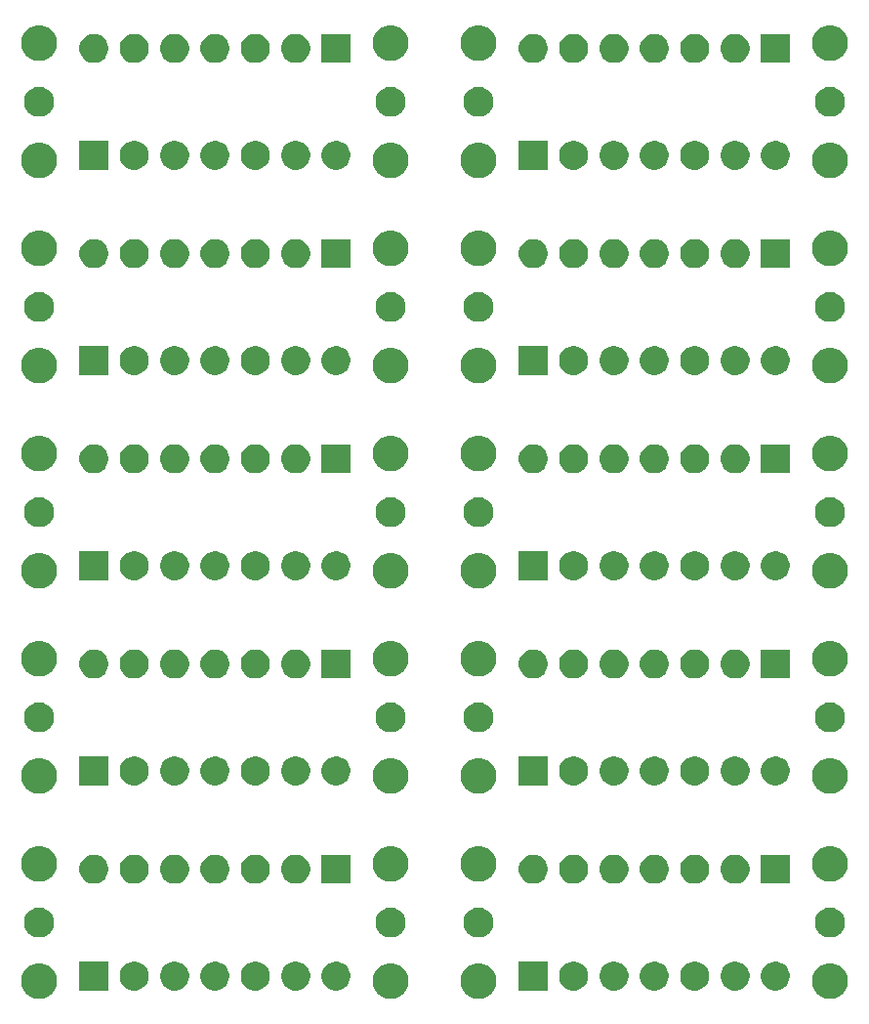
<source format=gbr>
G04 #@! TF.GenerationSoftware,KiCad,Pcbnew,5.1.5-52549c5~86~ubuntu18.04.1*
G04 #@! TF.CreationDate,2020-09-06T14:29:22-05:00*
G04 #@! TF.ProjectId,,58585858-5858-4585-9858-585858585858,rev?*
G04 #@! TF.SameCoordinates,Original*
G04 #@! TF.FileFunction,Soldermask,Top*
G04 #@! TF.FilePolarity,Negative*
%FSLAX46Y46*%
G04 Gerber Fmt 4.6, Leading zero omitted, Abs format (unit mm)*
G04 Created by KiCad (PCBNEW 5.1.5-52549c5~86~ubuntu18.04.1) date 2020-09-06 14:29:22*
%MOMM*%
%LPD*%
G04 APERTURE LIST*
%ADD10C,0.100000*%
G04 APERTURE END LIST*
D10*
G36*
X127033385Y-153784602D02*
G01*
X127183210Y-153814404D01*
X127465474Y-153931321D01*
X127719505Y-154101059D01*
X127935541Y-154317095D01*
X128105279Y-154571126D01*
X128222196Y-154853390D01*
X128281800Y-155153040D01*
X128281800Y-155458560D01*
X128222196Y-155758210D01*
X128105279Y-156040474D01*
X127935541Y-156294505D01*
X127719505Y-156510541D01*
X127465474Y-156680279D01*
X127183210Y-156797196D01*
X127033385Y-156826998D01*
X126883561Y-156856800D01*
X126578039Y-156856800D01*
X126428215Y-156826998D01*
X126278390Y-156797196D01*
X125996126Y-156680279D01*
X125742095Y-156510541D01*
X125526059Y-156294505D01*
X125356321Y-156040474D01*
X125239404Y-155758210D01*
X125179800Y-155458560D01*
X125179800Y-155153040D01*
X125239404Y-154853390D01*
X125356321Y-154571126D01*
X125526059Y-154317095D01*
X125742095Y-154101059D01*
X125996126Y-153931321D01*
X126278390Y-153814404D01*
X126428215Y-153784602D01*
X126578039Y-153754800D01*
X126883561Y-153754800D01*
X127033385Y-153784602D01*
G37*
G36*
X134653385Y-153784602D02*
G01*
X134803210Y-153814404D01*
X135085474Y-153931321D01*
X135339505Y-154101059D01*
X135555541Y-154317095D01*
X135725279Y-154571126D01*
X135842196Y-154853390D01*
X135901800Y-155153040D01*
X135901800Y-155458560D01*
X135842196Y-155758210D01*
X135725279Y-156040474D01*
X135555541Y-156294505D01*
X135339505Y-156510541D01*
X135085474Y-156680279D01*
X134803210Y-156797196D01*
X134653385Y-156826998D01*
X134503561Y-156856800D01*
X134198039Y-156856800D01*
X134048215Y-156826998D01*
X133898390Y-156797196D01*
X133616126Y-156680279D01*
X133362095Y-156510541D01*
X133146059Y-156294505D01*
X132976321Y-156040474D01*
X132859404Y-155758210D01*
X132799800Y-155458560D01*
X132799800Y-155153040D01*
X132859404Y-154853390D01*
X132976321Y-154571126D01*
X133146059Y-154317095D01*
X133362095Y-154101059D01*
X133616126Y-153931321D01*
X133898390Y-153814404D01*
X134048215Y-153784602D01*
X134198039Y-153754800D01*
X134503561Y-153754800D01*
X134653385Y-153784602D01*
G37*
G36*
X96553385Y-153784602D02*
G01*
X96703210Y-153814404D01*
X96985474Y-153931321D01*
X97239505Y-154101059D01*
X97455541Y-154317095D01*
X97625279Y-154571126D01*
X97742196Y-154853390D01*
X97801800Y-155153040D01*
X97801800Y-155458560D01*
X97742196Y-155758210D01*
X97625279Y-156040474D01*
X97455541Y-156294505D01*
X97239505Y-156510541D01*
X96985474Y-156680279D01*
X96703210Y-156797196D01*
X96553385Y-156826998D01*
X96403561Y-156856800D01*
X96098039Y-156856800D01*
X95948215Y-156826998D01*
X95798390Y-156797196D01*
X95516126Y-156680279D01*
X95262095Y-156510541D01*
X95046059Y-156294505D01*
X94876321Y-156040474D01*
X94759404Y-155758210D01*
X94699800Y-155458560D01*
X94699800Y-155153040D01*
X94759404Y-154853390D01*
X94876321Y-154571126D01*
X95046059Y-154317095D01*
X95262095Y-154101059D01*
X95516126Y-153931321D01*
X95798390Y-153814404D01*
X95948215Y-153784602D01*
X96098039Y-153754800D01*
X96403561Y-153754800D01*
X96553385Y-153784602D01*
G37*
G36*
X165133385Y-153784602D02*
G01*
X165283210Y-153814404D01*
X165565474Y-153931321D01*
X165819505Y-154101059D01*
X166035541Y-154317095D01*
X166205279Y-154571126D01*
X166322196Y-154853390D01*
X166381800Y-155153040D01*
X166381800Y-155458560D01*
X166322196Y-155758210D01*
X166205279Y-156040474D01*
X166035541Y-156294505D01*
X165819505Y-156510541D01*
X165565474Y-156680279D01*
X165283210Y-156797196D01*
X165133385Y-156826998D01*
X164983561Y-156856800D01*
X164678039Y-156856800D01*
X164528215Y-156826998D01*
X164378390Y-156797196D01*
X164096126Y-156680279D01*
X163842095Y-156510541D01*
X163626059Y-156294505D01*
X163456321Y-156040474D01*
X163339404Y-155758210D01*
X163279800Y-155458560D01*
X163279800Y-155153040D01*
X163339404Y-154853390D01*
X163456321Y-154571126D01*
X163626059Y-154317095D01*
X163842095Y-154101059D01*
X164096126Y-153931321D01*
X164378390Y-153814404D01*
X164528215Y-153784602D01*
X164678039Y-153754800D01*
X164983561Y-153754800D01*
X165133385Y-153784602D01*
G37*
G36*
X153455703Y-153655875D02*
G01*
X153683371Y-153750178D01*
X153888266Y-153887085D01*
X154062515Y-154061334D01*
X154199422Y-154266229D01*
X154293725Y-154493897D01*
X154341800Y-154735587D01*
X154341800Y-154982013D01*
X154293725Y-155223703D01*
X154199422Y-155451371D01*
X154062515Y-155656266D01*
X153888266Y-155830515D01*
X153683371Y-155967422D01*
X153683370Y-155967423D01*
X153683369Y-155967423D01*
X153455703Y-156061725D01*
X153214014Y-156109800D01*
X152967586Y-156109800D01*
X152725897Y-156061725D01*
X152498231Y-155967423D01*
X152498230Y-155967423D01*
X152498229Y-155967422D01*
X152293334Y-155830515D01*
X152119085Y-155656266D01*
X151982178Y-155451371D01*
X151887875Y-155223703D01*
X151839800Y-154982013D01*
X151839800Y-154735587D01*
X151887875Y-154493897D01*
X151982178Y-154266229D01*
X152119085Y-154061334D01*
X152293334Y-153887085D01*
X152498229Y-153750178D01*
X152725897Y-153655875D01*
X152967586Y-153607800D01*
X153214014Y-153607800D01*
X153455703Y-153655875D01*
G37*
G36*
X140341800Y-156109800D02*
G01*
X137839800Y-156109800D01*
X137839800Y-153607800D01*
X140341800Y-153607800D01*
X140341800Y-156109800D01*
G37*
G36*
X142955703Y-153655875D02*
G01*
X143183371Y-153750178D01*
X143388266Y-153887085D01*
X143562515Y-154061334D01*
X143699422Y-154266229D01*
X143793725Y-154493897D01*
X143841800Y-154735587D01*
X143841800Y-154982013D01*
X143793725Y-155223703D01*
X143699422Y-155451371D01*
X143562515Y-155656266D01*
X143388266Y-155830515D01*
X143183371Y-155967422D01*
X143183370Y-155967423D01*
X143183369Y-155967423D01*
X142955703Y-156061725D01*
X142714014Y-156109800D01*
X142467586Y-156109800D01*
X142225897Y-156061725D01*
X141998231Y-155967423D01*
X141998230Y-155967423D01*
X141998229Y-155967422D01*
X141793334Y-155830515D01*
X141619085Y-155656266D01*
X141482178Y-155451371D01*
X141387875Y-155223703D01*
X141339800Y-154982013D01*
X141339800Y-154735587D01*
X141387875Y-154493897D01*
X141482178Y-154266229D01*
X141619085Y-154061334D01*
X141793334Y-153887085D01*
X141998229Y-153750178D01*
X142225897Y-153655875D01*
X142467586Y-153607800D01*
X142714014Y-153607800D01*
X142955703Y-153655875D01*
G37*
G36*
X146455703Y-153655875D02*
G01*
X146683371Y-153750178D01*
X146888266Y-153887085D01*
X147062515Y-154061334D01*
X147199422Y-154266229D01*
X147293725Y-154493897D01*
X147341800Y-154735587D01*
X147341800Y-154982013D01*
X147293725Y-155223703D01*
X147199422Y-155451371D01*
X147062515Y-155656266D01*
X146888266Y-155830515D01*
X146683371Y-155967422D01*
X146683370Y-155967423D01*
X146683369Y-155967423D01*
X146455703Y-156061725D01*
X146214014Y-156109800D01*
X145967586Y-156109800D01*
X145725897Y-156061725D01*
X145498231Y-155967423D01*
X145498230Y-155967423D01*
X145498229Y-155967422D01*
X145293334Y-155830515D01*
X145119085Y-155656266D01*
X144982178Y-155451371D01*
X144887875Y-155223703D01*
X144839800Y-154982013D01*
X144839800Y-154735587D01*
X144887875Y-154493897D01*
X144982178Y-154266229D01*
X145119085Y-154061334D01*
X145293334Y-153887085D01*
X145498229Y-153750178D01*
X145725897Y-153655875D01*
X145967586Y-153607800D01*
X146214014Y-153607800D01*
X146455703Y-153655875D01*
G37*
G36*
X149955703Y-153655875D02*
G01*
X150183371Y-153750178D01*
X150388266Y-153887085D01*
X150562515Y-154061334D01*
X150699422Y-154266229D01*
X150793725Y-154493897D01*
X150841800Y-154735587D01*
X150841800Y-154982013D01*
X150793725Y-155223703D01*
X150699422Y-155451371D01*
X150562515Y-155656266D01*
X150388266Y-155830515D01*
X150183371Y-155967422D01*
X150183370Y-155967423D01*
X150183369Y-155967423D01*
X149955703Y-156061725D01*
X149714014Y-156109800D01*
X149467586Y-156109800D01*
X149225897Y-156061725D01*
X148998231Y-155967423D01*
X148998230Y-155967423D01*
X148998229Y-155967422D01*
X148793334Y-155830515D01*
X148619085Y-155656266D01*
X148482178Y-155451371D01*
X148387875Y-155223703D01*
X148339800Y-154982013D01*
X148339800Y-154735587D01*
X148387875Y-154493897D01*
X148482178Y-154266229D01*
X148619085Y-154061334D01*
X148793334Y-153887085D01*
X148998229Y-153750178D01*
X149225897Y-153655875D01*
X149467586Y-153607800D01*
X149714014Y-153607800D01*
X149955703Y-153655875D01*
G37*
G36*
X156955703Y-153655875D02*
G01*
X157183371Y-153750178D01*
X157388266Y-153887085D01*
X157562515Y-154061334D01*
X157699422Y-154266229D01*
X157793725Y-154493897D01*
X157841800Y-154735587D01*
X157841800Y-154982013D01*
X157793725Y-155223703D01*
X157699422Y-155451371D01*
X157562515Y-155656266D01*
X157388266Y-155830515D01*
X157183371Y-155967422D01*
X157183370Y-155967423D01*
X157183369Y-155967423D01*
X156955703Y-156061725D01*
X156714014Y-156109800D01*
X156467586Y-156109800D01*
X156225897Y-156061725D01*
X155998231Y-155967423D01*
X155998230Y-155967423D01*
X155998229Y-155967422D01*
X155793334Y-155830515D01*
X155619085Y-155656266D01*
X155482178Y-155451371D01*
X155387875Y-155223703D01*
X155339800Y-154982013D01*
X155339800Y-154735587D01*
X155387875Y-154493897D01*
X155482178Y-154266229D01*
X155619085Y-154061334D01*
X155793334Y-153887085D01*
X155998229Y-153750178D01*
X156225897Y-153655875D01*
X156467586Y-153607800D01*
X156714014Y-153607800D01*
X156955703Y-153655875D01*
G37*
G36*
X160455703Y-153655875D02*
G01*
X160683371Y-153750178D01*
X160888266Y-153887085D01*
X161062515Y-154061334D01*
X161199422Y-154266229D01*
X161293725Y-154493897D01*
X161341800Y-154735587D01*
X161341800Y-154982013D01*
X161293725Y-155223703D01*
X161199422Y-155451371D01*
X161062515Y-155656266D01*
X160888266Y-155830515D01*
X160683371Y-155967422D01*
X160683370Y-155967423D01*
X160683369Y-155967423D01*
X160455703Y-156061725D01*
X160214014Y-156109800D01*
X159967586Y-156109800D01*
X159725897Y-156061725D01*
X159498231Y-155967423D01*
X159498230Y-155967423D01*
X159498229Y-155967422D01*
X159293334Y-155830515D01*
X159119085Y-155656266D01*
X158982178Y-155451371D01*
X158887875Y-155223703D01*
X158839800Y-154982013D01*
X158839800Y-154735587D01*
X158887875Y-154493897D01*
X158982178Y-154266229D01*
X159119085Y-154061334D01*
X159293334Y-153887085D01*
X159498229Y-153750178D01*
X159725897Y-153655875D01*
X159967586Y-153607800D01*
X160214014Y-153607800D01*
X160455703Y-153655875D01*
G37*
G36*
X104855703Y-153655875D02*
G01*
X105083371Y-153750178D01*
X105288266Y-153887085D01*
X105462515Y-154061334D01*
X105599422Y-154266229D01*
X105693725Y-154493897D01*
X105741800Y-154735587D01*
X105741800Y-154982013D01*
X105693725Y-155223703D01*
X105599422Y-155451371D01*
X105462515Y-155656266D01*
X105288266Y-155830515D01*
X105083371Y-155967422D01*
X105083370Y-155967423D01*
X105083369Y-155967423D01*
X104855703Y-156061725D01*
X104614014Y-156109800D01*
X104367586Y-156109800D01*
X104125897Y-156061725D01*
X103898231Y-155967423D01*
X103898230Y-155967423D01*
X103898229Y-155967422D01*
X103693334Y-155830515D01*
X103519085Y-155656266D01*
X103382178Y-155451371D01*
X103287875Y-155223703D01*
X103239800Y-154982013D01*
X103239800Y-154735587D01*
X103287875Y-154493897D01*
X103382178Y-154266229D01*
X103519085Y-154061334D01*
X103693334Y-153887085D01*
X103898229Y-153750178D01*
X104125897Y-153655875D01*
X104367586Y-153607800D01*
X104614014Y-153607800D01*
X104855703Y-153655875D01*
G37*
G36*
X108355703Y-153655875D02*
G01*
X108583371Y-153750178D01*
X108788266Y-153887085D01*
X108962515Y-154061334D01*
X109099422Y-154266229D01*
X109193725Y-154493897D01*
X109241800Y-154735587D01*
X109241800Y-154982013D01*
X109193725Y-155223703D01*
X109099422Y-155451371D01*
X108962515Y-155656266D01*
X108788266Y-155830515D01*
X108583371Y-155967422D01*
X108583370Y-155967423D01*
X108583369Y-155967423D01*
X108355703Y-156061725D01*
X108114014Y-156109800D01*
X107867586Y-156109800D01*
X107625897Y-156061725D01*
X107398231Y-155967423D01*
X107398230Y-155967423D01*
X107398229Y-155967422D01*
X107193334Y-155830515D01*
X107019085Y-155656266D01*
X106882178Y-155451371D01*
X106787875Y-155223703D01*
X106739800Y-154982013D01*
X106739800Y-154735587D01*
X106787875Y-154493897D01*
X106882178Y-154266229D01*
X107019085Y-154061334D01*
X107193334Y-153887085D01*
X107398229Y-153750178D01*
X107625897Y-153655875D01*
X107867586Y-153607800D01*
X108114014Y-153607800D01*
X108355703Y-153655875D01*
G37*
G36*
X111855703Y-153655875D02*
G01*
X112083371Y-153750178D01*
X112288266Y-153887085D01*
X112462515Y-154061334D01*
X112599422Y-154266229D01*
X112693725Y-154493897D01*
X112741800Y-154735587D01*
X112741800Y-154982013D01*
X112693725Y-155223703D01*
X112599422Y-155451371D01*
X112462515Y-155656266D01*
X112288266Y-155830515D01*
X112083371Y-155967422D01*
X112083370Y-155967423D01*
X112083369Y-155967423D01*
X111855703Y-156061725D01*
X111614014Y-156109800D01*
X111367586Y-156109800D01*
X111125897Y-156061725D01*
X110898231Y-155967423D01*
X110898230Y-155967423D01*
X110898229Y-155967422D01*
X110693334Y-155830515D01*
X110519085Y-155656266D01*
X110382178Y-155451371D01*
X110287875Y-155223703D01*
X110239800Y-154982013D01*
X110239800Y-154735587D01*
X110287875Y-154493897D01*
X110382178Y-154266229D01*
X110519085Y-154061334D01*
X110693334Y-153887085D01*
X110898229Y-153750178D01*
X111125897Y-153655875D01*
X111367586Y-153607800D01*
X111614014Y-153607800D01*
X111855703Y-153655875D01*
G37*
G36*
X115355703Y-153655875D02*
G01*
X115583371Y-153750178D01*
X115788266Y-153887085D01*
X115962515Y-154061334D01*
X116099422Y-154266229D01*
X116193725Y-154493897D01*
X116241800Y-154735587D01*
X116241800Y-154982013D01*
X116193725Y-155223703D01*
X116099422Y-155451371D01*
X115962515Y-155656266D01*
X115788266Y-155830515D01*
X115583371Y-155967422D01*
X115583370Y-155967423D01*
X115583369Y-155967423D01*
X115355703Y-156061725D01*
X115114014Y-156109800D01*
X114867586Y-156109800D01*
X114625897Y-156061725D01*
X114398231Y-155967423D01*
X114398230Y-155967423D01*
X114398229Y-155967422D01*
X114193334Y-155830515D01*
X114019085Y-155656266D01*
X113882178Y-155451371D01*
X113787875Y-155223703D01*
X113739800Y-154982013D01*
X113739800Y-154735587D01*
X113787875Y-154493897D01*
X113882178Y-154266229D01*
X114019085Y-154061334D01*
X114193334Y-153887085D01*
X114398229Y-153750178D01*
X114625897Y-153655875D01*
X114867586Y-153607800D01*
X115114014Y-153607800D01*
X115355703Y-153655875D01*
G37*
G36*
X118855703Y-153655875D02*
G01*
X119083371Y-153750178D01*
X119288266Y-153887085D01*
X119462515Y-154061334D01*
X119599422Y-154266229D01*
X119693725Y-154493897D01*
X119741800Y-154735587D01*
X119741800Y-154982013D01*
X119693725Y-155223703D01*
X119599422Y-155451371D01*
X119462515Y-155656266D01*
X119288266Y-155830515D01*
X119083371Y-155967422D01*
X119083370Y-155967423D01*
X119083369Y-155967423D01*
X118855703Y-156061725D01*
X118614014Y-156109800D01*
X118367586Y-156109800D01*
X118125897Y-156061725D01*
X117898231Y-155967423D01*
X117898230Y-155967423D01*
X117898229Y-155967422D01*
X117693334Y-155830515D01*
X117519085Y-155656266D01*
X117382178Y-155451371D01*
X117287875Y-155223703D01*
X117239800Y-154982013D01*
X117239800Y-154735587D01*
X117287875Y-154493897D01*
X117382178Y-154266229D01*
X117519085Y-154061334D01*
X117693334Y-153887085D01*
X117898229Y-153750178D01*
X118125897Y-153655875D01*
X118367586Y-153607800D01*
X118614014Y-153607800D01*
X118855703Y-153655875D01*
G37*
G36*
X122355703Y-153655875D02*
G01*
X122583371Y-153750178D01*
X122788266Y-153887085D01*
X122962515Y-154061334D01*
X123099422Y-154266229D01*
X123193725Y-154493897D01*
X123241800Y-154735587D01*
X123241800Y-154982013D01*
X123193725Y-155223703D01*
X123099422Y-155451371D01*
X122962515Y-155656266D01*
X122788266Y-155830515D01*
X122583371Y-155967422D01*
X122583370Y-155967423D01*
X122583369Y-155967423D01*
X122355703Y-156061725D01*
X122114014Y-156109800D01*
X121867586Y-156109800D01*
X121625897Y-156061725D01*
X121398231Y-155967423D01*
X121398230Y-155967423D01*
X121398229Y-155967422D01*
X121193334Y-155830515D01*
X121019085Y-155656266D01*
X120882178Y-155451371D01*
X120787875Y-155223703D01*
X120739800Y-154982013D01*
X120739800Y-154735587D01*
X120787875Y-154493897D01*
X120882178Y-154266229D01*
X121019085Y-154061334D01*
X121193334Y-153887085D01*
X121398229Y-153750178D01*
X121625897Y-153655875D01*
X121867586Y-153607800D01*
X122114014Y-153607800D01*
X122355703Y-153655875D01*
G37*
G36*
X102241800Y-156109800D02*
G01*
X99739800Y-156109800D01*
X99739800Y-153607800D01*
X102241800Y-153607800D01*
X102241800Y-156109800D01*
G37*
G36*
X165210193Y-148975104D02*
G01*
X165446901Y-149073152D01*
X165446903Y-149073153D01*
X165659935Y-149215496D01*
X165841104Y-149396665D01*
X165983447Y-149609697D01*
X165983448Y-149609699D01*
X166081496Y-149846407D01*
X166131480Y-150097693D01*
X166131480Y-150353907D01*
X166081496Y-150605193D01*
X165983448Y-150841901D01*
X165983447Y-150841903D01*
X165841104Y-151054935D01*
X165659935Y-151236104D01*
X165446903Y-151378447D01*
X165446902Y-151378448D01*
X165446901Y-151378448D01*
X165210193Y-151476496D01*
X164958907Y-151526480D01*
X164702693Y-151526480D01*
X164451407Y-151476496D01*
X164214699Y-151378448D01*
X164214698Y-151378448D01*
X164214697Y-151378447D01*
X164001665Y-151236104D01*
X163820496Y-151054935D01*
X163678153Y-150841903D01*
X163678152Y-150841901D01*
X163580104Y-150605193D01*
X163530120Y-150353907D01*
X163530120Y-150097693D01*
X163580104Y-149846407D01*
X163678152Y-149609699D01*
X163678153Y-149609697D01*
X163820496Y-149396665D01*
X164001665Y-149215496D01*
X164214697Y-149073153D01*
X164214699Y-149073152D01*
X164451407Y-148975104D01*
X164702693Y-148925120D01*
X164958907Y-148925120D01*
X165210193Y-148975104D01*
G37*
G36*
X96630193Y-148975104D02*
G01*
X96866901Y-149073152D01*
X96866903Y-149073153D01*
X97079935Y-149215496D01*
X97261104Y-149396665D01*
X97403447Y-149609697D01*
X97403448Y-149609699D01*
X97501496Y-149846407D01*
X97551480Y-150097693D01*
X97551480Y-150353907D01*
X97501496Y-150605193D01*
X97403448Y-150841901D01*
X97403447Y-150841903D01*
X97261104Y-151054935D01*
X97079935Y-151236104D01*
X96866903Y-151378447D01*
X96866902Y-151378448D01*
X96866901Y-151378448D01*
X96630193Y-151476496D01*
X96378907Y-151526480D01*
X96122693Y-151526480D01*
X95871407Y-151476496D01*
X95634699Y-151378448D01*
X95634698Y-151378448D01*
X95634697Y-151378447D01*
X95421665Y-151236104D01*
X95240496Y-151054935D01*
X95098153Y-150841903D01*
X95098152Y-150841901D01*
X95000104Y-150605193D01*
X94950120Y-150353907D01*
X94950120Y-150097693D01*
X95000104Y-149846407D01*
X95098152Y-149609699D01*
X95098153Y-149609697D01*
X95240496Y-149396665D01*
X95421665Y-149215496D01*
X95634697Y-149073153D01*
X95634699Y-149073152D01*
X95871407Y-148975104D01*
X96122693Y-148925120D01*
X96378907Y-148925120D01*
X96630193Y-148975104D01*
G37*
G36*
X127110193Y-148975104D02*
G01*
X127346901Y-149073152D01*
X127346903Y-149073153D01*
X127559935Y-149215496D01*
X127741104Y-149396665D01*
X127883447Y-149609697D01*
X127883448Y-149609699D01*
X127981496Y-149846407D01*
X128031480Y-150097693D01*
X128031480Y-150353907D01*
X127981496Y-150605193D01*
X127883448Y-150841901D01*
X127883447Y-150841903D01*
X127741104Y-151054935D01*
X127559935Y-151236104D01*
X127346903Y-151378447D01*
X127346902Y-151378448D01*
X127346901Y-151378448D01*
X127110193Y-151476496D01*
X126858907Y-151526480D01*
X126602693Y-151526480D01*
X126351407Y-151476496D01*
X126114699Y-151378448D01*
X126114698Y-151378448D01*
X126114697Y-151378447D01*
X125901665Y-151236104D01*
X125720496Y-151054935D01*
X125578153Y-150841903D01*
X125578152Y-150841901D01*
X125480104Y-150605193D01*
X125430120Y-150353907D01*
X125430120Y-150097693D01*
X125480104Y-149846407D01*
X125578152Y-149609699D01*
X125578153Y-149609697D01*
X125720496Y-149396665D01*
X125901665Y-149215496D01*
X126114697Y-149073153D01*
X126114699Y-149073152D01*
X126351407Y-148975104D01*
X126602693Y-148925120D01*
X126858907Y-148925120D01*
X127110193Y-148975104D01*
G37*
G36*
X134730193Y-148975104D02*
G01*
X134966901Y-149073152D01*
X134966903Y-149073153D01*
X135179935Y-149215496D01*
X135361104Y-149396665D01*
X135503447Y-149609697D01*
X135503448Y-149609699D01*
X135601496Y-149846407D01*
X135651480Y-150097693D01*
X135651480Y-150353907D01*
X135601496Y-150605193D01*
X135503448Y-150841901D01*
X135503447Y-150841903D01*
X135361104Y-151054935D01*
X135179935Y-151236104D01*
X134966903Y-151378447D01*
X134966902Y-151378448D01*
X134966901Y-151378448D01*
X134730193Y-151476496D01*
X134478907Y-151526480D01*
X134222693Y-151526480D01*
X133971407Y-151476496D01*
X133734699Y-151378448D01*
X133734698Y-151378448D01*
X133734697Y-151378447D01*
X133521665Y-151236104D01*
X133340496Y-151054935D01*
X133198153Y-150841903D01*
X133198152Y-150841901D01*
X133100104Y-150605193D01*
X133050120Y-150353907D01*
X133050120Y-150097693D01*
X133100104Y-149846407D01*
X133198152Y-149609699D01*
X133198153Y-149609697D01*
X133340496Y-149396665D01*
X133521665Y-149215496D01*
X133734697Y-149073153D01*
X133734699Y-149073152D01*
X133971407Y-148975104D01*
X134222693Y-148925120D01*
X134478907Y-148925120D01*
X134730193Y-148975104D01*
G37*
G36*
X115355703Y-144389875D02*
G01*
X115583371Y-144484178D01*
X115788266Y-144621085D01*
X115962515Y-144795334D01*
X116099422Y-145000229D01*
X116193725Y-145227897D01*
X116241800Y-145469587D01*
X116241800Y-145716013D01*
X116193725Y-145957703D01*
X116099422Y-146185371D01*
X115962515Y-146390266D01*
X115788266Y-146564515D01*
X115583371Y-146701422D01*
X115583370Y-146701423D01*
X115583369Y-146701423D01*
X115355703Y-146795725D01*
X115114014Y-146843800D01*
X114867586Y-146843800D01*
X114625897Y-146795725D01*
X114398231Y-146701423D01*
X114398230Y-146701423D01*
X114398229Y-146701422D01*
X114193334Y-146564515D01*
X114019085Y-146390266D01*
X113882178Y-146185371D01*
X113787875Y-145957703D01*
X113739800Y-145716013D01*
X113739800Y-145469587D01*
X113787875Y-145227897D01*
X113882178Y-145000229D01*
X114019085Y-144795334D01*
X114193334Y-144621085D01*
X114398229Y-144484178D01*
X114625897Y-144389875D01*
X114867586Y-144341800D01*
X115114014Y-144341800D01*
X115355703Y-144389875D01*
G37*
G36*
X101355703Y-144389875D02*
G01*
X101583371Y-144484178D01*
X101788266Y-144621085D01*
X101962515Y-144795334D01*
X102099422Y-145000229D01*
X102193725Y-145227897D01*
X102241800Y-145469587D01*
X102241800Y-145716013D01*
X102193725Y-145957703D01*
X102099422Y-146185371D01*
X101962515Y-146390266D01*
X101788266Y-146564515D01*
X101583371Y-146701422D01*
X101583370Y-146701423D01*
X101583369Y-146701423D01*
X101355703Y-146795725D01*
X101114014Y-146843800D01*
X100867586Y-146843800D01*
X100625897Y-146795725D01*
X100398231Y-146701423D01*
X100398230Y-146701423D01*
X100398229Y-146701422D01*
X100193334Y-146564515D01*
X100019085Y-146390266D01*
X99882178Y-146185371D01*
X99787875Y-145957703D01*
X99739800Y-145716013D01*
X99739800Y-145469587D01*
X99787875Y-145227897D01*
X99882178Y-145000229D01*
X100019085Y-144795334D01*
X100193334Y-144621085D01*
X100398229Y-144484178D01*
X100625897Y-144389875D01*
X100867586Y-144341800D01*
X101114014Y-144341800D01*
X101355703Y-144389875D01*
G37*
G36*
X104855703Y-144389875D02*
G01*
X105083371Y-144484178D01*
X105288266Y-144621085D01*
X105462515Y-144795334D01*
X105599422Y-145000229D01*
X105693725Y-145227897D01*
X105741800Y-145469587D01*
X105741800Y-145716013D01*
X105693725Y-145957703D01*
X105599422Y-146185371D01*
X105462515Y-146390266D01*
X105288266Y-146564515D01*
X105083371Y-146701422D01*
X105083370Y-146701423D01*
X105083369Y-146701423D01*
X104855703Y-146795725D01*
X104614014Y-146843800D01*
X104367586Y-146843800D01*
X104125897Y-146795725D01*
X103898231Y-146701423D01*
X103898230Y-146701423D01*
X103898229Y-146701422D01*
X103693334Y-146564515D01*
X103519085Y-146390266D01*
X103382178Y-146185371D01*
X103287875Y-145957703D01*
X103239800Y-145716013D01*
X103239800Y-145469587D01*
X103287875Y-145227897D01*
X103382178Y-145000229D01*
X103519085Y-144795334D01*
X103693334Y-144621085D01*
X103898229Y-144484178D01*
X104125897Y-144389875D01*
X104367586Y-144341800D01*
X104614014Y-144341800D01*
X104855703Y-144389875D01*
G37*
G36*
X108355703Y-144389875D02*
G01*
X108583371Y-144484178D01*
X108788266Y-144621085D01*
X108962515Y-144795334D01*
X109099422Y-145000229D01*
X109193725Y-145227897D01*
X109241800Y-145469587D01*
X109241800Y-145716013D01*
X109193725Y-145957703D01*
X109099422Y-146185371D01*
X108962515Y-146390266D01*
X108788266Y-146564515D01*
X108583371Y-146701422D01*
X108583370Y-146701423D01*
X108583369Y-146701423D01*
X108355703Y-146795725D01*
X108114014Y-146843800D01*
X107867586Y-146843800D01*
X107625897Y-146795725D01*
X107398231Y-146701423D01*
X107398230Y-146701423D01*
X107398229Y-146701422D01*
X107193334Y-146564515D01*
X107019085Y-146390266D01*
X106882178Y-146185371D01*
X106787875Y-145957703D01*
X106739800Y-145716013D01*
X106739800Y-145469587D01*
X106787875Y-145227897D01*
X106882178Y-145000229D01*
X107019085Y-144795334D01*
X107193334Y-144621085D01*
X107398229Y-144484178D01*
X107625897Y-144389875D01*
X107867586Y-144341800D01*
X108114014Y-144341800D01*
X108355703Y-144389875D01*
G37*
G36*
X111855703Y-144389875D02*
G01*
X112083371Y-144484178D01*
X112288266Y-144621085D01*
X112462515Y-144795334D01*
X112599422Y-145000229D01*
X112693725Y-145227897D01*
X112741800Y-145469587D01*
X112741800Y-145716013D01*
X112693725Y-145957703D01*
X112599422Y-146185371D01*
X112462515Y-146390266D01*
X112288266Y-146564515D01*
X112083371Y-146701422D01*
X112083370Y-146701423D01*
X112083369Y-146701423D01*
X111855703Y-146795725D01*
X111614014Y-146843800D01*
X111367586Y-146843800D01*
X111125897Y-146795725D01*
X110898231Y-146701423D01*
X110898230Y-146701423D01*
X110898229Y-146701422D01*
X110693334Y-146564515D01*
X110519085Y-146390266D01*
X110382178Y-146185371D01*
X110287875Y-145957703D01*
X110239800Y-145716013D01*
X110239800Y-145469587D01*
X110287875Y-145227897D01*
X110382178Y-145000229D01*
X110519085Y-144795334D01*
X110693334Y-144621085D01*
X110898229Y-144484178D01*
X111125897Y-144389875D01*
X111367586Y-144341800D01*
X111614014Y-144341800D01*
X111855703Y-144389875D01*
G37*
G36*
X118855703Y-144389875D02*
G01*
X119083371Y-144484178D01*
X119288266Y-144621085D01*
X119462515Y-144795334D01*
X119599422Y-145000229D01*
X119693725Y-145227897D01*
X119741800Y-145469587D01*
X119741800Y-145716013D01*
X119693725Y-145957703D01*
X119599422Y-146185371D01*
X119462515Y-146390266D01*
X119288266Y-146564515D01*
X119083371Y-146701422D01*
X119083370Y-146701423D01*
X119083369Y-146701423D01*
X118855703Y-146795725D01*
X118614014Y-146843800D01*
X118367586Y-146843800D01*
X118125897Y-146795725D01*
X117898231Y-146701423D01*
X117898230Y-146701423D01*
X117898229Y-146701422D01*
X117693334Y-146564515D01*
X117519085Y-146390266D01*
X117382178Y-146185371D01*
X117287875Y-145957703D01*
X117239800Y-145716013D01*
X117239800Y-145469587D01*
X117287875Y-145227897D01*
X117382178Y-145000229D01*
X117519085Y-144795334D01*
X117693334Y-144621085D01*
X117898229Y-144484178D01*
X118125897Y-144389875D01*
X118367586Y-144341800D01*
X118614014Y-144341800D01*
X118855703Y-144389875D01*
G37*
G36*
X123241800Y-146843800D02*
G01*
X120739800Y-146843800D01*
X120739800Y-144341800D01*
X123241800Y-144341800D01*
X123241800Y-146843800D01*
G37*
G36*
X142955703Y-144389875D02*
G01*
X143183371Y-144484178D01*
X143388266Y-144621085D01*
X143562515Y-144795334D01*
X143699422Y-145000229D01*
X143793725Y-145227897D01*
X143841800Y-145469587D01*
X143841800Y-145716013D01*
X143793725Y-145957703D01*
X143699422Y-146185371D01*
X143562515Y-146390266D01*
X143388266Y-146564515D01*
X143183371Y-146701422D01*
X143183370Y-146701423D01*
X143183369Y-146701423D01*
X142955703Y-146795725D01*
X142714014Y-146843800D01*
X142467586Y-146843800D01*
X142225897Y-146795725D01*
X141998231Y-146701423D01*
X141998230Y-146701423D01*
X141998229Y-146701422D01*
X141793334Y-146564515D01*
X141619085Y-146390266D01*
X141482178Y-146185371D01*
X141387875Y-145957703D01*
X141339800Y-145716013D01*
X141339800Y-145469587D01*
X141387875Y-145227897D01*
X141482178Y-145000229D01*
X141619085Y-144795334D01*
X141793334Y-144621085D01*
X141998229Y-144484178D01*
X142225897Y-144389875D01*
X142467586Y-144341800D01*
X142714014Y-144341800D01*
X142955703Y-144389875D01*
G37*
G36*
X149955703Y-144389875D02*
G01*
X150183371Y-144484178D01*
X150388266Y-144621085D01*
X150562515Y-144795334D01*
X150699422Y-145000229D01*
X150793725Y-145227897D01*
X150841800Y-145469587D01*
X150841800Y-145716013D01*
X150793725Y-145957703D01*
X150699422Y-146185371D01*
X150562515Y-146390266D01*
X150388266Y-146564515D01*
X150183371Y-146701422D01*
X150183370Y-146701423D01*
X150183369Y-146701423D01*
X149955703Y-146795725D01*
X149714014Y-146843800D01*
X149467586Y-146843800D01*
X149225897Y-146795725D01*
X148998231Y-146701423D01*
X148998230Y-146701423D01*
X148998229Y-146701422D01*
X148793334Y-146564515D01*
X148619085Y-146390266D01*
X148482178Y-146185371D01*
X148387875Y-145957703D01*
X148339800Y-145716013D01*
X148339800Y-145469587D01*
X148387875Y-145227897D01*
X148482178Y-145000229D01*
X148619085Y-144795334D01*
X148793334Y-144621085D01*
X148998229Y-144484178D01*
X149225897Y-144389875D01*
X149467586Y-144341800D01*
X149714014Y-144341800D01*
X149955703Y-144389875D01*
G37*
G36*
X146455703Y-144389875D02*
G01*
X146683371Y-144484178D01*
X146888266Y-144621085D01*
X147062515Y-144795334D01*
X147199422Y-145000229D01*
X147293725Y-145227897D01*
X147341800Y-145469587D01*
X147341800Y-145716013D01*
X147293725Y-145957703D01*
X147199422Y-146185371D01*
X147062515Y-146390266D01*
X146888266Y-146564515D01*
X146683371Y-146701422D01*
X146683370Y-146701423D01*
X146683369Y-146701423D01*
X146455703Y-146795725D01*
X146214014Y-146843800D01*
X145967586Y-146843800D01*
X145725897Y-146795725D01*
X145498231Y-146701423D01*
X145498230Y-146701423D01*
X145498229Y-146701422D01*
X145293334Y-146564515D01*
X145119085Y-146390266D01*
X144982178Y-146185371D01*
X144887875Y-145957703D01*
X144839800Y-145716013D01*
X144839800Y-145469587D01*
X144887875Y-145227897D01*
X144982178Y-145000229D01*
X145119085Y-144795334D01*
X145293334Y-144621085D01*
X145498229Y-144484178D01*
X145725897Y-144389875D01*
X145967586Y-144341800D01*
X146214014Y-144341800D01*
X146455703Y-144389875D01*
G37*
G36*
X153455703Y-144389875D02*
G01*
X153683371Y-144484178D01*
X153888266Y-144621085D01*
X154062515Y-144795334D01*
X154199422Y-145000229D01*
X154293725Y-145227897D01*
X154341800Y-145469587D01*
X154341800Y-145716013D01*
X154293725Y-145957703D01*
X154199422Y-146185371D01*
X154062515Y-146390266D01*
X153888266Y-146564515D01*
X153683371Y-146701422D01*
X153683370Y-146701423D01*
X153683369Y-146701423D01*
X153455703Y-146795725D01*
X153214014Y-146843800D01*
X152967586Y-146843800D01*
X152725897Y-146795725D01*
X152498231Y-146701423D01*
X152498230Y-146701423D01*
X152498229Y-146701422D01*
X152293334Y-146564515D01*
X152119085Y-146390266D01*
X151982178Y-146185371D01*
X151887875Y-145957703D01*
X151839800Y-145716013D01*
X151839800Y-145469587D01*
X151887875Y-145227897D01*
X151982178Y-145000229D01*
X152119085Y-144795334D01*
X152293334Y-144621085D01*
X152498229Y-144484178D01*
X152725897Y-144389875D01*
X152967586Y-144341800D01*
X153214014Y-144341800D01*
X153455703Y-144389875D01*
G37*
G36*
X156955703Y-144389875D02*
G01*
X157183371Y-144484178D01*
X157388266Y-144621085D01*
X157562515Y-144795334D01*
X157699422Y-145000229D01*
X157793725Y-145227897D01*
X157841800Y-145469587D01*
X157841800Y-145716013D01*
X157793725Y-145957703D01*
X157699422Y-146185371D01*
X157562515Y-146390266D01*
X157388266Y-146564515D01*
X157183371Y-146701422D01*
X157183370Y-146701423D01*
X157183369Y-146701423D01*
X156955703Y-146795725D01*
X156714014Y-146843800D01*
X156467586Y-146843800D01*
X156225897Y-146795725D01*
X155998231Y-146701423D01*
X155998230Y-146701423D01*
X155998229Y-146701422D01*
X155793334Y-146564515D01*
X155619085Y-146390266D01*
X155482178Y-146185371D01*
X155387875Y-145957703D01*
X155339800Y-145716013D01*
X155339800Y-145469587D01*
X155387875Y-145227897D01*
X155482178Y-145000229D01*
X155619085Y-144795334D01*
X155793334Y-144621085D01*
X155998229Y-144484178D01*
X156225897Y-144389875D01*
X156467586Y-144341800D01*
X156714014Y-144341800D01*
X156955703Y-144389875D01*
G37*
G36*
X161341800Y-146843800D02*
G01*
X158839800Y-146843800D01*
X158839800Y-144341800D01*
X161341800Y-144341800D01*
X161341800Y-146843800D01*
G37*
G36*
X139455703Y-144389875D02*
G01*
X139683371Y-144484178D01*
X139888266Y-144621085D01*
X140062515Y-144795334D01*
X140199422Y-145000229D01*
X140293725Y-145227897D01*
X140341800Y-145469587D01*
X140341800Y-145716013D01*
X140293725Y-145957703D01*
X140199422Y-146185371D01*
X140062515Y-146390266D01*
X139888266Y-146564515D01*
X139683371Y-146701422D01*
X139683370Y-146701423D01*
X139683369Y-146701423D01*
X139455703Y-146795725D01*
X139214014Y-146843800D01*
X138967586Y-146843800D01*
X138725897Y-146795725D01*
X138498231Y-146701423D01*
X138498230Y-146701423D01*
X138498229Y-146701422D01*
X138293334Y-146564515D01*
X138119085Y-146390266D01*
X137982178Y-146185371D01*
X137887875Y-145957703D01*
X137839800Y-145716013D01*
X137839800Y-145469587D01*
X137887875Y-145227897D01*
X137982178Y-145000229D01*
X138119085Y-144795334D01*
X138293334Y-144621085D01*
X138498229Y-144484178D01*
X138725897Y-144389875D01*
X138967586Y-144341800D01*
X139214014Y-144341800D01*
X139455703Y-144389875D01*
G37*
G36*
X96553385Y-143624602D02*
G01*
X96703210Y-143654404D01*
X96985474Y-143771321D01*
X97239505Y-143941059D01*
X97455541Y-144157095D01*
X97625279Y-144411126D01*
X97742196Y-144693390D01*
X97801800Y-144993040D01*
X97801800Y-145298560D01*
X97742196Y-145598210D01*
X97625279Y-145880474D01*
X97455541Y-146134505D01*
X97239505Y-146350541D01*
X96985474Y-146520279D01*
X96703210Y-146637196D01*
X96553385Y-146666998D01*
X96403561Y-146696800D01*
X96098039Y-146696800D01*
X95948215Y-146666998D01*
X95798390Y-146637196D01*
X95516126Y-146520279D01*
X95262095Y-146350541D01*
X95046059Y-146134505D01*
X94876321Y-145880474D01*
X94759404Y-145598210D01*
X94699800Y-145298560D01*
X94699800Y-144993040D01*
X94759404Y-144693390D01*
X94876321Y-144411126D01*
X95046059Y-144157095D01*
X95262095Y-143941059D01*
X95516126Y-143771321D01*
X95798390Y-143654404D01*
X95948215Y-143624602D01*
X96098039Y-143594800D01*
X96403561Y-143594800D01*
X96553385Y-143624602D01*
G37*
G36*
X134653385Y-143624602D02*
G01*
X134803210Y-143654404D01*
X135085474Y-143771321D01*
X135339505Y-143941059D01*
X135555541Y-144157095D01*
X135725279Y-144411126D01*
X135842196Y-144693390D01*
X135901800Y-144993040D01*
X135901800Y-145298560D01*
X135842196Y-145598210D01*
X135725279Y-145880474D01*
X135555541Y-146134505D01*
X135339505Y-146350541D01*
X135085474Y-146520279D01*
X134803210Y-146637196D01*
X134653385Y-146666998D01*
X134503561Y-146696800D01*
X134198039Y-146696800D01*
X134048215Y-146666998D01*
X133898390Y-146637196D01*
X133616126Y-146520279D01*
X133362095Y-146350541D01*
X133146059Y-146134505D01*
X132976321Y-145880474D01*
X132859404Y-145598210D01*
X132799800Y-145298560D01*
X132799800Y-144993040D01*
X132859404Y-144693390D01*
X132976321Y-144411126D01*
X133146059Y-144157095D01*
X133362095Y-143941059D01*
X133616126Y-143771321D01*
X133898390Y-143654404D01*
X134048215Y-143624602D01*
X134198039Y-143594800D01*
X134503561Y-143594800D01*
X134653385Y-143624602D01*
G37*
G36*
X127033385Y-143624602D02*
G01*
X127183210Y-143654404D01*
X127465474Y-143771321D01*
X127719505Y-143941059D01*
X127935541Y-144157095D01*
X128105279Y-144411126D01*
X128222196Y-144693390D01*
X128281800Y-144993040D01*
X128281800Y-145298560D01*
X128222196Y-145598210D01*
X128105279Y-145880474D01*
X127935541Y-146134505D01*
X127719505Y-146350541D01*
X127465474Y-146520279D01*
X127183210Y-146637196D01*
X127033385Y-146666998D01*
X126883561Y-146696800D01*
X126578039Y-146696800D01*
X126428215Y-146666998D01*
X126278390Y-146637196D01*
X125996126Y-146520279D01*
X125742095Y-146350541D01*
X125526059Y-146134505D01*
X125356321Y-145880474D01*
X125239404Y-145598210D01*
X125179800Y-145298560D01*
X125179800Y-144993040D01*
X125239404Y-144693390D01*
X125356321Y-144411126D01*
X125526059Y-144157095D01*
X125742095Y-143941059D01*
X125996126Y-143771321D01*
X126278390Y-143654404D01*
X126428215Y-143624602D01*
X126578039Y-143594800D01*
X126883561Y-143594800D01*
X127033385Y-143624602D01*
G37*
G36*
X165133385Y-143624602D02*
G01*
X165283210Y-143654404D01*
X165565474Y-143771321D01*
X165819505Y-143941059D01*
X166035541Y-144157095D01*
X166205279Y-144411126D01*
X166322196Y-144693390D01*
X166381800Y-144993040D01*
X166381800Y-145298560D01*
X166322196Y-145598210D01*
X166205279Y-145880474D01*
X166035541Y-146134505D01*
X165819505Y-146350541D01*
X165565474Y-146520279D01*
X165283210Y-146637196D01*
X165133385Y-146666998D01*
X164983561Y-146696800D01*
X164678039Y-146696800D01*
X164528215Y-146666998D01*
X164378390Y-146637196D01*
X164096126Y-146520279D01*
X163842095Y-146350541D01*
X163626059Y-146134505D01*
X163456321Y-145880474D01*
X163339404Y-145598210D01*
X163279800Y-145298560D01*
X163279800Y-144993040D01*
X163339404Y-144693390D01*
X163456321Y-144411126D01*
X163626059Y-144157095D01*
X163842095Y-143941059D01*
X164096126Y-143771321D01*
X164378390Y-143654404D01*
X164528215Y-143624602D01*
X164678039Y-143594800D01*
X164983561Y-143594800D01*
X165133385Y-143624602D01*
G37*
G36*
X127033385Y-136004602D02*
G01*
X127183210Y-136034404D01*
X127465474Y-136151321D01*
X127719505Y-136321059D01*
X127935541Y-136537095D01*
X128105279Y-136791126D01*
X128222196Y-137073390D01*
X128281800Y-137373040D01*
X128281800Y-137678560D01*
X128222196Y-137978210D01*
X128105279Y-138260474D01*
X127935541Y-138514505D01*
X127719505Y-138730541D01*
X127465474Y-138900279D01*
X127183210Y-139017196D01*
X127033385Y-139046998D01*
X126883561Y-139076800D01*
X126578039Y-139076800D01*
X126428215Y-139046998D01*
X126278390Y-139017196D01*
X125996126Y-138900279D01*
X125742095Y-138730541D01*
X125526059Y-138514505D01*
X125356321Y-138260474D01*
X125239404Y-137978210D01*
X125179800Y-137678560D01*
X125179800Y-137373040D01*
X125239404Y-137073390D01*
X125356321Y-136791126D01*
X125526059Y-136537095D01*
X125742095Y-136321059D01*
X125996126Y-136151321D01*
X126278390Y-136034404D01*
X126428215Y-136004602D01*
X126578039Y-135974800D01*
X126883561Y-135974800D01*
X127033385Y-136004602D01*
G37*
G36*
X134653385Y-136004602D02*
G01*
X134803210Y-136034404D01*
X135085474Y-136151321D01*
X135339505Y-136321059D01*
X135555541Y-136537095D01*
X135725279Y-136791126D01*
X135842196Y-137073390D01*
X135901800Y-137373040D01*
X135901800Y-137678560D01*
X135842196Y-137978210D01*
X135725279Y-138260474D01*
X135555541Y-138514505D01*
X135339505Y-138730541D01*
X135085474Y-138900279D01*
X134803210Y-139017196D01*
X134653385Y-139046998D01*
X134503561Y-139076800D01*
X134198039Y-139076800D01*
X134048215Y-139046998D01*
X133898390Y-139017196D01*
X133616126Y-138900279D01*
X133362095Y-138730541D01*
X133146059Y-138514505D01*
X132976321Y-138260474D01*
X132859404Y-137978210D01*
X132799800Y-137678560D01*
X132799800Y-137373040D01*
X132859404Y-137073390D01*
X132976321Y-136791126D01*
X133146059Y-136537095D01*
X133362095Y-136321059D01*
X133616126Y-136151321D01*
X133898390Y-136034404D01*
X134048215Y-136004602D01*
X134198039Y-135974800D01*
X134503561Y-135974800D01*
X134653385Y-136004602D01*
G37*
G36*
X96553385Y-136004602D02*
G01*
X96703210Y-136034404D01*
X96985474Y-136151321D01*
X97239505Y-136321059D01*
X97455541Y-136537095D01*
X97625279Y-136791126D01*
X97742196Y-137073390D01*
X97801800Y-137373040D01*
X97801800Y-137678560D01*
X97742196Y-137978210D01*
X97625279Y-138260474D01*
X97455541Y-138514505D01*
X97239505Y-138730541D01*
X96985474Y-138900279D01*
X96703210Y-139017196D01*
X96553385Y-139046998D01*
X96403561Y-139076800D01*
X96098039Y-139076800D01*
X95948215Y-139046998D01*
X95798390Y-139017196D01*
X95516126Y-138900279D01*
X95262095Y-138730541D01*
X95046059Y-138514505D01*
X94876321Y-138260474D01*
X94759404Y-137978210D01*
X94699800Y-137678560D01*
X94699800Y-137373040D01*
X94759404Y-137073390D01*
X94876321Y-136791126D01*
X95046059Y-136537095D01*
X95262095Y-136321059D01*
X95516126Y-136151321D01*
X95798390Y-136034404D01*
X95948215Y-136004602D01*
X96098039Y-135974800D01*
X96403561Y-135974800D01*
X96553385Y-136004602D01*
G37*
G36*
X165133385Y-136004602D02*
G01*
X165283210Y-136034404D01*
X165565474Y-136151321D01*
X165819505Y-136321059D01*
X166035541Y-136537095D01*
X166205279Y-136791126D01*
X166322196Y-137073390D01*
X166381800Y-137373040D01*
X166381800Y-137678560D01*
X166322196Y-137978210D01*
X166205279Y-138260474D01*
X166035541Y-138514505D01*
X165819505Y-138730541D01*
X165565474Y-138900279D01*
X165283210Y-139017196D01*
X165133385Y-139046998D01*
X164983561Y-139076800D01*
X164678039Y-139076800D01*
X164528215Y-139046998D01*
X164378390Y-139017196D01*
X164096126Y-138900279D01*
X163842095Y-138730541D01*
X163626059Y-138514505D01*
X163456321Y-138260474D01*
X163339404Y-137978210D01*
X163279800Y-137678560D01*
X163279800Y-137373040D01*
X163339404Y-137073390D01*
X163456321Y-136791126D01*
X163626059Y-136537095D01*
X163842095Y-136321059D01*
X164096126Y-136151321D01*
X164378390Y-136034404D01*
X164528215Y-136004602D01*
X164678039Y-135974800D01*
X164983561Y-135974800D01*
X165133385Y-136004602D01*
G37*
G36*
X102241800Y-138329800D02*
G01*
X99739800Y-138329800D01*
X99739800Y-135827800D01*
X102241800Y-135827800D01*
X102241800Y-138329800D01*
G37*
G36*
X104855703Y-135875875D02*
G01*
X105083371Y-135970178D01*
X105288266Y-136107085D01*
X105462515Y-136281334D01*
X105599422Y-136486229D01*
X105693725Y-136713897D01*
X105741800Y-136955587D01*
X105741800Y-137202013D01*
X105693725Y-137443703D01*
X105599422Y-137671371D01*
X105462515Y-137876266D01*
X105288266Y-138050515D01*
X105083371Y-138187422D01*
X105083370Y-138187423D01*
X105083369Y-138187423D01*
X104855703Y-138281725D01*
X104614014Y-138329800D01*
X104367586Y-138329800D01*
X104125897Y-138281725D01*
X103898231Y-138187423D01*
X103898230Y-138187423D01*
X103898229Y-138187422D01*
X103693334Y-138050515D01*
X103519085Y-137876266D01*
X103382178Y-137671371D01*
X103287875Y-137443703D01*
X103239800Y-137202013D01*
X103239800Y-136955587D01*
X103287875Y-136713897D01*
X103382178Y-136486229D01*
X103519085Y-136281334D01*
X103693334Y-136107085D01*
X103898229Y-135970178D01*
X104125897Y-135875875D01*
X104367586Y-135827800D01*
X104614014Y-135827800D01*
X104855703Y-135875875D01*
G37*
G36*
X108355703Y-135875875D02*
G01*
X108583371Y-135970178D01*
X108788266Y-136107085D01*
X108962515Y-136281334D01*
X109099422Y-136486229D01*
X109193725Y-136713897D01*
X109241800Y-136955587D01*
X109241800Y-137202013D01*
X109193725Y-137443703D01*
X109099422Y-137671371D01*
X108962515Y-137876266D01*
X108788266Y-138050515D01*
X108583371Y-138187422D01*
X108583370Y-138187423D01*
X108583369Y-138187423D01*
X108355703Y-138281725D01*
X108114014Y-138329800D01*
X107867586Y-138329800D01*
X107625897Y-138281725D01*
X107398231Y-138187423D01*
X107398230Y-138187423D01*
X107398229Y-138187422D01*
X107193334Y-138050515D01*
X107019085Y-137876266D01*
X106882178Y-137671371D01*
X106787875Y-137443703D01*
X106739800Y-137202013D01*
X106739800Y-136955587D01*
X106787875Y-136713897D01*
X106882178Y-136486229D01*
X107019085Y-136281334D01*
X107193334Y-136107085D01*
X107398229Y-135970178D01*
X107625897Y-135875875D01*
X107867586Y-135827800D01*
X108114014Y-135827800D01*
X108355703Y-135875875D01*
G37*
G36*
X111855703Y-135875875D02*
G01*
X112083371Y-135970178D01*
X112288266Y-136107085D01*
X112462515Y-136281334D01*
X112599422Y-136486229D01*
X112693725Y-136713897D01*
X112741800Y-136955587D01*
X112741800Y-137202013D01*
X112693725Y-137443703D01*
X112599422Y-137671371D01*
X112462515Y-137876266D01*
X112288266Y-138050515D01*
X112083371Y-138187422D01*
X112083370Y-138187423D01*
X112083369Y-138187423D01*
X111855703Y-138281725D01*
X111614014Y-138329800D01*
X111367586Y-138329800D01*
X111125897Y-138281725D01*
X110898231Y-138187423D01*
X110898230Y-138187423D01*
X110898229Y-138187422D01*
X110693334Y-138050515D01*
X110519085Y-137876266D01*
X110382178Y-137671371D01*
X110287875Y-137443703D01*
X110239800Y-137202013D01*
X110239800Y-136955587D01*
X110287875Y-136713897D01*
X110382178Y-136486229D01*
X110519085Y-136281334D01*
X110693334Y-136107085D01*
X110898229Y-135970178D01*
X111125897Y-135875875D01*
X111367586Y-135827800D01*
X111614014Y-135827800D01*
X111855703Y-135875875D01*
G37*
G36*
X115355703Y-135875875D02*
G01*
X115583371Y-135970178D01*
X115788266Y-136107085D01*
X115962515Y-136281334D01*
X116099422Y-136486229D01*
X116193725Y-136713897D01*
X116241800Y-136955587D01*
X116241800Y-137202013D01*
X116193725Y-137443703D01*
X116099422Y-137671371D01*
X115962515Y-137876266D01*
X115788266Y-138050515D01*
X115583371Y-138187422D01*
X115583370Y-138187423D01*
X115583369Y-138187423D01*
X115355703Y-138281725D01*
X115114014Y-138329800D01*
X114867586Y-138329800D01*
X114625897Y-138281725D01*
X114398231Y-138187423D01*
X114398230Y-138187423D01*
X114398229Y-138187422D01*
X114193334Y-138050515D01*
X114019085Y-137876266D01*
X113882178Y-137671371D01*
X113787875Y-137443703D01*
X113739800Y-137202013D01*
X113739800Y-136955587D01*
X113787875Y-136713897D01*
X113882178Y-136486229D01*
X114019085Y-136281334D01*
X114193334Y-136107085D01*
X114398229Y-135970178D01*
X114625897Y-135875875D01*
X114867586Y-135827800D01*
X115114014Y-135827800D01*
X115355703Y-135875875D01*
G37*
G36*
X118855703Y-135875875D02*
G01*
X119083371Y-135970178D01*
X119288266Y-136107085D01*
X119462515Y-136281334D01*
X119599422Y-136486229D01*
X119693725Y-136713897D01*
X119741800Y-136955587D01*
X119741800Y-137202013D01*
X119693725Y-137443703D01*
X119599422Y-137671371D01*
X119462515Y-137876266D01*
X119288266Y-138050515D01*
X119083371Y-138187422D01*
X119083370Y-138187423D01*
X119083369Y-138187423D01*
X118855703Y-138281725D01*
X118614014Y-138329800D01*
X118367586Y-138329800D01*
X118125897Y-138281725D01*
X117898231Y-138187423D01*
X117898230Y-138187423D01*
X117898229Y-138187422D01*
X117693334Y-138050515D01*
X117519085Y-137876266D01*
X117382178Y-137671371D01*
X117287875Y-137443703D01*
X117239800Y-137202013D01*
X117239800Y-136955587D01*
X117287875Y-136713897D01*
X117382178Y-136486229D01*
X117519085Y-136281334D01*
X117693334Y-136107085D01*
X117898229Y-135970178D01*
X118125897Y-135875875D01*
X118367586Y-135827800D01*
X118614014Y-135827800D01*
X118855703Y-135875875D01*
G37*
G36*
X140341800Y-138329800D02*
G01*
X137839800Y-138329800D01*
X137839800Y-135827800D01*
X140341800Y-135827800D01*
X140341800Y-138329800D01*
G37*
G36*
X146455703Y-135875875D02*
G01*
X146683371Y-135970178D01*
X146888266Y-136107085D01*
X147062515Y-136281334D01*
X147199422Y-136486229D01*
X147293725Y-136713897D01*
X147341800Y-136955587D01*
X147341800Y-137202013D01*
X147293725Y-137443703D01*
X147199422Y-137671371D01*
X147062515Y-137876266D01*
X146888266Y-138050515D01*
X146683371Y-138187422D01*
X146683370Y-138187423D01*
X146683369Y-138187423D01*
X146455703Y-138281725D01*
X146214014Y-138329800D01*
X145967586Y-138329800D01*
X145725897Y-138281725D01*
X145498231Y-138187423D01*
X145498230Y-138187423D01*
X145498229Y-138187422D01*
X145293334Y-138050515D01*
X145119085Y-137876266D01*
X144982178Y-137671371D01*
X144887875Y-137443703D01*
X144839800Y-137202013D01*
X144839800Y-136955587D01*
X144887875Y-136713897D01*
X144982178Y-136486229D01*
X145119085Y-136281334D01*
X145293334Y-136107085D01*
X145498229Y-135970178D01*
X145725897Y-135875875D01*
X145967586Y-135827800D01*
X146214014Y-135827800D01*
X146455703Y-135875875D01*
G37*
G36*
X149955703Y-135875875D02*
G01*
X150183371Y-135970178D01*
X150388266Y-136107085D01*
X150562515Y-136281334D01*
X150699422Y-136486229D01*
X150793725Y-136713897D01*
X150841800Y-136955587D01*
X150841800Y-137202013D01*
X150793725Y-137443703D01*
X150699422Y-137671371D01*
X150562515Y-137876266D01*
X150388266Y-138050515D01*
X150183371Y-138187422D01*
X150183370Y-138187423D01*
X150183369Y-138187423D01*
X149955703Y-138281725D01*
X149714014Y-138329800D01*
X149467586Y-138329800D01*
X149225897Y-138281725D01*
X148998231Y-138187423D01*
X148998230Y-138187423D01*
X148998229Y-138187422D01*
X148793334Y-138050515D01*
X148619085Y-137876266D01*
X148482178Y-137671371D01*
X148387875Y-137443703D01*
X148339800Y-137202013D01*
X148339800Y-136955587D01*
X148387875Y-136713897D01*
X148482178Y-136486229D01*
X148619085Y-136281334D01*
X148793334Y-136107085D01*
X148998229Y-135970178D01*
X149225897Y-135875875D01*
X149467586Y-135827800D01*
X149714014Y-135827800D01*
X149955703Y-135875875D01*
G37*
G36*
X153455703Y-135875875D02*
G01*
X153683371Y-135970178D01*
X153888266Y-136107085D01*
X154062515Y-136281334D01*
X154199422Y-136486229D01*
X154293725Y-136713897D01*
X154341800Y-136955587D01*
X154341800Y-137202013D01*
X154293725Y-137443703D01*
X154199422Y-137671371D01*
X154062515Y-137876266D01*
X153888266Y-138050515D01*
X153683371Y-138187422D01*
X153683370Y-138187423D01*
X153683369Y-138187423D01*
X153455703Y-138281725D01*
X153214014Y-138329800D01*
X152967586Y-138329800D01*
X152725897Y-138281725D01*
X152498231Y-138187423D01*
X152498230Y-138187423D01*
X152498229Y-138187422D01*
X152293334Y-138050515D01*
X152119085Y-137876266D01*
X151982178Y-137671371D01*
X151887875Y-137443703D01*
X151839800Y-137202013D01*
X151839800Y-136955587D01*
X151887875Y-136713897D01*
X151982178Y-136486229D01*
X152119085Y-136281334D01*
X152293334Y-136107085D01*
X152498229Y-135970178D01*
X152725897Y-135875875D01*
X152967586Y-135827800D01*
X153214014Y-135827800D01*
X153455703Y-135875875D01*
G37*
G36*
X156955703Y-135875875D02*
G01*
X157183371Y-135970178D01*
X157388266Y-136107085D01*
X157562515Y-136281334D01*
X157699422Y-136486229D01*
X157793725Y-136713897D01*
X157841800Y-136955587D01*
X157841800Y-137202013D01*
X157793725Y-137443703D01*
X157699422Y-137671371D01*
X157562515Y-137876266D01*
X157388266Y-138050515D01*
X157183371Y-138187422D01*
X157183370Y-138187423D01*
X157183369Y-138187423D01*
X156955703Y-138281725D01*
X156714014Y-138329800D01*
X156467586Y-138329800D01*
X156225897Y-138281725D01*
X155998231Y-138187423D01*
X155998230Y-138187423D01*
X155998229Y-138187422D01*
X155793334Y-138050515D01*
X155619085Y-137876266D01*
X155482178Y-137671371D01*
X155387875Y-137443703D01*
X155339800Y-137202013D01*
X155339800Y-136955587D01*
X155387875Y-136713897D01*
X155482178Y-136486229D01*
X155619085Y-136281334D01*
X155793334Y-136107085D01*
X155998229Y-135970178D01*
X156225897Y-135875875D01*
X156467586Y-135827800D01*
X156714014Y-135827800D01*
X156955703Y-135875875D01*
G37*
G36*
X160455703Y-135875875D02*
G01*
X160683371Y-135970178D01*
X160888266Y-136107085D01*
X161062515Y-136281334D01*
X161199422Y-136486229D01*
X161293725Y-136713897D01*
X161341800Y-136955587D01*
X161341800Y-137202013D01*
X161293725Y-137443703D01*
X161199422Y-137671371D01*
X161062515Y-137876266D01*
X160888266Y-138050515D01*
X160683371Y-138187422D01*
X160683370Y-138187423D01*
X160683369Y-138187423D01*
X160455703Y-138281725D01*
X160214014Y-138329800D01*
X159967586Y-138329800D01*
X159725897Y-138281725D01*
X159498231Y-138187423D01*
X159498230Y-138187423D01*
X159498229Y-138187422D01*
X159293334Y-138050515D01*
X159119085Y-137876266D01*
X158982178Y-137671371D01*
X158887875Y-137443703D01*
X158839800Y-137202013D01*
X158839800Y-136955587D01*
X158887875Y-136713897D01*
X158982178Y-136486229D01*
X159119085Y-136281334D01*
X159293334Y-136107085D01*
X159498229Y-135970178D01*
X159725897Y-135875875D01*
X159967586Y-135827800D01*
X160214014Y-135827800D01*
X160455703Y-135875875D01*
G37*
G36*
X122355703Y-135875875D02*
G01*
X122583371Y-135970178D01*
X122788266Y-136107085D01*
X122962515Y-136281334D01*
X123099422Y-136486229D01*
X123193725Y-136713897D01*
X123241800Y-136955587D01*
X123241800Y-137202013D01*
X123193725Y-137443703D01*
X123099422Y-137671371D01*
X122962515Y-137876266D01*
X122788266Y-138050515D01*
X122583371Y-138187422D01*
X122583370Y-138187423D01*
X122583369Y-138187423D01*
X122355703Y-138281725D01*
X122114014Y-138329800D01*
X121867586Y-138329800D01*
X121625897Y-138281725D01*
X121398231Y-138187423D01*
X121398230Y-138187423D01*
X121398229Y-138187422D01*
X121193334Y-138050515D01*
X121019085Y-137876266D01*
X120882178Y-137671371D01*
X120787875Y-137443703D01*
X120739800Y-137202013D01*
X120739800Y-136955587D01*
X120787875Y-136713897D01*
X120882178Y-136486229D01*
X121019085Y-136281334D01*
X121193334Y-136107085D01*
X121398229Y-135970178D01*
X121625897Y-135875875D01*
X121867586Y-135827800D01*
X122114014Y-135827800D01*
X122355703Y-135875875D01*
G37*
G36*
X142955703Y-135875875D02*
G01*
X143183371Y-135970178D01*
X143388266Y-136107085D01*
X143562515Y-136281334D01*
X143699422Y-136486229D01*
X143793725Y-136713897D01*
X143841800Y-136955587D01*
X143841800Y-137202013D01*
X143793725Y-137443703D01*
X143699422Y-137671371D01*
X143562515Y-137876266D01*
X143388266Y-138050515D01*
X143183371Y-138187422D01*
X143183370Y-138187423D01*
X143183369Y-138187423D01*
X142955703Y-138281725D01*
X142714014Y-138329800D01*
X142467586Y-138329800D01*
X142225897Y-138281725D01*
X141998231Y-138187423D01*
X141998230Y-138187423D01*
X141998229Y-138187422D01*
X141793334Y-138050515D01*
X141619085Y-137876266D01*
X141482178Y-137671371D01*
X141387875Y-137443703D01*
X141339800Y-137202013D01*
X141339800Y-136955587D01*
X141387875Y-136713897D01*
X141482178Y-136486229D01*
X141619085Y-136281334D01*
X141793334Y-136107085D01*
X141998229Y-135970178D01*
X142225897Y-135875875D01*
X142467586Y-135827800D01*
X142714014Y-135827800D01*
X142955703Y-135875875D01*
G37*
G36*
X134730193Y-131195104D02*
G01*
X134966901Y-131293152D01*
X134966903Y-131293153D01*
X135179935Y-131435496D01*
X135361104Y-131616665D01*
X135503447Y-131829697D01*
X135503448Y-131829699D01*
X135601496Y-132066407D01*
X135651480Y-132317693D01*
X135651480Y-132573907D01*
X135601496Y-132825193D01*
X135503448Y-133061901D01*
X135503447Y-133061903D01*
X135361104Y-133274935D01*
X135179935Y-133456104D01*
X134966903Y-133598447D01*
X134966902Y-133598448D01*
X134966901Y-133598448D01*
X134730193Y-133696496D01*
X134478907Y-133746480D01*
X134222693Y-133746480D01*
X133971407Y-133696496D01*
X133734699Y-133598448D01*
X133734698Y-133598448D01*
X133734697Y-133598447D01*
X133521665Y-133456104D01*
X133340496Y-133274935D01*
X133198153Y-133061903D01*
X133198152Y-133061901D01*
X133100104Y-132825193D01*
X133050120Y-132573907D01*
X133050120Y-132317693D01*
X133100104Y-132066407D01*
X133198152Y-131829699D01*
X133198153Y-131829697D01*
X133340496Y-131616665D01*
X133521665Y-131435496D01*
X133734697Y-131293153D01*
X133734699Y-131293152D01*
X133971407Y-131195104D01*
X134222693Y-131145120D01*
X134478907Y-131145120D01*
X134730193Y-131195104D01*
G37*
G36*
X127110193Y-131195104D02*
G01*
X127346901Y-131293152D01*
X127346903Y-131293153D01*
X127559935Y-131435496D01*
X127741104Y-131616665D01*
X127883447Y-131829697D01*
X127883448Y-131829699D01*
X127981496Y-132066407D01*
X128031480Y-132317693D01*
X128031480Y-132573907D01*
X127981496Y-132825193D01*
X127883448Y-133061901D01*
X127883447Y-133061903D01*
X127741104Y-133274935D01*
X127559935Y-133456104D01*
X127346903Y-133598447D01*
X127346902Y-133598448D01*
X127346901Y-133598448D01*
X127110193Y-133696496D01*
X126858907Y-133746480D01*
X126602693Y-133746480D01*
X126351407Y-133696496D01*
X126114699Y-133598448D01*
X126114698Y-133598448D01*
X126114697Y-133598447D01*
X125901665Y-133456104D01*
X125720496Y-133274935D01*
X125578153Y-133061903D01*
X125578152Y-133061901D01*
X125480104Y-132825193D01*
X125430120Y-132573907D01*
X125430120Y-132317693D01*
X125480104Y-132066407D01*
X125578152Y-131829699D01*
X125578153Y-131829697D01*
X125720496Y-131616665D01*
X125901665Y-131435496D01*
X126114697Y-131293153D01*
X126114699Y-131293152D01*
X126351407Y-131195104D01*
X126602693Y-131145120D01*
X126858907Y-131145120D01*
X127110193Y-131195104D01*
G37*
G36*
X96630193Y-131195104D02*
G01*
X96866901Y-131293152D01*
X96866903Y-131293153D01*
X97079935Y-131435496D01*
X97261104Y-131616665D01*
X97403447Y-131829697D01*
X97403448Y-131829699D01*
X97501496Y-132066407D01*
X97551480Y-132317693D01*
X97551480Y-132573907D01*
X97501496Y-132825193D01*
X97403448Y-133061901D01*
X97403447Y-133061903D01*
X97261104Y-133274935D01*
X97079935Y-133456104D01*
X96866903Y-133598447D01*
X96866902Y-133598448D01*
X96866901Y-133598448D01*
X96630193Y-133696496D01*
X96378907Y-133746480D01*
X96122693Y-133746480D01*
X95871407Y-133696496D01*
X95634699Y-133598448D01*
X95634698Y-133598448D01*
X95634697Y-133598447D01*
X95421665Y-133456104D01*
X95240496Y-133274935D01*
X95098153Y-133061903D01*
X95098152Y-133061901D01*
X95000104Y-132825193D01*
X94950120Y-132573907D01*
X94950120Y-132317693D01*
X95000104Y-132066407D01*
X95098152Y-131829699D01*
X95098153Y-131829697D01*
X95240496Y-131616665D01*
X95421665Y-131435496D01*
X95634697Y-131293153D01*
X95634699Y-131293152D01*
X95871407Y-131195104D01*
X96122693Y-131145120D01*
X96378907Y-131145120D01*
X96630193Y-131195104D01*
G37*
G36*
X165210193Y-131195104D02*
G01*
X165446901Y-131293152D01*
X165446903Y-131293153D01*
X165659935Y-131435496D01*
X165841104Y-131616665D01*
X165983447Y-131829697D01*
X165983448Y-131829699D01*
X166081496Y-132066407D01*
X166131480Y-132317693D01*
X166131480Y-132573907D01*
X166081496Y-132825193D01*
X165983448Y-133061901D01*
X165983447Y-133061903D01*
X165841104Y-133274935D01*
X165659935Y-133456104D01*
X165446903Y-133598447D01*
X165446902Y-133598448D01*
X165446901Y-133598448D01*
X165210193Y-133696496D01*
X164958907Y-133746480D01*
X164702693Y-133746480D01*
X164451407Y-133696496D01*
X164214699Y-133598448D01*
X164214698Y-133598448D01*
X164214697Y-133598447D01*
X164001665Y-133456104D01*
X163820496Y-133274935D01*
X163678153Y-133061903D01*
X163678152Y-133061901D01*
X163580104Y-132825193D01*
X163530120Y-132573907D01*
X163530120Y-132317693D01*
X163580104Y-132066407D01*
X163678152Y-131829699D01*
X163678153Y-131829697D01*
X163820496Y-131616665D01*
X164001665Y-131435496D01*
X164214697Y-131293153D01*
X164214699Y-131293152D01*
X164451407Y-131195104D01*
X164702693Y-131145120D01*
X164958907Y-131145120D01*
X165210193Y-131195104D01*
G37*
G36*
X161341800Y-129063800D02*
G01*
X158839800Y-129063800D01*
X158839800Y-126561800D01*
X161341800Y-126561800D01*
X161341800Y-129063800D01*
G37*
G36*
X101355703Y-126609875D02*
G01*
X101583371Y-126704178D01*
X101788266Y-126841085D01*
X101962515Y-127015334D01*
X102099422Y-127220229D01*
X102193725Y-127447897D01*
X102241800Y-127689587D01*
X102241800Y-127936013D01*
X102193725Y-128177703D01*
X102099422Y-128405371D01*
X101962515Y-128610266D01*
X101788266Y-128784515D01*
X101583371Y-128921422D01*
X101583370Y-128921423D01*
X101583369Y-128921423D01*
X101355703Y-129015725D01*
X101114014Y-129063800D01*
X100867586Y-129063800D01*
X100625897Y-129015725D01*
X100398231Y-128921423D01*
X100398230Y-128921423D01*
X100398229Y-128921422D01*
X100193334Y-128784515D01*
X100019085Y-128610266D01*
X99882178Y-128405371D01*
X99787875Y-128177703D01*
X99739800Y-127936013D01*
X99739800Y-127689587D01*
X99787875Y-127447897D01*
X99882178Y-127220229D01*
X100019085Y-127015334D01*
X100193334Y-126841085D01*
X100398229Y-126704178D01*
X100625897Y-126609875D01*
X100867586Y-126561800D01*
X101114014Y-126561800D01*
X101355703Y-126609875D01*
G37*
G36*
X108355703Y-126609875D02*
G01*
X108583371Y-126704178D01*
X108788266Y-126841085D01*
X108962515Y-127015334D01*
X109099422Y-127220229D01*
X109193725Y-127447897D01*
X109241800Y-127689587D01*
X109241800Y-127936013D01*
X109193725Y-128177703D01*
X109099422Y-128405371D01*
X108962515Y-128610266D01*
X108788266Y-128784515D01*
X108583371Y-128921422D01*
X108583370Y-128921423D01*
X108583369Y-128921423D01*
X108355703Y-129015725D01*
X108114014Y-129063800D01*
X107867586Y-129063800D01*
X107625897Y-129015725D01*
X107398231Y-128921423D01*
X107398230Y-128921423D01*
X107398229Y-128921422D01*
X107193334Y-128784515D01*
X107019085Y-128610266D01*
X106882178Y-128405371D01*
X106787875Y-128177703D01*
X106739800Y-127936013D01*
X106739800Y-127689587D01*
X106787875Y-127447897D01*
X106882178Y-127220229D01*
X107019085Y-127015334D01*
X107193334Y-126841085D01*
X107398229Y-126704178D01*
X107625897Y-126609875D01*
X107867586Y-126561800D01*
X108114014Y-126561800D01*
X108355703Y-126609875D01*
G37*
G36*
X111855703Y-126609875D02*
G01*
X112083371Y-126704178D01*
X112288266Y-126841085D01*
X112462515Y-127015334D01*
X112599422Y-127220229D01*
X112693725Y-127447897D01*
X112741800Y-127689587D01*
X112741800Y-127936013D01*
X112693725Y-128177703D01*
X112599422Y-128405371D01*
X112462515Y-128610266D01*
X112288266Y-128784515D01*
X112083371Y-128921422D01*
X112083370Y-128921423D01*
X112083369Y-128921423D01*
X111855703Y-129015725D01*
X111614014Y-129063800D01*
X111367586Y-129063800D01*
X111125897Y-129015725D01*
X110898231Y-128921423D01*
X110898230Y-128921423D01*
X110898229Y-128921422D01*
X110693334Y-128784515D01*
X110519085Y-128610266D01*
X110382178Y-128405371D01*
X110287875Y-128177703D01*
X110239800Y-127936013D01*
X110239800Y-127689587D01*
X110287875Y-127447897D01*
X110382178Y-127220229D01*
X110519085Y-127015334D01*
X110693334Y-126841085D01*
X110898229Y-126704178D01*
X111125897Y-126609875D01*
X111367586Y-126561800D01*
X111614014Y-126561800D01*
X111855703Y-126609875D01*
G37*
G36*
X115355703Y-126609875D02*
G01*
X115583371Y-126704178D01*
X115788266Y-126841085D01*
X115962515Y-127015334D01*
X116099422Y-127220229D01*
X116193725Y-127447897D01*
X116241800Y-127689587D01*
X116241800Y-127936013D01*
X116193725Y-128177703D01*
X116099422Y-128405371D01*
X115962515Y-128610266D01*
X115788266Y-128784515D01*
X115583371Y-128921422D01*
X115583370Y-128921423D01*
X115583369Y-128921423D01*
X115355703Y-129015725D01*
X115114014Y-129063800D01*
X114867586Y-129063800D01*
X114625897Y-129015725D01*
X114398231Y-128921423D01*
X114398230Y-128921423D01*
X114398229Y-128921422D01*
X114193334Y-128784515D01*
X114019085Y-128610266D01*
X113882178Y-128405371D01*
X113787875Y-128177703D01*
X113739800Y-127936013D01*
X113739800Y-127689587D01*
X113787875Y-127447897D01*
X113882178Y-127220229D01*
X114019085Y-127015334D01*
X114193334Y-126841085D01*
X114398229Y-126704178D01*
X114625897Y-126609875D01*
X114867586Y-126561800D01*
X115114014Y-126561800D01*
X115355703Y-126609875D01*
G37*
G36*
X118855703Y-126609875D02*
G01*
X119083371Y-126704178D01*
X119288266Y-126841085D01*
X119462515Y-127015334D01*
X119599422Y-127220229D01*
X119693725Y-127447897D01*
X119741800Y-127689587D01*
X119741800Y-127936013D01*
X119693725Y-128177703D01*
X119599422Y-128405371D01*
X119462515Y-128610266D01*
X119288266Y-128784515D01*
X119083371Y-128921422D01*
X119083370Y-128921423D01*
X119083369Y-128921423D01*
X118855703Y-129015725D01*
X118614014Y-129063800D01*
X118367586Y-129063800D01*
X118125897Y-129015725D01*
X117898231Y-128921423D01*
X117898230Y-128921423D01*
X117898229Y-128921422D01*
X117693334Y-128784515D01*
X117519085Y-128610266D01*
X117382178Y-128405371D01*
X117287875Y-128177703D01*
X117239800Y-127936013D01*
X117239800Y-127689587D01*
X117287875Y-127447897D01*
X117382178Y-127220229D01*
X117519085Y-127015334D01*
X117693334Y-126841085D01*
X117898229Y-126704178D01*
X118125897Y-126609875D01*
X118367586Y-126561800D01*
X118614014Y-126561800D01*
X118855703Y-126609875D01*
G37*
G36*
X123241800Y-129063800D02*
G01*
X120739800Y-129063800D01*
X120739800Y-126561800D01*
X123241800Y-126561800D01*
X123241800Y-129063800D01*
G37*
G36*
X142955703Y-126609875D02*
G01*
X143183371Y-126704178D01*
X143388266Y-126841085D01*
X143562515Y-127015334D01*
X143699422Y-127220229D01*
X143793725Y-127447897D01*
X143841800Y-127689587D01*
X143841800Y-127936013D01*
X143793725Y-128177703D01*
X143699422Y-128405371D01*
X143562515Y-128610266D01*
X143388266Y-128784515D01*
X143183371Y-128921422D01*
X143183370Y-128921423D01*
X143183369Y-128921423D01*
X142955703Y-129015725D01*
X142714014Y-129063800D01*
X142467586Y-129063800D01*
X142225897Y-129015725D01*
X141998231Y-128921423D01*
X141998230Y-128921423D01*
X141998229Y-128921422D01*
X141793334Y-128784515D01*
X141619085Y-128610266D01*
X141482178Y-128405371D01*
X141387875Y-128177703D01*
X141339800Y-127936013D01*
X141339800Y-127689587D01*
X141387875Y-127447897D01*
X141482178Y-127220229D01*
X141619085Y-127015334D01*
X141793334Y-126841085D01*
X141998229Y-126704178D01*
X142225897Y-126609875D01*
X142467586Y-126561800D01*
X142714014Y-126561800D01*
X142955703Y-126609875D01*
G37*
G36*
X146455703Y-126609875D02*
G01*
X146683371Y-126704178D01*
X146888266Y-126841085D01*
X147062515Y-127015334D01*
X147199422Y-127220229D01*
X147293725Y-127447897D01*
X147341800Y-127689587D01*
X147341800Y-127936013D01*
X147293725Y-128177703D01*
X147199422Y-128405371D01*
X147062515Y-128610266D01*
X146888266Y-128784515D01*
X146683371Y-128921422D01*
X146683370Y-128921423D01*
X146683369Y-128921423D01*
X146455703Y-129015725D01*
X146214014Y-129063800D01*
X145967586Y-129063800D01*
X145725897Y-129015725D01*
X145498231Y-128921423D01*
X145498230Y-128921423D01*
X145498229Y-128921422D01*
X145293334Y-128784515D01*
X145119085Y-128610266D01*
X144982178Y-128405371D01*
X144887875Y-128177703D01*
X144839800Y-127936013D01*
X144839800Y-127689587D01*
X144887875Y-127447897D01*
X144982178Y-127220229D01*
X145119085Y-127015334D01*
X145293334Y-126841085D01*
X145498229Y-126704178D01*
X145725897Y-126609875D01*
X145967586Y-126561800D01*
X146214014Y-126561800D01*
X146455703Y-126609875D01*
G37*
G36*
X149955703Y-126609875D02*
G01*
X150183371Y-126704178D01*
X150388266Y-126841085D01*
X150562515Y-127015334D01*
X150699422Y-127220229D01*
X150793725Y-127447897D01*
X150841800Y-127689587D01*
X150841800Y-127936013D01*
X150793725Y-128177703D01*
X150699422Y-128405371D01*
X150562515Y-128610266D01*
X150388266Y-128784515D01*
X150183371Y-128921422D01*
X150183370Y-128921423D01*
X150183369Y-128921423D01*
X149955703Y-129015725D01*
X149714014Y-129063800D01*
X149467586Y-129063800D01*
X149225897Y-129015725D01*
X148998231Y-128921423D01*
X148998230Y-128921423D01*
X148998229Y-128921422D01*
X148793334Y-128784515D01*
X148619085Y-128610266D01*
X148482178Y-128405371D01*
X148387875Y-128177703D01*
X148339800Y-127936013D01*
X148339800Y-127689587D01*
X148387875Y-127447897D01*
X148482178Y-127220229D01*
X148619085Y-127015334D01*
X148793334Y-126841085D01*
X148998229Y-126704178D01*
X149225897Y-126609875D01*
X149467586Y-126561800D01*
X149714014Y-126561800D01*
X149955703Y-126609875D01*
G37*
G36*
X153455703Y-126609875D02*
G01*
X153683371Y-126704178D01*
X153888266Y-126841085D01*
X154062515Y-127015334D01*
X154199422Y-127220229D01*
X154293725Y-127447897D01*
X154341800Y-127689587D01*
X154341800Y-127936013D01*
X154293725Y-128177703D01*
X154199422Y-128405371D01*
X154062515Y-128610266D01*
X153888266Y-128784515D01*
X153683371Y-128921422D01*
X153683370Y-128921423D01*
X153683369Y-128921423D01*
X153455703Y-129015725D01*
X153214014Y-129063800D01*
X152967586Y-129063800D01*
X152725897Y-129015725D01*
X152498231Y-128921423D01*
X152498230Y-128921423D01*
X152498229Y-128921422D01*
X152293334Y-128784515D01*
X152119085Y-128610266D01*
X151982178Y-128405371D01*
X151887875Y-128177703D01*
X151839800Y-127936013D01*
X151839800Y-127689587D01*
X151887875Y-127447897D01*
X151982178Y-127220229D01*
X152119085Y-127015334D01*
X152293334Y-126841085D01*
X152498229Y-126704178D01*
X152725897Y-126609875D01*
X152967586Y-126561800D01*
X153214014Y-126561800D01*
X153455703Y-126609875D01*
G37*
G36*
X104855703Y-126609875D02*
G01*
X105083371Y-126704178D01*
X105288266Y-126841085D01*
X105462515Y-127015334D01*
X105599422Y-127220229D01*
X105693725Y-127447897D01*
X105741800Y-127689587D01*
X105741800Y-127936013D01*
X105693725Y-128177703D01*
X105599422Y-128405371D01*
X105462515Y-128610266D01*
X105288266Y-128784515D01*
X105083371Y-128921422D01*
X105083370Y-128921423D01*
X105083369Y-128921423D01*
X104855703Y-129015725D01*
X104614014Y-129063800D01*
X104367586Y-129063800D01*
X104125897Y-129015725D01*
X103898231Y-128921423D01*
X103898230Y-128921423D01*
X103898229Y-128921422D01*
X103693334Y-128784515D01*
X103519085Y-128610266D01*
X103382178Y-128405371D01*
X103287875Y-128177703D01*
X103239800Y-127936013D01*
X103239800Y-127689587D01*
X103287875Y-127447897D01*
X103382178Y-127220229D01*
X103519085Y-127015334D01*
X103693334Y-126841085D01*
X103898229Y-126704178D01*
X104125897Y-126609875D01*
X104367586Y-126561800D01*
X104614014Y-126561800D01*
X104855703Y-126609875D01*
G37*
G36*
X156955703Y-126609875D02*
G01*
X157183371Y-126704178D01*
X157388266Y-126841085D01*
X157562515Y-127015334D01*
X157699422Y-127220229D01*
X157793725Y-127447897D01*
X157841800Y-127689587D01*
X157841800Y-127936013D01*
X157793725Y-128177703D01*
X157699422Y-128405371D01*
X157562515Y-128610266D01*
X157388266Y-128784515D01*
X157183371Y-128921422D01*
X157183370Y-128921423D01*
X157183369Y-128921423D01*
X156955703Y-129015725D01*
X156714014Y-129063800D01*
X156467586Y-129063800D01*
X156225897Y-129015725D01*
X155998231Y-128921423D01*
X155998230Y-128921423D01*
X155998229Y-128921422D01*
X155793334Y-128784515D01*
X155619085Y-128610266D01*
X155482178Y-128405371D01*
X155387875Y-128177703D01*
X155339800Y-127936013D01*
X155339800Y-127689587D01*
X155387875Y-127447897D01*
X155482178Y-127220229D01*
X155619085Y-127015334D01*
X155793334Y-126841085D01*
X155998229Y-126704178D01*
X156225897Y-126609875D01*
X156467586Y-126561800D01*
X156714014Y-126561800D01*
X156955703Y-126609875D01*
G37*
G36*
X139455703Y-126609875D02*
G01*
X139683371Y-126704178D01*
X139888266Y-126841085D01*
X140062515Y-127015334D01*
X140199422Y-127220229D01*
X140293725Y-127447897D01*
X140341800Y-127689587D01*
X140341800Y-127936013D01*
X140293725Y-128177703D01*
X140199422Y-128405371D01*
X140062515Y-128610266D01*
X139888266Y-128784515D01*
X139683371Y-128921422D01*
X139683370Y-128921423D01*
X139683369Y-128921423D01*
X139455703Y-129015725D01*
X139214014Y-129063800D01*
X138967586Y-129063800D01*
X138725897Y-129015725D01*
X138498231Y-128921423D01*
X138498230Y-128921423D01*
X138498229Y-128921422D01*
X138293334Y-128784515D01*
X138119085Y-128610266D01*
X137982178Y-128405371D01*
X137887875Y-128177703D01*
X137839800Y-127936013D01*
X137839800Y-127689587D01*
X137887875Y-127447897D01*
X137982178Y-127220229D01*
X138119085Y-127015334D01*
X138293334Y-126841085D01*
X138498229Y-126704178D01*
X138725897Y-126609875D01*
X138967586Y-126561800D01*
X139214014Y-126561800D01*
X139455703Y-126609875D01*
G37*
G36*
X96553385Y-125844602D02*
G01*
X96703210Y-125874404D01*
X96985474Y-125991321D01*
X97239505Y-126161059D01*
X97455541Y-126377095D01*
X97625279Y-126631126D01*
X97742196Y-126913390D01*
X97801800Y-127213040D01*
X97801800Y-127518560D01*
X97742196Y-127818210D01*
X97625279Y-128100474D01*
X97455541Y-128354505D01*
X97239505Y-128570541D01*
X96985474Y-128740279D01*
X96703210Y-128857196D01*
X96553385Y-128886998D01*
X96403561Y-128916800D01*
X96098039Y-128916800D01*
X95948215Y-128886998D01*
X95798390Y-128857196D01*
X95516126Y-128740279D01*
X95262095Y-128570541D01*
X95046059Y-128354505D01*
X94876321Y-128100474D01*
X94759404Y-127818210D01*
X94699800Y-127518560D01*
X94699800Y-127213040D01*
X94759404Y-126913390D01*
X94876321Y-126631126D01*
X95046059Y-126377095D01*
X95262095Y-126161059D01*
X95516126Y-125991321D01*
X95798390Y-125874404D01*
X95948215Y-125844602D01*
X96098039Y-125814800D01*
X96403561Y-125814800D01*
X96553385Y-125844602D01*
G37*
G36*
X134653385Y-125844602D02*
G01*
X134803210Y-125874404D01*
X135085474Y-125991321D01*
X135339505Y-126161059D01*
X135555541Y-126377095D01*
X135725279Y-126631126D01*
X135842196Y-126913390D01*
X135901800Y-127213040D01*
X135901800Y-127518560D01*
X135842196Y-127818210D01*
X135725279Y-128100474D01*
X135555541Y-128354505D01*
X135339505Y-128570541D01*
X135085474Y-128740279D01*
X134803210Y-128857196D01*
X134653385Y-128886998D01*
X134503561Y-128916800D01*
X134198039Y-128916800D01*
X134048215Y-128886998D01*
X133898390Y-128857196D01*
X133616126Y-128740279D01*
X133362095Y-128570541D01*
X133146059Y-128354505D01*
X132976321Y-128100474D01*
X132859404Y-127818210D01*
X132799800Y-127518560D01*
X132799800Y-127213040D01*
X132859404Y-126913390D01*
X132976321Y-126631126D01*
X133146059Y-126377095D01*
X133362095Y-126161059D01*
X133616126Y-125991321D01*
X133898390Y-125874404D01*
X134048215Y-125844602D01*
X134198039Y-125814800D01*
X134503561Y-125814800D01*
X134653385Y-125844602D01*
G37*
G36*
X165133385Y-125844602D02*
G01*
X165283210Y-125874404D01*
X165565474Y-125991321D01*
X165819505Y-126161059D01*
X166035541Y-126377095D01*
X166205279Y-126631126D01*
X166322196Y-126913390D01*
X166381800Y-127213040D01*
X166381800Y-127518560D01*
X166322196Y-127818210D01*
X166205279Y-128100474D01*
X166035541Y-128354505D01*
X165819505Y-128570541D01*
X165565474Y-128740279D01*
X165283210Y-128857196D01*
X165133385Y-128886998D01*
X164983561Y-128916800D01*
X164678039Y-128916800D01*
X164528215Y-128886998D01*
X164378390Y-128857196D01*
X164096126Y-128740279D01*
X163842095Y-128570541D01*
X163626059Y-128354505D01*
X163456321Y-128100474D01*
X163339404Y-127818210D01*
X163279800Y-127518560D01*
X163279800Y-127213040D01*
X163339404Y-126913390D01*
X163456321Y-126631126D01*
X163626059Y-126377095D01*
X163842095Y-126161059D01*
X164096126Y-125991321D01*
X164378390Y-125874404D01*
X164528215Y-125844602D01*
X164678039Y-125814800D01*
X164983561Y-125814800D01*
X165133385Y-125844602D01*
G37*
G36*
X127033385Y-125844602D02*
G01*
X127183210Y-125874404D01*
X127465474Y-125991321D01*
X127719505Y-126161059D01*
X127935541Y-126377095D01*
X128105279Y-126631126D01*
X128222196Y-126913390D01*
X128281800Y-127213040D01*
X128281800Y-127518560D01*
X128222196Y-127818210D01*
X128105279Y-128100474D01*
X127935541Y-128354505D01*
X127719505Y-128570541D01*
X127465474Y-128740279D01*
X127183210Y-128857196D01*
X127033385Y-128886998D01*
X126883561Y-128916800D01*
X126578039Y-128916800D01*
X126428215Y-128886998D01*
X126278390Y-128857196D01*
X125996126Y-128740279D01*
X125742095Y-128570541D01*
X125526059Y-128354505D01*
X125356321Y-128100474D01*
X125239404Y-127818210D01*
X125179800Y-127518560D01*
X125179800Y-127213040D01*
X125239404Y-126913390D01*
X125356321Y-126631126D01*
X125526059Y-126377095D01*
X125742095Y-126161059D01*
X125996126Y-125991321D01*
X126278390Y-125874404D01*
X126428215Y-125844602D01*
X126578039Y-125814800D01*
X126883561Y-125814800D01*
X127033385Y-125844602D01*
G37*
G36*
X127033385Y-118224602D02*
G01*
X127183210Y-118254404D01*
X127465474Y-118371321D01*
X127719505Y-118541059D01*
X127935541Y-118757095D01*
X128105279Y-119011126D01*
X128222196Y-119293390D01*
X128281800Y-119593040D01*
X128281800Y-119898560D01*
X128222196Y-120198210D01*
X128105279Y-120480474D01*
X127935541Y-120734505D01*
X127719505Y-120950541D01*
X127465474Y-121120279D01*
X127183210Y-121237196D01*
X127033385Y-121266998D01*
X126883561Y-121296800D01*
X126578039Y-121296800D01*
X126428215Y-121266998D01*
X126278390Y-121237196D01*
X125996126Y-121120279D01*
X125742095Y-120950541D01*
X125526059Y-120734505D01*
X125356321Y-120480474D01*
X125239404Y-120198210D01*
X125179800Y-119898560D01*
X125179800Y-119593040D01*
X125239404Y-119293390D01*
X125356321Y-119011126D01*
X125526059Y-118757095D01*
X125742095Y-118541059D01*
X125996126Y-118371321D01*
X126278390Y-118254404D01*
X126428215Y-118224602D01*
X126578039Y-118194800D01*
X126883561Y-118194800D01*
X127033385Y-118224602D01*
G37*
G36*
X134653385Y-118224602D02*
G01*
X134803210Y-118254404D01*
X135085474Y-118371321D01*
X135339505Y-118541059D01*
X135555541Y-118757095D01*
X135725279Y-119011126D01*
X135842196Y-119293390D01*
X135901800Y-119593040D01*
X135901800Y-119898560D01*
X135842196Y-120198210D01*
X135725279Y-120480474D01*
X135555541Y-120734505D01*
X135339505Y-120950541D01*
X135085474Y-121120279D01*
X134803210Y-121237196D01*
X134653385Y-121266998D01*
X134503561Y-121296800D01*
X134198039Y-121296800D01*
X134048215Y-121266998D01*
X133898390Y-121237196D01*
X133616126Y-121120279D01*
X133362095Y-120950541D01*
X133146059Y-120734505D01*
X132976321Y-120480474D01*
X132859404Y-120198210D01*
X132799800Y-119898560D01*
X132799800Y-119593040D01*
X132859404Y-119293390D01*
X132976321Y-119011126D01*
X133146059Y-118757095D01*
X133362095Y-118541059D01*
X133616126Y-118371321D01*
X133898390Y-118254404D01*
X134048215Y-118224602D01*
X134198039Y-118194800D01*
X134503561Y-118194800D01*
X134653385Y-118224602D01*
G37*
G36*
X96553385Y-118224602D02*
G01*
X96703210Y-118254404D01*
X96985474Y-118371321D01*
X97239505Y-118541059D01*
X97455541Y-118757095D01*
X97625279Y-119011126D01*
X97742196Y-119293390D01*
X97801800Y-119593040D01*
X97801800Y-119898560D01*
X97742196Y-120198210D01*
X97625279Y-120480474D01*
X97455541Y-120734505D01*
X97239505Y-120950541D01*
X96985474Y-121120279D01*
X96703210Y-121237196D01*
X96553385Y-121266998D01*
X96403561Y-121296800D01*
X96098039Y-121296800D01*
X95948215Y-121266998D01*
X95798390Y-121237196D01*
X95516126Y-121120279D01*
X95262095Y-120950541D01*
X95046059Y-120734505D01*
X94876321Y-120480474D01*
X94759404Y-120198210D01*
X94699800Y-119898560D01*
X94699800Y-119593040D01*
X94759404Y-119293390D01*
X94876321Y-119011126D01*
X95046059Y-118757095D01*
X95262095Y-118541059D01*
X95516126Y-118371321D01*
X95798390Y-118254404D01*
X95948215Y-118224602D01*
X96098039Y-118194800D01*
X96403561Y-118194800D01*
X96553385Y-118224602D01*
G37*
G36*
X165133385Y-118224602D02*
G01*
X165283210Y-118254404D01*
X165565474Y-118371321D01*
X165819505Y-118541059D01*
X166035541Y-118757095D01*
X166205279Y-119011126D01*
X166322196Y-119293390D01*
X166381800Y-119593040D01*
X166381800Y-119898560D01*
X166322196Y-120198210D01*
X166205279Y-120480474D01*
X166035541Y-120734505D01*
X165819505Y-120950541D01*
X165565474Y-121120279D01*
X165283210Y-121237196D01*
X165133385Y-121266998D01*
X164983561Y-121296800D01*
X164678039Y-121296800D01*
X164528215Y-121266998D01*
X164378390Y-121237196D01*
X164096126Y-121120279D01*
X163842095Y-120950541D01*
X163626059Y-120734505D01*
X163456321Y-120480474D01*
X163339404Y-120198210D01*
X163279800Y-119898560D01*
X163279800Y-119593040D01*
X163339404Y-119293390D01*
X163456321Y-119011126D01*
X163626059Y-118757095D01*
X163842095Y-118541059D01*
X164096126Y-118371321D01*
X164378390Y-118254404D01*
X164528215Y-118224602D01*
X164678039Y-118194800D01*
X164983561Y-118194800D01*
X165133385Y-118224602D01*
G37*
G36*
X140341800Y-120549800D02*
G01*
X137839800Y-120549800D01*
X137839800Y-118047800D01*
X140341800Y-118047800D01*
X140341800Y-120549800D01*
G37*
G36*
X122355703Y-118095875D02*
G01*
X122583371Y-118190178D01*
X122788266Y-118327085D01*
X122962515Y-118501334D01*
X123099422Y-118706229D01*
X123193725Y-118933897D01*
X123241800Y-119175587D01*
X123241800Y-119422013D01*
X123193725Y-119663703D01*
X123099422Y-119891371D01*
X122962515Y-120096266D01*
X122788266Y-120270515D01*
X122583371Y-120407422D01*
X122583370Y-120407423D01*
X122583369Y-120407423D01*
X122355703Y-120501725D01*
X122114014Y-120549800D01*
X121867586Y-120549800D01*
X121625897Y-120501725D01*
X121398231Y-120407423D01*
X121398230Y-120407423D01*
X121398229Y-120407422D01*
X121193334Y-120270515D01*
X121019085Y-120096266D01*
X120882178Y-119891371D01*
X120787875Y-119663703D01*
X120739800Y-119422013D01*
X120739800Y-119175587D01*
X120787875Y-118933897D01*
X120882178Y-118706229D01*
X121019085Y-118501334D01*
X121193334Y-118327085D01*
X121398229Y-118190178D01*
X121625897Y-118095875D01*
X121867586Y-118047800D01*
X122114014Y-118047800D01*
X122355703Y-118095875D01*
G37*
G36*
X118855703Y-118095875D02*
G01*
X119083371Y-118190178D01*
X119288266Y-118327085D01*
X119462515Y-118501334D01*
X119599422Y-118706229D01*
X119693725Y-118933897D01*
X119741800Y-119175587D01*
X119741800Y-119422013D01*
X119693725Y-119663703D01*
X119599422Y-119891371D01*
X119462515Y-120096266D01*
X119288266Y-120270515D01*
X119083371Y-120407422D01*
X119083370Y-120407423D01*
X119083369Y-120407423D01*
X118855703Y-120501725D01*
X118614014Y-120549800D01*
X118367586Y-120549800D01*
X118125897Y-120501725D01*
X117898231Y-120407423D01*
X117898230Y-120407423D01*
X117898229Y-120407422D01*
X117693334Y-120270515D01*
X117519085Y-120096266D01*
X117382178Y-119891371D01*
X117287875Y-119663703D01*
X117239800Y-119422013D01*
X117239800Y-119175587D01*
X117287875Y-118933897D01*
X117382178Y-118706229D01*
X117519085Y-118501334D01*
X117693334Y-118327085D01*
X117898229Y-118190178D01*
X118125897Y-118095875D01*
X118367586Y-118047800D01*
X118614014Y-118047800D01*
X118855703Y-118095875D01*
G37*
G36*
X115355703Y-118095875D02*
G01*
X115583371Y-118190178D01*
X115788266Y-118327085D01*
X115962515Y-118501334D01*
X116099422Y-118706229D01*
X116193725Y-118933897D01*
X116241800Y-119175587D01*
X116241800Y-119422013D01*
X116193725Y-119663703D01*
X116099422Y-119891371D01*
X115962515Y-120096266D01*
X115788266Y-120270515D01*
X115583371Y-120407422D01*
X115583370Y-120407423D01*
X115583369Y-120407423D01*
X115355703Y-120501725D01*
X115114014Y-120549800D01*
X114867586Y-120549800D01*
X114625897Y-120501725D01*
X114398231Y-120407423D01*
X114398230Y-120407423D01*
X114398229Y-120407422D01*
X114193334Y-120270515D01*
X114019085Y-120096266D01*
X113882178Y-119891371D01*
X113787875Y-119663703D01*
X113739800Y-119422013D01*
X113739800Y-119175587D01*
X113787875Y-118933897D01*
X113882178Y-118706229D01*
X114019085Y-118501334D01*
X114193334Y-118327085D01*
X114398229Y-118190178D01*
X114625897Y-118095875D01*
X114867586Y-118047800D01*
X115114014Y-118047800D01*
X115355703Y-118095875D01*
G37*
G36*
X111855703Y-118095875D02*
G01*
X112083371Y-118190178D01*
X112288266Y-118327085D01*
X112462515Y-118501334D01*
X112599422Y-118706229D01*
X112693725Y-118933897D01*
X112741800Y-119175587D01*
X112741800Y-119422013D01*
X112693725Y-119663703D01*
X112599422Y-119891371D01*
X112462515Y-120096266D01*
X112288266Y-120270515D01*
X112083371Y-120407422D01*
X112083370Y-120407423D01*
X112083369Y-120407423D01*
X111855703Y-120501725D01*
X111614014Y-120549800D01*
X111367586Y-120549800D01*
X111125897Y-120501725D01*
X110898231Y-120407423D01*
X110898230Y-120407423D01*
X110898229Y-120407422D01*
X110693334Y-120270515D01*
X110519085Y-120096266D01*
X110382178Y-119891371D01*
X110287875Y-119663703D01*
X110239800Y-119422013D01*
X110239800Y-119175587D01*
X110287875Y-118933897D01*
X110382178Y-118706229D01*
X110519085Y-118501334D01*
X110693334Y-118327085D01*
X110898229Y-118190178D01*
X111125897Y-118095875D01*
X111367586Y-118047800D01*
X111614014Y-118047800D01*
X111855703Y-118095875D01*
G37*
G36*
X108355703Y-118095875D02*
G01*
X108583371Y-118190178D01*
X108788266Y-118327085D01*
X108962515Y-118501334D01*
X109099422Y-118706229D01*
X109193725Y-118933897D01*
X109241800Y-119175587D01*
X109241800Y-119422013D01*
X109193725Y-119663703D01*
X109099422Y-119891371D01*
X108962515Y-120096266D01*
X108788266Y-120270515D01*
X108583371Y-120407422D01*
X108583370Y-120407423D01*
X108583369Y-120407423D01*
X108355703Y-120501725D01*
X108114014Y-120549800D01*
X107867586Y-120549800D01*
X107625897Y-120501725D01*
X107398231Y-120407423D01*
X107398230Y-120407423D01*
X107398229Y-120407422D01*
X107193334Y-120270515D01*
X107019085Y-120096266D01*
X106882178Y-119891371D01*
X106787875Y-119663703D01*
X106739800Y-119422013D01*
X106739800Y-119175587D01*
X106787875Y-118933897D01*
X106882178Y-118706229D01*
X107019085Y-118501334D01*
X107193334Y-118327085D01*
X107398229Y-118190178D01*
X107625897Y-118095875D01*
X107867586Y-118047800D01*
X108114014Y-118047800D01*
X108355703Y-118095875D01*
G37*
G36*
X104855703Y-118095875D02*
G01*
X105083371Y-118190178D01*
X105288266Y-118327085D01*
X105462515Y-118501334D01*
X105599422Y-118706229D01*
X105693725Y-118933897D01*
X105741800Y-119175587D01*
X105741800Y-119422013D01*
X105693725Y-119663703D01*
X105599422Y-119891371D01*
X105462515Y-120096266D01*
X105288266Y-120270515D01*
X105083371Y-120407422D01*
X105083370Y-120407423D01*
X105083369Y-120407423D01*
X104855703Y-120501725D01*
X104614014Y-120549800D01*
X104367586Y-120549800D01*
X104125897Y-120501725D01*
X103898231Y-120407423D01*
X103898230Y-120407423D01*
X103898229Y-120407422D01*
X103693334Y-120270515D01*
X103519085Y-120096266D01*
X103382178Y-119891371D01*
X103287875Y-119663703D01*
X103239800Y-119422013D01*
X103239800Y-119175587D01*
X103287875Y-118933897D01*
X103382178Y-118706229D01*
X103519085Y-118501334D01*
X103693334Y-118327085D01*
X103898229Y-118190178D01*
X104125897Y-118095875D01*
X104367586Y-118047800D01*
X104614014Y-118047800D01*
X104855703Y-118095875D01*
G37*
G36*
X102241800Y-120549800D02*
G01*
X99739800Y-120549800D01*
X99739800Y-118047800D01*
X102241800Y-118047800D01*
X102241800Y-120549800D01*
G37*
G36*
X160455703Y-118095875D02*
G01*
X160683371Y-118190178D01*
X160888266Y-118327085D01*
X161062515Y-118501334D01*
X161199422Y-118706229D01*
X161293725Y-118933897D01*
X161341800Y-119175587D01*
X161341800Y-119422013D01*
X161293725Y-119663703D01*
X161199422Y-119891371D01*
X161062515Y-120096266D01*
X160888266Y-120270515D01*
X160683371Y-120407422D01*
X160683370Y-120407423D01*
X160683369Y-120407423D01*
X160455703Y-120501725D01*
X160214014Y-120549800D01*
X159967586Y-120549800D01*
X159725897Y-120501725D01*
X159498231Y-120407423D01*
X159498230Y-120407423D01*
X159498229Y-120407422D01*
X159293334Y-120270515D01*
X159119085Y-120096266D01*
X158982178Y-119891371D01*
X158887875Y-119663703D01*
X158839800Y-119422013D01*
X158839800Y-119175587D01*
X158887875Y-118933897D01*
X158982178Y-118706229D01*
X159119085Y-118501334D01*
X159293334Y-118327085D01*
X159498229Y-118190178D01*
X159725897Y-118095875D01*
X159967586Y-118047800D01*
X160214014Y-118047800D01*
X160455703Y-118095875D01*
G37*
G36*
X156955703Y-118095875D02*
G01*
X157183371Y-118190178D01*
X157388266Y-118327085D01*
X157562515Y-118501334D01*
X157699422Y-118706229D01*
X157793725Y-118933897D01*
X157841800Y-119175587D01*
X157841800Y-119422013D01*
X157793725Y-119663703D01*
X157699422Y-119891371D01*
X157562515Y-120096266D01*
X157388266Y-120270515D01*
X157183371Y-120407422D01*
X157183370Y-120407423D01*
X157183369Y-120407423D01*
X156955703Y-120501725D01*
X156714014Y-120549800D01*
X156467586Y-120549800D01*
X156225897Y-120501725D01*
X155998231Y-120407423D01*
X155998230Y-120407423D01*
X155998229Y-120407422D01*
X155793334Y-120270515D01*
X155619085Y-120096266D01*
X155482178Y-119891371D01*
X155387875Y-119663703D01*
X155339800Y-119422013D01*
X155339800Y-119175587D01*
X155387875Y-118933897D01*
X155482178Y-118706229D01*
X155619085Y-118501334D01*
X155793334Y-118327085D01*
X155998229Y-118190178D01*
X156225897Y-118095875D01*
X156467586Y-118047800D01*
X156714014Y-118047800D01*
X156955703Y-118095875D01*
G37*
G36*
X153455703Y-118095875D02*
G01*
X153683371Y-118190178D01*
X153888266Y-118327085D01*
X154062515Y-118501334D01*
X154199422Y-118706229D01*
X154293725Y-118933897D01*
X154341800Y-119175587D01*
X154341800Y-119422013D01*
X154293725Y-119663703D01*
X154199422Y-119891371D01*
X154062515Y-120096266D01*
X153888266Y-120270515D01*
X153683371Y-120407422D01*
X153683370Y-120407423D01*
X153683369Y-120407423D01*
X153455703Y-120501725D01*
X153214014Y-120549800D01*
X152967586Y-120549800D01*
X152725897Y-120501725D01*
X152498231Y-120407423D01*
X152498230Y-120407423D01*
X152498229Y-120407422D01*
X152293334Y-120270515D01*
X152119085Y-120096266D01*
X151982178Y-119891371D01*
X151887875Y-119663703D01*
X151839800Y-119422013D01*
X151839800Y-119175587D01*
X151887875Y-118933897D01*
X151982178Y-118706229D01*
X152119085Y-118501334D01*
X152293334Y-118327085D01*
X152498229Y-118190178D01*
X152725897Y-118095875D01*
X152967586Y-118047800D01*
X153214014Y-118047800D01*
X153455703Y-118095875D01*
G37*
G36*
X149955703Y-118095875D02*
G01*
X150183371Y-118190178D01*
X150388266Y-118327085D01*
X150562515Y-118501334D01*
X150699422Y-118706229D01*
X150793725Y-118933897D01*
X150841800Y-119175587D01*
X150841800Y-119422013D01*
X150793725Y-119663703D01*
X150699422Y-119891371D01*
X150562515Y-120096266D01*
X150388266Y-120270515D01*
X150183371Y-120407422D01*
X150183370Y-120407423D01*
X150183369Y-120407423D01*
X149955703Y-120501725D01*
X149714014Y-120549800D01*
X149467586Y-120549800D01*
X149225897Y-120501725D01*
X148998231Y-120407423D01*
X148998230Y-120407423D01*
X148998229Y-120407422D01*
X148793334Y-120270515D01*
X148619085Y-120096266D01*
X148482178Y-119891371D01*
X148387875Y-119663703D01*
X148339800Y-119422013D01*
X148339800Y-119175587D01*
X148387875Y-118933897D01*
X148482178Y-118706229D01*
X148619085Y-118501334D01*
X148793334Y-118327085D01*
X148998229Y-118190178D01*
X149225897Y-118095875D01*
X149467586Y-118047800D01*
X149714014Y-118047800D01*
X149955703Y-118095875D01*
G37*
G36*
X146455703Y-118095875D02*
G01*
X146683371Y-118190178D01*
X146888266Y-118327085D01*
X147062515Y-118501334D01*
X147199422Y-118706229D01*
X147293725Y-118933897D01*
X147341800Y-119175587D01*
X147341800Y-119422013D01*
X147293725Y-119663703D01*
X147199422Y-119891371D01*
X147062515Y-120096266D01*
X146888266Y-120270515D01*
X146683371Y-120407422D01*
X146683370Y-120407423D01*
X146683369Y-120407423D01*
X146455703Y-120501725D01*
X146214014Y-120549800D01*
X145967586Y-120549800D01*
X145725897Y-120501725D01*
X145498231Y-120407423D01*
X145498230Y-120407423D01*
X145498229Y-120407422D01*
X145293334Y-120270515D01*
X145119085Y-120096266D01*
X144982178Y-119891371D01*
X144887875Y-119663703D01*
X144839800Y-119422013D01*
X144839800Y-119175587D01*
X144887875Y-118933897D01*
X144982178Y-118706229D01*
X145119085Y-118501334D01*
X145293334Y-118327085D01*
X145498229Y-118190178D01*
X145725897Y-118095875D01*
X145967586Y-118047800D01*
X146214014Y-118047800D01*
X146455703Y-118095875D01*
G37*
G36*
X142955703Y-118095875D02*
G01*
X143183371Y-118190178D01*
X143388266Y-118327085D01*
X143562515Y-118501334D01*
X143699422Y-118706229D01*
X143793725Y-118933897D01*
X143841800Y-119175587D01*
X143841800Y-119422013D01*
X143793725Y-119663703D01*
X143699422Y-119891371D01*
X143562515Y-120096266D01*
X143388266Y-120270515D01*
X143183371Y-120407422D01*
X143183370Y-120407423D01*
X143183369Y-120407423D01*
X142955703Y-120501725D01*
X142714014Y-120549800D01*
X142467586Y-120549800D01*
X142225897Y-120501725D01*
X141998231Y-120407423D01*
X141998230Y-120407423D01*
X141998229Y-120407422D01*
X141793334Y-120270515D01*
X141619085Y-120096266D01*
X141482178Y-119891371D01*
X141387875Y-119663703D01*
X141339800Y-119422013D01*
X141339800Y-119175587D01*
X141387875Y-118933897D01*
X141482178Y-118706229D01*
X141619085Y-118501334D01*
X141793334Y-118327085D01*
X141998229Y-118190178D01*
X142225897Y-118095875D01*
X142467586Y-118047800D01*
X142714014Y-118047800D01*
X142955703Y-118095875D01*
G37*
G36*
X96630193Y-113415104D02*
G01*
X96866901Y-113513152D01*
X96866903Y-113513153D01*
X97079935Y-113655496D01*
X97261104Y-113836665D01*
X97403447Y-114049697D01*
X97403448Y-114049699D01*
X97501496Y-114286407D01*
X97551480Y-114537693D01*
X97551480Y-114793907D01*
X97501496Y-115045193D01*
X97403448Y-115281901D01*
X97403447Y-115281903D01*
X97261104Y-115494935D01*
X97079935Y-115676104D01*
X96866903Y-115818447D01*
X96866902Y-115818448D01*
X96866901Y-115818448D01*
X96630193Y-115916496D01*
X96378907Y-115966480D01*
X96122693Y-115966480D01*
X95871407Y-115916496D01*
X95634699Y-115818448D01*
X95634698Y-115818448D01*
X95634697Y-115818447D01*
X95421665Y-115676104D01*
X95240496Y-115494935D01*
X95098153Y-115281903D01*
X95098152Y-115281901D01*
X95000104Y-115045193D01*
X94950120Y-114793907D01*
X94950120Y-114537693D01*
X95000104Y-114286407D01*
X95098152Y-114049699D01*
X95098153Y-114049697D01*
X95240496Y-113836665D01*
X95421665Y-113655496D01*
X95634697Y-113513153D01*
X95634699Y-113513152D01*
X95871407Y-113415104D01*
X96122693Y-113365120D01*
X96378907Y-113365120D01*
X96630193Y-113415104D01*
G37*
G36*
X134730193Y-113415104D02*
G01*
X134966901Y-113513152D01*
X134966903Y-113513153D01*
X135179935Y-113655496D01*
X135361104Y-113836665D01*
X135503447Y-114049697D01*
X135503448Y-114049699D01*
X135601496Y-114286407D01*
X135651480Y-114537693D01*
X135651480Y-114793907D01*
X135601496Y-115045193D01*
X135503448Y-115281901D01*
X135503447Y-115281903D01*
X135361104Y-115494935D01*
X135179935Y-115676104D01*
X134966903Y-115818447D01*
X134966902Y-115818448D01*
X134966901Y-115818448D01*
X134730193Y-115916496D01*
X134478907Y-115966480D01*
X134222693Y-115966480D01*
X133971407Y-115916496D01*
X133734699Y-115818448D01*
X133734698Y-115818448D01*
X133734697Y-115818447D01*
X133521665Y-115676104D01*
X133340496Y-115494935D01*
X133198153Y-115281903D01*
X133198152Y-115281901D01*
X133100104Y-115045193D01*
X133050120Y-114793907D01*
X133050120Y-114537693D01*
X133100104Y-114286407D01*
X133198152Y-114049699D01*
X133198153Y-114049697D01*
X133340496Y-113836665D01*
X133521665Y-113655496D01*
X133734697Y-113513153D01*
X133734699Y-113513152D01*
X133971407Y-113415104D01*
X134222693Y-113365120D01*
X134478907Y-113365120D01*
X134730193Y-113415104D01*
G37*
G36*
X165210193Y-113415104D02*
G01*
X165446901Y-113513152D01*
X165446903Y-113513153D01*
X165659935Y-113655496D01*
X165841104Y-113836665D01*
X165983447Y-114049697D01*
X165983448Y-114049699D01*
X166081496Y-114286407D01*
X166131480Y-114537693D01*
X166131480Y-114793907D01*
X166081496Y-115045193D01*
X165983448Y-115281901D01*
X165983447Y-115281903D01*
X165841104Y-115494935D01*
X165659935Y-115676104D01*
X165446903Y-115818447D01*
X165446902Y-115818448D01*
X165446901Y-115818448D01*
X165210193Y-115916496D01*
X164958907Y-115966480D01*
X164702693Y-115966480D01*
X164451407Y-115916496D01*
X164214699Y-115818448D01*
X164214698Y-115818448D01*
X164214697Y-115818447D01*
X164001665Y-115676104D01*
X163820496Y-115494935D01*
X163678153Y-115281903D01*
X163678152Y-115281901D01*
X163580104Y-115045193D01*
X163530120Y-114793907D01*
X163530120Y-114537693D01*
X163580104Y-114286407D01*
X163678152Y-114049699D01*
X163678153Y-114049697D01*
X163820496Y-113836665D01*
X164001665Y-113655496D01*
X164214697Y-113513153D01*
X164214699Y-113513152D01*
X164451407Y-113415104D01*
X164702693Y-113365120D01*
X164958907Y-113365120D01*
X165210193Y-113415104D01*
G37*
G36*
X127110193Y-113415104D02*
G01*
X127346901Y-113513152D01*
X127346903Y-113513153D01*
X127559935Y-113655496D01*
X127741104Y-113836665D01*
X127883447Y-114049697D01*
X127883448Y-114049699D01*
X127981496Y-114286407D01*
X128031480Y-114537693D01*
X128031480Y-114793907D01*
X127981496Y-115045193D01*
X127883448Y-115281901D01*
X127883447Y-115281903D01*
X127741104Y-115494935D01*
X127559935Y-115676104D01*
X127346903Y-115818447D01*
X127346902Y-115818448D01*
X127346901Y-115818448D01*
X127110193Y-115916496D01*
X126858907Y-115966480D01*
X126602693Y-115966480D01*
X126351407Y-115916496D01*
X126114699Y-115818448D01*
X126114698Y-115818448D01*
X126114697Y-115818447D01*
X125901665Y-115676104D01*
X125720496Y-115494935D01*
X125578153Y-115281903D01*
X125578152Y-115281901D01*
X125480104Y-115045193D01*
X125430120Y-114793907D01*
X125430120Y-114537693D01*
X125480104Y-114286407D01*
X125578152Y-114049699D01*
X125578153Y-114049697D01*
X125720496Y-113836665D01*
X125901665Y-113655496D01*
X126114697Y-113513153D01*
X126114699Y-113513152D01*
X126351407Y-113415104D01*
X126602693Y-113365120D01*
X126858907Y-113365120D01*
X127110193Y-113415104D01*
G37*
G36*
X146455703Y-108829875D02*
G01*
X146683371Y-108924178D01*
X146888266Y-109061085D01*
X147062515Y-109235334D01*
X147199422Y-109440229D01*
X147293725Y-109667897D01*
X147341800Y-109909587D01*
X147341800Y-110156013D01*
X147293725Y-110397703D01*
X147199422Y-110625371D01*
X147062515Y-110830266D01*
X146888266Y-111004515D01*
X146683371Y-111141422D01*
X146683370Y-111141423D01*
X146683369Y-111141423D01*
X146455703Y-111235725D01*
X146214014Y-111283800D01*
X145967586Y-111283800D01*
X145725897Y-111235725D01*
X145498231Y-111141423D01*
X145498230Y-111141423D01*
X145498229Y-111141422D01*
X145293334Y-111004515D01*
X145119085Y-110830266D01*
X144982178Y-110625371D01*
X144887875Y-110397703D01*
X144839800Y-110156013D01*
X144839800Y-109909587D01*
X144887875Y-109667897D01*
X144982178Y-109440229D01*
X145119085Y-109235334D01*
X145293334Y-109061085D01*
X145498229Y-108924178D01*
X145725897Y-108829875D01*
X145967586Y-108781800D01*
X146214014Y-108781800D01*
X146455703Y-108829875D01*
G37*
G36*
X149955703Y-108829875D02*
G01*
X150183371Y-108924178D01*
X150388266Y-109061085D01*
X150562515Y-109235334D01*
X150699422Y-109440229D01*
X150793725Y-109667897D01*
X150841800Y-109909587D01*
X150841800Y-110156013D01*
X150793725Y-110397703D01*
X150699422Y-110625371D01*
X150562515Y-110830266D01*
X150388266Y-111004515D01*
X150183371Y-111141422D01*
X150183370Y-111141423D01*
X150183369Y-111141423D01*
X149955703Y-111235725D01*
X149714014Y-111283800D01*
X149467586Y-111283800D01*
X149225897Y-111235725D01*
X148998231Y-111141423D01*
X148998230Y-111141423D01*
X148998229Y-111141422D01*
X148793334Y-111004515D01*
X148619085Y-110830266D01*
X148482178Y-110625371D01*
X148387875Y-110397703D01*
X148339800Y-110156013D01*
X148339800Y-109909587D01*
X148387875Y-109667897D01*
X148482178Y-109440229D01*
X148619085Y-109235334D01*
X148793334Y-109061085D01*
X148998229Y-108924178D01*
X149225897Y-108829875D01*
X149467586Y-108781800D01*
X149714014Y-108781800D01*
X149955703Y-108829875D01*
G37*
G36*
X153455703Y-108829875D02*
G01*
X153683371Y-108924178D01*
X153888266Y-109061085D01*
X154062515Y-109235334D01*
X154199422Y-109440229D01*
X154293725Y-109667897D01*
X154341800Y-109909587D01*
X154341800Y-110156013D01*
X154293725Y-110397703D01*
X154199422Y-110625371D01*
X154062515Y-110830266D01*
X153888266Y-111004515D01*
X153683371Y-111141422D01*
X153683370Y-111141423D01*
X153683369Y-111141423D01*
X153455703Y-111235725D01*
X153214014Y-111283800D01*
X152967586Y-111283800D01*
X152725897Y-111235725D01*
X152498231Y-111141423D01*
X152498230Y-111141423D01*
X152498229Y-111141422D01*
X152293334Y-111004515D01*
X152119085Y-110830266D01*
X151982178Y-110625371D01*
X151887875Y-110397703D01*
X151839800Y-110156013D01*
X151839800Y-109909587D01*
X151887875Y-109667897D01*
X151982178Y-109440229D01*
X152119085Y-109235334D01*
X152293334Y-109061085D01*
X152498229Y-108924178D01*
X152725897Y-108829875D01*
X152967586Y-108781800D01*
X153214014Y-108781800D01*
X153455703Y-108829875D01*
G37*
G36*
X139455703Y-108829875D02*
G01*
X139683371Y-108924178D01*
X139888266Y-109061085D01*
X140062515Y-109235334D01*
X140199422Y-109440229D01*
X140293725Y-109667897D01*
X140341800Y-109909587D01*
X140341800Y-110156013D01*
X140293725Y-110397703D01*
X140199422Y-110625371D01*
X140062515Y-110830266D01*
X139888266Y-111004515D01*
X139683371Y-111141422D01*
X139683370Y-111141423D01*
X139683369Y-111141423D01*
X139455703Y-111235725D01*
X139214014Y-111283800D01*
X138967586Y-111283800D01*
X138725897Y-111235725D01*
X138498231Y-111141423D01*
X138498230Y-111141423D01*
X138498229Y-111141422D01*
X138293334Y-111004515D01*
X138119085Y-110830266D01*
X137982178Y-110625371D01*
X137887875Y-110397703D01*
X137839800Y-110156013D01*
X137839800Y-109909587D01*
X137887875Y-109667897D01*
X137982178Y-109440229D01*
X138119085Y-109235334D01*
X138293334Y-109061085D01*
X138498229Y-108924178D01*
X138725897Y-108829875D01*
X138967586Y-108781800D01*
X139214014Y-108781800D01*
X139455703Y-108829875D01*
G37*
G36*
X123241800Y-111283800D02*
G01*
X120739800Y-111283800D01*
X120739800Y-108781800D01*
X123241800Y-108781800D01*
X123241800Y-111283800D01*
G37*
G36*
X161341800Y-111283800D02*
G01*
X158839800Y-111283800D01*
X158839800Y-108781800D01*
X161341800Y-108781800D01*
X161341800Y-111283800D01*
G37*
G36*
X118855703Y-108829875D02*
G01*
X119083371Y-108924178D01*
X119288266Y-109061085D01*
X119462515Y-109235334D01*
X119599422Y-109440229D01*
X119693725Y-109667897D01*
X119741800Y-109909587D01*
X119741800Y-110156013D01*
X119693725Y-110397703D01*
X119599422Y-110625371D01*
X119462515Y-110830266D01*
X119288266Y-111004515D01*
X119083371Y-111141422D01*
X119083370Y-111141423D01*
X119083369Y-111141423D01*
X118855703Y-111235725D01*
X118614014Y-111283800D01*
X118367586Y-111283800D01*
X118125897Y-111235725D01*
X117898231Y-111141423D01*
X117898230Y-111141423D01*
X117898229Y-111141422D01*
X117693334Y-111004515D01*
X117519085Y-110830266D01*
X117382178Y-110625371D01*
X117287875Y-110397703D01*
X117239800Y-110156013D01*
X117239800Y-109909587D01*
X117287875Y-109667897D01*
X117382178Y-109440229D01*
X117519085Y-109235334D01*
X117693334Y-109061085D01*
X117898229Y-108924178D01*
X118125897Y-108829875D01*
X118367586Y-108781800D01*
X118614014Y-108781800D01*
X118855703Y-108829875D01*
G37*
G36*
X142955703Y-108829875D02*
G01*
X143183371Y-108924178D01*
X143388266Y-109061085D01*
X143562515Y-109235334D01*
X143699422Y-109440229D01*
X143793725Y-109667897D01*
X143841800Y-109909587D01*
X143841800Y-110156013D01*
X143793725Y-110397703D01*
X143699422Y-110625371D01*
X143562515Y-110830266D01*
X143388266Y-111004515D01*
X143183371Y-111141422D01*
X143183370Y-111141423D01*
X143183369Y-111141423D01*
X142955703Y-111235725D01*
X142714014Y-111283800D01*
X142467586Y-111283800D01*
X142225897Y-111235725D01*
X141998231Y-111141423D01*
X141998230Y-111141423D01*
X141998229Y-111141422D01*
X141793334Y-111004515D01*
X141619085Y-110830266D01*
X141482178Y-110625371D01*
X141387875Y-110397703D01*
X141339800Y-110156013D01*
X141339800Y-109909587D01*
X141387875Y-109667897D01*
X141482178Y-109440229D01*
X141619085Y-109235334D01*
X141793334Y-109061085D01*
X141998229Y-108924178D01*
X142225897Y-108829875D01*
X142467586Y-108781800D01*
X142714014Y-108781800D01*
X142955703Y-108829875D01*
G37*
G36*
X108355703Y-108829875D02*
G01*
X108583371Y-108924178D01*
X108788266Y-109061085D01*
X108962515Y-109235334D01*
X109099422Y-109440229D01*
X109193725Y-109667897D01*
X109241800Y-109909587D01*
X109241800Y-110156013D01*
X109193725Y-110397703D01*
X109099422Y-110625371D01*
X108962515Y-110830266D01*
X108788266Y-111004515D01*
X108583371Y-111141422D01*
X108583370Y-111141423D01*
X108583369Y-111141423D01*
X108355703Y-111235725D01*
X108114014Y-111283800D01*
X107867586Y-111283800D01*
X107625897Y-111235725D01*
X107398231Y-111141423D01*
X107398230Y-111141423D01*
X107398229Y-111141422D01*
X107193334Y-111004515D01*
X107019085Y-110830266D01*
X106882178Y-110625371D01*
X106787875Y-110397703D01*
X106739800Y-110156013D01*
X106739800Y-109909587D01*
X106787875Y-109667897D01*
X106882178Y-109440229D01*
X107019085Y-109235334D01*
X107193334Y-109061085D01*
X107398229Y-108924178D01*
X107625897Y-108829875D01*
X107867586Y-108781800D01*
X108114014Y-108781800D01*
X108355703Y-108829875D01*
G37*
G36*
X104855703Y-108829875D02*
G01*
X105083371Y-108924178D01*
X105288266Y-109061085D01*
X105462515Y-109235334D01*
X105599422Y-109440229D01*
X105693725Y-109667897D01*
X105741800Y-109909587D01*
X105741800Y-110156013D01*
X105693725Y-110397703D01*
X105599422Y-110625371D01*
X105462515Y-110830266D01*
X105288266Y-111004515D01*
X105083371Y-111141422D01*
X105083370Y-111141423D01*
X105083369Y-111141423D01*
X104855703Y-111235725D01*
X104614014Y-111283800D01*
X104367586Y-111283800D01*
X104125897Y-111235725D01*
X103898231Y-111141423D01*
X103898230Y-111141423D01*
X103898229Y-111141422D01*
X103693334Y-111004515D01*
X103519085Y-110830266D01*
X103382178Y-110625371D01*
X103287875Y-110397703D01*
X103239800Y-110156013D01*
X103239800Y-109909587D01*
X103287875Y-109667897D01*
X103382178Y-109440229D01*
X103519085Y-109235334D01*
X103693334Y-109061085D01*
X103898229Y-108924178D01*
X104125897Y-108829875D01*
X104367586Y-108781800D01*
X104614014Y-108781800D01*
X104855703Y-108829875D01*
G37*
G36*
X101355703Y-108829875D02*
G01*
X101583371Y-108924178D01*
X101788266Y-109061085D01*
X101962515Y-109235334D01*
X102099422Y-109440229D01*
X102193725Y-109667897D01*
X102241800Y-109909587D01*
X102241800Y-110156013D01*
X102193725Y-110397703D01*
X102099422Y-110625371D01*
X101962515Y-110830266D01*
X101788266Y-111004515D01*
X101583371Y-111141422D01*
X101583370Y-111141423D01*
X101583369Y-111141423D01*
X101355703Y-111235725D01*
X101114014Y-111283800D01*
X100867586Y-111283800D01*
X100625897Y-111235725D01*
X100398231Y-111141423D01*
X100398230Y-111141423D01*
X100398229Y-111141422D01*
X100193334Y-111004515D01*
X100019085Y-110830266D01*
X99882178Y-110625371D01*
X99787875Y-110397703D01*
X99739800Y-110156013D01*
X99739800Y-109909587D01*
X99787875Y-109667897D01*
X99882178Y-109440229D01*
X100019085Y-109235334D01*
X100193334Y-109061085D01*
X100398229Y-108924178D01*
X100625897Y-108829875D01*
X100867586Y-108781800D01*
X101114014Y-108781800D01*
X101355703Y-108829875D01*
G37*
G36*
X156955703Y-108829875D02*
G01*
X157183371Y-108924178D01*
X157388266Y-109061085D01*
X157562515Y-109235334D01*
X157699422Y-109440229D01*
X157793725Y-109667897D01*
X157841800Y-109909587D01*
X157841800Y-110156013D01*
X157793725Y-110397703D01*
X157699422Y-110625371D01*
X157562515Y-110830266D01*
X157388266Y-111004515D01*
X157183371Y-111141422D01*
X157183370Y-111141423D01*
X157183369Y-111141423D01*
X156955703Y-111235725D01*
X156714014Y-111283800D01*
X156467586Y-111283800D01*
X156225897Y-111235725D01*
X155998231Y-111141423D01*
X155998230Y-111141423D01*
X155998229Y-111141422D01*
X155793334Y-111004515D01*
X155619085Y-110830266D01*
X155482178Y-110625371D01*
X155387875Y-110397703D01*
X155339800Y-110156013D01*
X155339800Y-109909587D01*
X155387875Y-109667897D01*
X155482178Y-109440229D01*
X155619085Y-109235334D01*
X155793334Y-109061085D01*
X155998229Y-108924178D01*
X156225897Y-108829875D01*
X156467586Y-108781800D01*
X156714014Y-108781800D01*
X156955703Y-108829875D01*
G37*
G36*
X111855703Y-108829875D02*
G01*
X112083371Y-108924178D01*
X112288266Y-109061085D01*
X112462515Y-109235334D01*
X112599422Y-109440229D01*
X112693725Y-109667897D01*
X112741800Y-109909587D01*
X112741800Y-110156013D01*
X112693725Y-110397703D01*
X112599422Y-110625371D01*
X112462515Y-110830266D01*
X112288266Y-111004515D01*
X112083371Y-111141422D01*
X112083370Y-111141423D01*
X112083369Y-111141423D01*
X111855703Y-111235725D01*
X111614014Y-111283800D01*
X111367586Y-111283800D01*
X111125897Y-111235725D01*
X110898231Y-111141423D01*
X110898230Y-111141423D01*
X110898229Y-111141422D01*
X110693334Y-111004515D01*
X110519085Y-110830266D01*
X110382178Y-110625371D01*
X110287875Y-110397703D01*
X110239800Y-110156013D01*
X110239800Y-109909587D01*
X110287875Y-109667897D01*
X110382178Y-109440229D01*
X110519085Y-109235334D01*
X110693334Y-109061085D01*
X110898229Y-108924178D01*
X111125897Y-108829875D01*
X111367586Y-108781800D01*
X111614014Y-108781800D01*
X111855703Y-108829875D01*
G37*
G36*
X115355703Y-108829875D02*
G01*
X115583371Y-108924178D01*
X115788266Y-109061085D01*
X115962515Y-109235334D01*
X116099422Y-109440229D01*
X116193725Y-109667897D01*
X116241800Y-109909587D01*
X116241800Y-110156013D01*
X116193725Y-110397703D01*
X116099422Y-110625371D01*
X115962515Y-110830266D01*
X115788266Y-111004515D01*
X115583371Y-111141422D01*
X115583370Y-111141423D01*
X115583369Y-111141423D01*
X115355703Y-111235725D01*
X115114014Y-111283800D01*
X114867586Y-111283800D01*
X114625897Y-111235725D01*
X114398231Y-111141423D01*
X114398230Y-111141423D01*
X114398229Y-111141422D01*
X114193334Y-111004515D01*
X114019085Y-110830266D01*
X113882178Y-110625371D01*
X113787875Y-110397703D01*
X113739800Y-110156013D01*
X113739800Y-109909587D01*
X113787875Y-109667897D01*
X113882178Y-109440229D01*
X114019085Y-109235334D01*
X114193334Y-109061085D01*
X114398229Y-108924178D01*
X114625897Y-108829875D01*
X114867586Y-108781800D01*
X115114014Y-108781800D01*
X115355703Y-108829875D01*
G37*
G36*
X127033385Y-108064602D02*
G01*
X127183210Y-108094404D01*
X127465474Y-108211321D01*
X127719505Y-108381059D01*
X127935541Y-108597095D01*
X128105279Y-108851126D01*
X128222196Y-109133390D01*
X128281800Y-109433040D01*
X128281800Y-109738560D01*
X128222196Y-110038210D01*
X128105279Y-110320474D01*
X127935541Y-110574505D01*
X127719505Y-110790541D01*
X127465474Y-110960279D01*
X127183210Y-111077196D01*
X127033385Y-111106998D01*
X126883561Y-111136800D01*
X126578039Y-111136800D01*
X126428215Y-111106998D01*
X126278390Y-111077196D01*
X125996126Y-110960279D01*
X125742095Y-110790541D01*
X125526059Y-110574505D01*
X125356321Y-110320474D01*
X125239404Y-110038210D01*
X125179800Y-109738560D01*
X125179800Y-109433040D01*
X125239404Y-109133390D01*
X125356321Y-108851126D01*
X125526059Y-108597095D01*
X125742095Y-108381059D01*
X125996126Y-108211321D01*
X126278390Y-108094404D01*
X126428215Y-108064602D01*
X126578039Y-108034800D01*
X126883561Y-108034800D01*
X127033385Y-108064602D01*
G37*
G36*
X165133385Y-108064602D02*
G01*
X165283210Y-108094404D01*
X165565474Y-108211321D01*
X165819505Y-108381059D01*
X166035541Y-108597095D01*
X166205279Y-108851126D01*
X166322196Y-109133390D01*
X166381800Y-109433040D01*
X166381800Y-109738560D01*
X166322196Y-110038210D01*
X166205279Y-110320474D01*
X166035541Y-110574505D01*
X165819505Y-110790541D01*
X165565474Y-110960279D01*
X165283210Y-111077196D01*
X165133385Y-111106998D01*
X164983561Y-111136800D01*
X164678039Y-111136800D01*
X164528215Y-111106998D01*
X164378390Y-111077196D01*
X164096126Y-110960279D01*
X163842095Y-110790541D01*
X163626059Y-110574505D01*
X163456321Y-110320474D01*
X163339404Y-110038210D01*
X163279800Y-109738560D01*
X163279800Y-109433040D01*
X163339404Y-109133390D01*
X163456321Y-108851126D01*
X163626059Y-108597095D01*
X163842095Y-108381059D01*
X164096126Y-108211321D01*
X164378390Y-108094404D01*
X164528215Y-108064602D01*
X164678039Y-108034800D01*
X164983561Y-108034800D01*
X165133385Y-108064602D01*
G37*
G36*
X134653385Y-108064602D02*
G01*
X134803210Y-108094404D01*
X135085474Y-108211321D01*
X135339505Y-108381059D01*
X135555541Y-108597095D01*
X135725279Y-108851126D01*
X135842196Y-109133390D01*
X135901800Y-109433040D01*
X135901800Y-109738560D01*
X135842196Y-110038210D01*
X135725279Y-110320474D01*
X135555541Y-110574505D01*
X135339505Y-110790541D01*
X135085474Y-110960279D01*
X134803210Y-111077196D01*
X134653385Y-111106998D01*
X134503561Y-111136800D01*
X134198039Y-111136800D01*
X134048215Y-111106998D01*
X133898390Y-111077196D01*
X133616126Y-110960279D01*
X133362095Y-110790541D01*
X133146059Y-110574505D01*
X132976321Y-110320474D01*
X132859404Y-110038210D01*
X132799800Y-109738560D01*
X132799800Y-109433040D01*
X132859404Y-109133390D01*
X132976321Y-108851126D01*
X133146059Y-108597095D01*
X133362095Y-108381059D01*
X133616126Y-108211321D01*
X133898390Y-108094404D01*
X134048215Y-108064602D01*
X134198039Y-108034800D01*
X134503561Y-108034800D01*
X134653385Y-108064602D01*
G37*
G36*
X96553385Y-108064602D02*
G01*
X96703210Y-108094404D01*
X96985474Y-108211321D01*
X97239505Y-108381059D01*
X97455541Y-108597095D01*
X97625279Y-108851126D01*
X97742196Y-109133390D01*
X97801800Y-109433040D01*
X97801800Y-109738560D01*
X97742196Y-110038210D01*
X97625279Y-110320474D01*
X97455541Y-110574505D01*
X97239505Y-110790541D01*
X96985474Y-110960279D01*
X96703210Y-111077196D01*
X96553385Y-111106998D01*
X96403561Y-111136800D01*
X96098039Y-111136800D01*
X95948215Y-111106998D01*
X95798390Y-111077196D01*
X95516126Y-110960279D01*
X95262095Y-110790541D01*
X95046059Y-110574505D01*
X94876321Y-110320474D01*
X94759404Y-110038210D01*
X94699800Y-109738560D01*
X94699800Y-109433040D01*
X94759404Y-109133390D01*
X94876321Y-108851126D01*
X95046059Y-108597095D01*
X95262095Y-108381059D01*
X95516126Y-108211321D01*
X95798390Y-108094404D01*
X95948215Y-108064602D01*
X96098039Y-108034800D01*
X96403561Y-108034800D01*
X96553385Y-108064602D01*
G37*
G36*
X134653385Y-100444602D02*
G01*
X134803210Y-100474404D01*
X135085474Y-100591321D01*
X135339505Y-100761059D01*
X135555541Y-100977095D01*
X135725279Y-101231126D01*
X135842196Y-101513390D01*
X135901800Y-101813040D01*
X135901800Y-102118560D01*
X135842196Y-102418210D01*
X135725279Y-102700474D01*
X135555541Y-102954505D01*
X135339505Y-103170541D01*
X135085474Y-103340279D01*
X134803210Y-103457196D01*
X134653385Y-103486998D01*
X134503561Y-103516800D01*
X134198039Y-103516800D01*
X134048215Y-103486998D01*
X133898390Y-103457196D01*
X133616126Y-103340279D01*
X133362095Y-103170541D01*
X133146059Y-102954505D01*
X132976321Y-102700474D01*
X132859404Y-102418210D01*
X132799800Y-102118560D01*
X132799800Y-101813040D01*
X132859404Y-101513390D01*
X132976321Y-101231126D01*
X133146059Y-100977095D01*
X133362095Y-100761059D01*
X133616126Y-100591321D01*
X133898390Y-100474404D01*
X134048215Y-100444602D01*
X134198039Y-100414800D01*
X134503561Y-100414800D01*
X134653385Y-100444602D01*
G37*
G36*
X165133385Y-100444602D02*
G01*
X165283210Y-100474404D01*
X165565474Y-100591321D01*
X165819505Y-100761059D01*
X166035541Y-100977095D01*
X166205279Y-101231126D01*
X166322196Y-101513390D01*
X166381800Y-101813040D01*
X166381800Y-102118560D01*
X166322196Y-102418210D01*
X166205279Y-102700474D01*
X166035541Y-102954505D01*
X165819505Y-103170541D01*
X165565474Y-103340279D01*
X165283210Y-103457196D01*
X165133385Y-103486998D01*
X164983561Y-103516800D01*
X164678039Y-103516800D01*
X164528215Y-103486998D01*
X164378390Y-103457196D01*
X164096126Y-103340279D01*
X163842095Y-103170541D01*
X163626059Y-102954505D01*
X163456321Y-102700474D01*
X163339404Y-102418210D01*
X163279800Y-102118560D01*
X163279800Y-101813040D01*
X163339404Y-101513390D01*
X163456321Y-101231126D01*
X163626059Y-100977095D01*
X163842095Y-100761059D01*
X164096126Y-100591321D01*
X164378390Y-100474404D01*
X164528215Y-100444602D01*
X164678039Y-100414800D01*
X164983561Y-100414800D01*
X165133385Y-100444602D01*
G37*
G36*
X96553385Y-100444602D02*
G01*
X96703210Y-100474404D01*
X96985474Y-100591321D01*
X97239505Y-100761059D01*
X97455541Y-100977095D01*
X97625279Y-101231126D01*
X97742196Y-101513390D01*
X97801800Y-101813040D01*
X97801800Y-102118560D01*
X97742196Y-102418210D01*
X97625279Y-102700474D01*
X97455541Y-102954505D01*
X97239505Y-103170541D01*
X96985474Y-103340279D01*
X96703210Y-103457196D01*
X96553385Y-103486998D01*
X96403561Y-103516800D01*
X96098039Y-103516800D01*
X95948215Y-103486998D01*
X95798390Y-103457196D01*
X95516126Y-103340279D01*
X95262095Y-103170541D01*
X95046059Y-102954505D01*
X94876321Y-102700474D01*
X94759404Y-102418210D01*
X94699800Y-102118560D01*
X94699800Y-101813040D01*
X94759404Y-101513390D01*
X94876321Y-101231126D01*
X95046059Y-100977095D01*
X95262095Y-100761059D01*
X95516126Y-100591321D01*
X95798390Y-100474404D01*
X95948215Y-100444602D01*
X96098039Y-100414800D01*
X96403561Y-100414800D01*
X96553385Y-100444602D01*
G37*
G36*
X127033385Y-100444602D02*
G01*
X127183210Y-100474404D01*
X127465474Y-100591321D01*
X127719505Y-100761059D01*
X127935541Y-100977095D01*
X128105279Y-101231126D01*
X128222196Y-101513390D01*
X128281800Y-101813040D01*
X128281800Y-102118560D01*
X128222196Y-102418210D01*
X128105279Y-102700474D01*
X127935541Y-102954505D01*
X127719505Y-103170541D01*
X127465474Y-103340279D01*
X127183210Y-103457196D01*
X127033385Y-103486998D01*
X126883561Y-103516800D01*
X126578039Y-103516800D01*
X126428215Y-103486998D01*
X126278390Y-103457196D01*
X125996126Y-103340279D01*
X125742095Y-103170541D01*
X125526059Y-102954505D01*
X125356321Y-102700474D01*
X125239404Y-102418210D01*
X125179800Y-102118560D01*
X125179800Y-101813040D01*
X125239404Y-101513390D01*
X125356321Y-101231126D01*
X125526059Y-100977095D01*
X125742095Y-100761059D01*
X125996126Y-100591321D01*
X126278390Y-100474404D01*
X126428215Y-100444602D01*
X126578039Y-100414800D01*
X126883561Y-100414800D01*
X127033385Y-100444602D01*
G37*
G36*
X102241800Y-102769800D02*
G01*
X99739800Y-102769800D01*
X99739800Y-100267800D01*
X102241800Y-100267800D01*
X102241800Y-102769800D01*
G37*
G36*
X104855703Y-100315875D02*
G01*
X105083371Y-100410178D01*
X105288266Y-100547085D01*
X105462515Y-100721334D01*
X105599422Y-100926229D01*
X105693725Y-101153897D01*
X105741800Y-101395587D01*
X105741800Y-101642013D01*
X105693725Y-101883703D01*
X105599422Y-102111371D01*
X105462515Y-102316266D01*
X105288266Y-102490515D01*
X105083371Y-102627422D01*
X105083370Y-102627423D01*
X105083369Y-102627423D01*
X104855703Y-102721725D01*
X104614014Y-102769800D01*
X104367586Y-102769800D01*
X104125897Y-102721725D01*
X103898231Y-102627423D01*
X103898230Y-102627423D01*
X103898229Y-102627422D01*
X103693334Y-102490515D01*
X103519085Y-102316266D01*
X103382178Y-102111371D01*
X103287875Y-101883703D01*
X103239800Y-101642013D01*
X103239800Y-101395587D01*
X103287875Y-101153897D01*
X103382178Y-100926229D01*
X103519085Y-100721334D01*
X103693334Y-100547085D01*
X103898229Y-100410178D01*
X104125897Y-100315875D01*
X104367586Y-100267800D01*
X104614014Y-100267800D01*
X104855703Y-100315875D01*
G37*
G36*
X122355703Y-100315875D02*
G01*
X122583371Y-100410178D01*
X122788266Y-100547085D01*
X122962515Y-100721334D01*
X123099422Y-100926229D01*
X123193725Y-101153897D01*
X123241800Y-101395587D01*
X123241800Y-101642013D01*
X123193725Y-101883703D01*
X123099422Y-102111371D01*
X122962515Y-102316266D01*
X122788266Y-102490515D01*
X122583371Y-102627422D01*
X122583370Y-102627423D01*
X122583369Y-102627423D01*
X122355703Y-102721725D01*
X122114014Y-102769800D01*
X121867586Y-102769800D01*
X121625897Y-102721725D01*
X121398231Y-102627423D01*
X121398230Y-102627423D01*
X121398229Y-102627422D01*
X121193334Y-102490515D01*
X121019085Y-102316266D01*
X120882178Y-102111371D01*
X120787875Y-101883703D01*
X120739800Y-101642013D01*
X120739800Y-101395587D01*
X120787875Y-101153897D01*
X120882178Y-100926229D01*
X121019085Y-100721334D01*
X121193334Y-100547085D01*
X121398229Y-100410178D01*
X121625897Y-100315875D01*
X121867586Y-100267800D01*
X122114014Y-100267800D01*
X122355703Y-100315875D01*
G37*
G36*
X118855703Y-100315875D02*
G01*
X119083371Y-100410178D01*
X119288266Y-100547085D01*
X119462515Y-100721334D01*
X119599422Y-100926229D01*
X119693725Y-101153897D01*
X119741800Y-101395587D01*
X119741800Y-101642013D01*
X119693725Y-101883703D01*
X119599422Y-102111371D01*
X119462515Y-102316266D01*
X119288266Y-102490515D01*
X119083371Y-102627422D01*
X119083370Y-102627423D01*
X119083369Y-102627423D01*
X118855703Y-102721725D01*
X118614014Y-102769800D01*
X118367586Y-102769800D01*
X118125897Y-102721725D01*
X117898231Y-102627423D01*
X117898230Y-102627423D01*
X117898229Y-102627422D01*
X117693334Y-102490515D01*
X117519085Y-102316266D01*
X117382178Y-102111371D01*
X117287875Y-101883703D01*
X117239800Y-101642013D01*
X117239800Y-101395587D01*
X117287875Y-101153897D01*
X117382178Y-100926229D01*
X117519085Y-100721334D01*
X117693334Y-100547085D01*
X117898229Y-100410178D01*
X118125897Y-100315875D01*
X118367586Y-100267800D01*
X118614014Y-100267800D01*
X118855703Y-100315875D01*
G37*
G36*
X115355703Y-100315875D02*
G01*
X115583371Y-100410178D01*
X115788266Y-100547085D01*
X115962515Y-100721334D01*
X116099422Y-100926229D01*
X116193725Y-101153897D01*
X116241800Y-101395587D01*
X116241800Y-101642013D01*
X116193725Y-101883703D01*
X116099422Y-102111371D01*
X115962515Y-102316266D01*
X115788266Y-102490515D01*
X115583371Y-102627422D01*
X115583370Y-102627423D01*
X115583369Y-102627423D01*
X115355703Y-102721725D01*
X115114014Y-102769800D01*
X114867586Y-102769800D01*
X114625897Y-102721725D01*
X114398231Y-102627423D01*
X114398230Y-102627423D01*
X114398229Y-102627422D01*
X114193334Y-102490515D01*
X114019085Y-102316266D01*
X113882178Y-102111371D01*
X113787875Y-101883703D01*
X113739800Y-101642013D01*
X113739800Y-101395587D01*
X113787875Y-101153897D01*
X113882178Y-100926229D01*
X114019085Y-100721334D01*
X114193334Y-100547085D01*
X114398229Y-100410178D01*
X114625897Y-100315875D01*
X114867586Y-100267800D01*
X115114014Y-100267800D01*
X115355703Y-100315875D01*
G37*
G36*
X111855703Y-100315875D02*
G01*
X112083371Y-100410178D01*
X112288266Y-100547085D01*
X112462515Y-100721334D01*
X112599422Y-100926229D01*
X112693725Y-101153897D01*
X112741800Y-101395587D01*
X112741800Y-101642013D01*
X112693725Y-101883703D01*
X112599422Y-102111371D01*
X112462515Y-102316266D01*
X112288266Y-102490515D01*
X112083371Y-102627422D01*
X112083370Y-102627423D01*
X112083369Y-102627423D01*
X111855703Y-102721725D01*
X111614014Y-102769800D01*
X111367586Y-102769800D01*
X111125897Y-102721725D01*
X110898231Y-102627423D01*
X110898230Y-102627423D01*
X110898229Y-102627422D01*
X110693334Y-102490515D01*
X110519085Y-102316266D01*
X110382178Y-102111371D01*
X110287875Y-101883703D01*
X110239800Y-101642013D01*
X110239800Y-101395587D01*
X110287875Y-101153897D01*
X110382178Y-100926229D01*
X110519085Y-100721334D01*
X110693334Y-100547085D01*
X110898229Y-100410178D01*
X111125897Y-100315875D01*
X111367586Y-100267800D01*
X111614014Y-100267800D01*
X111855703Y-100315875D01*
G37*
G36*
X108355703Y-100315875D02*
G01*
X108583371Y-100410178D01*
X108788266Y-100547085D01*
X108962515Y-100721334D01*
X109099422Y-100926229D01*
X109193725Y-101153897D01*
X109241800Y-101395587D01*
X109241800Y-101642013D01*
X109193725Y-101883703D01*
X109099422Y-102111371D01*
X108962515Y-102316266D01*
X108788266Y-102490515D01*
X108583371Y-102627422D01*
X108583370Y-102627423D01*
X108583369Y-102627423D01*
X108355703Y-102721725D01*
X108114014Y-102769800D01*
X107867586Y-102769800D01*
X107625897Y-102721725D01*
X107398231Y-102627423D01*
X107398230Y-102627423D01*
X107398229Y-102627422D01*
X107193334Y-102490515D01*
X107019085Y-102316266D01*
X106882178Y-102111371D01*
X106787875Y-101883703D01*
X106739800Y-101642013D01*
X106739800Y-101395587D01*
X106787875Y-101153897D01*
X106882178Y-100926229D01*
X107019085Y-100721334D01*
X107193334Y-100547085D01*
X107398229Y-100410178D01*
X107625897Y-100315875D01*
X107867586Y-100267800D01*
X108114014Y-100267800D01*
X108355703Y-100315875D01*
G37*
G36*
X146455703Y-100315875D02*
G01*
X146683371Y-100410178D01*
X146888266Y-100547085D01*
X147062515Y-100721334D01*
X147199422Y-100926229D01*
X147293725Y-101153897D01*
X147341800Y-101395587D01*
X147341800Y-101642013D01*
X147293725Y-101883703D01*
X147199422Y-102111371D01*
X147062515Y-102316266D01*
X146888266Y-102490515D01*
X146683371Y-102627422D01*
X146683370Y-102627423D01*
X146683369Y-102627423D01*
X146455703Y-102721725D01*
X146214014Y-102769800D01*
X145967586Y-102769800D01*
X145725897Y-102721725D01*
X145498231Y-102627423D01*
X145498230Y-102627423D01*
X145498229Y-102627422D01*
X145293334Y-102490515D01*
X145119085Y-102316266D01*
X144982178Y-102111371D01*
X144887875Y-101883703D01*
X144839800Y-101642013D01*
X144839800Y-101395587D01*
X144887875Y-101153897D01*
X144982178Y-100926229D01*
X145119085Y-100721334D01*
X145293334Y-100547085D01*
X145498229Y-100410178D01*
X145725897Y-100315875D01*
X145967586Y-100267800D01*
X146214014Y-100267800D01*
X146455703Y-100315875D01*
G37*
G36*
X142955703Y-100315875D02*
G01*
X143183371Y-100410178D01*
X143388266Y-100547085D01*
X143562515Y-100721334D01*
X143699422Y-100926229D01*
X143793725Y-101153897D01*
X143841800Y-101395587D01*
X143841800Y-101642013D01*
X143793725Y-101883703D01*
X143699422Y-102111371D01*
X143562515Y-102316266D01*
X143388266Y-102490515D01*
X143183371Y-102627422D01*
X143183370Y-102627423D01*
X143183369Y-102627423D01*
X142955703Y-102721725D01*
X142714014Y-102769800D01*
X142467586Y-102769800D01*
X142225897Y-102721725D01*
X141998231Y-102627423D01*
X141998230Y-102627423D01*
X141998229Y-102627422D01*
X141793334Y-102490515D01*
X141619085Y-102316266D01*
X141482178Y-102111371D01*
X141387875Y-101883703D01*
X141339800Y-101642013D01*
X141339800Y-101395587D01*
X141387875Y-101153897D01*
X141482178Y-100926229D01*
X141619085Y-100721334D01*
X141793334Y-100547085D01*
X141998229Y-100410178D01*
X142225897Y-100315875D01*
X142467586Y-100267800D01*
X142714014Y-100267800D01*
X142955703Y-100315875D01*
G37*
G36*
X140341800Y-102769800D02*
G01*
X137839800Y-102769800D01*
X137839800Y-100267800D01*
X140341800Y-100267800D01*
X140341800Y-102769800D01*
G37*
G36*
X156955703Y-100315875D02*
G01*
X157183371Y-100410178D01*
X157388266Y-100547085D01*
X157562515Y-100721334D01*
X157699422Y-100926229D01*
X157793725Y-101153897D01*
X157841800Y-101395587D01*
X157841800Y-101642013D01*
X157793725Y-101883703D01*
X157699422Y-102111371D01*
X157562515Y-102316266D01*
X157388266Y-102490515D01*
X157183371Y-102627422D01*
X157183370Y-102627423D01*
X157183369Y-102627423D01*
X156955703Y-102721725D01*
X156714014Y-102769800D01*
X156467586Y-102769800D01*
X156225897Y-102721725D01*
X155998231Y-102627423D01*
X155998230Y-102627423D01*
X155998229Y-102627422D01*
X155793334Y-102490515D01*
X155619085Y-102316266D01*
X155482178Y-102111371D01*
X155387875Y-101883703D01*
X155339800Y-101642013D01*
X155339800Y-101395587D01*
X155387875Y-101153897D01*
X155482178Y-100926229D01*
X155619085Y-100721334D01*
X155793334Y-100547085D01*
X155998229Y-100410178D01*
X156225897Y-100315875D01*
X156467586Y-100267800D01*
X156714014Y-100267800D01*
X156955703Y-100315875D01*
G37*
G36*
X153455703Y-100315875D02*
G01*
X153683371Y-100410178D01*
X153888266Y-100547085D01*
X154062515Y-100721334D01*
X154199422Y-100926229D01*
X154293725Y-101153897D01*
X154341800Y-101395587D01*
X154341800Y-101642013D01*
X154293725Y-101883703D01*
X154199422Y-102111371D01*
X154062515Y-102316266D01*
X153888266Y-102490515D01*
X153683371Y-102627422D01*
X153683370Y-102627423D01*
X153683369Y-102627423D01*
X153455703Y-102721725D01*
X153214014Y-102769800D01*
X152967586Y-102769800D01*
X152725897Y-102721725D01*
X152498231Y-102627423D01*
X152498230Y-102627423D01*
X152498229Y-102627422D01*
X152293334Y-102490515D01*
X152119085Y-102316266D01*
X151982178Y-102111371D01*
X151887875Y-101883703D01*
X151839800Y-101642013D01*
X151839800Y-101395587D01*
X151887875Y-101153897D01*
X151982178Y-100926229D01*
X152119085Y-100721334D01*
X152293334Y-100547085D01*
X152498229Y-100410178D01*
X152725897Y-100315875D01*
X152967586Y-100267800D01*
X153214014Y-100267800D01*
X153455703Y-100315875D01*
G37*
G36*
X149955703Y-100315875D02*
G01*
X150183371Y-100410178D01*
X150388266Y-100547085D01*
X150562515Y-100721334D01*
X150699422Y-100926229D01*
X150793725Y-101153897D01*
X150841800Y-101395587D01*
X150841800Y-101642013D01*
X150793725Y-101883703D01*
X150699422Y-102111371D01*
X150562515Y-102316266D01*
X150388266Y-102490515D01*
X150183371Y-102627422D01*
X150183370Y-102627423D01*
X150183369Y-102627423D01*
X149955703Y-102721725D01*
X149714014Y-102769800D01*
X149467586Y-102769800D01*
X149225897Y-102721725D01*
X148998231Y-102627423D01*
X148998230Y-102627423D01*
X148998229Y-102627422D01*
X148793334Y-102490515D01*
X148619085Y-102316266D01*
X148482178Y-102111371D01*
X148387875Y-101883703D01*
X148339800Y-101642013D01*
X148339800Y-101395587D01*
X148387875Y-101153897D01*
X148482178Y-100926229D01*
X148619085Y-100721334D01*
X148793334Y-100547085D01*
X148998229Y-100410178D01*
X149225897Y-100315875D01*
X149467586Y-100267800D01*
X149714014Y-100267800D01*
X149955703Y-100315875D01*
G37*
G36*
X160455703Y-100315875D02*
G01*
X160683371Y-100410178D01*
X160888266Y-100547085D01*
X161062515Y-100721334D01*
X161199422Y-100926229D01*
X161293725Y-101153897D01*
X161341800Y-101395587D01*
X161341800Y-101642013D01*
X161293725Y-101883703D01*
X161199422Y-102111371D01*
X161062515Y-102316266D01*
X160888266Y-102490515D01*
X160683371Y-102627422D01*
X160683370Y-102627423D01*
X160683369Y-102627423D01*
X160455703Y-102721725D01*
X160214014Y-102769800D01*
X159967586Y-102769800D01*
X159725897Y-102721725D01*
X159498231Y-102627423D01*
X159498230Y-102627423D01*
X159498229Y-102627422D01*
X159293334Y-102490515D01*
X159119085Y-102316266D01*
X158982178Y-102111371D01*
X158887875Y-101883703D01*
X158839800Y-101642013D01*
X158839800Y-101395587D01*
X158887875Y-101153897D01*
X158982178Y-100926229D01*
X159119085Y-100721334D01*
X159293334Y-100547085D01*
X159498229Y-100410178D01*
X159725897Y-100315875D01*
X159967586Y-100267800D01*
X160214014Y-100267800D01*
X160455703Y-100315875D01*
G37*
G36*
X165210193Y-95635104D02*
G01*
X165446901Y-95733152D01*
X165446903Y-95733153D01*
X165659935Y-95875496D01*
X165841104Y-96056665D01*
X165983447Y-96269697D01*
X165983448Y-96269699D01*
X166081496Y-96506407D01*
X166131480Y-96757693D01*
X166131480Y-97013907D01*
X166081496Y-97265193D01*
X165983448Y-97501901D01*
X165983447Y-97501903D01*
X165841104Y-97714935D01*
X165659935Y-97896104D01*
X165446903Y-98038447D01*
X165446902Y-98038448D01*
X165446901Y-98038448D01*
X165210193Y-98136496D01*
X164958907Y-98186480D01*
X164702693Y-98186480D01*
X164451407Y-98136496D01*
X164214699Y-98038448D01*
X164214698Y-98038448D01*
X164214697Y-98038447D01*
X164001665Y-97896104D01*
X163820496Y-97714935D01*
X163678153Y-97501903D01*
X163678152Y-97501901D01*
X163580104Y-97265193D01*
X163530120Y-97013907D01*
X163530120Y-96757693D01*
X163580104Y-96506407D01*
X163678152Y-96269699D01*
X163678153Y-96269697D01*
X163820496Y-96056665D01*
X164001665Y-95875496D01*
X164214697Y-95733153D01*
X164214699Y-95733152D01*
X164451407Y-95635104D01*
X164702693Y-95585120D01*
X164958907Y-95585120D01*
X165210193Y-95635104D01*
G37*
G36*
X96630193Y-95635104D02*
G01*
X96866901Y-95733152D01*
X96866903Y-95733153D01*
X97079935Y-95875496D01*
X97261104Y-96056665D01*
X97403447Y-96269697D01*
X97403448Y-96269699D01*
X97501496Y-96506407D01*
X97551480Y-96757693D01*
X97551480Y-97013907D01*
X97501496Y-97265193D01*
X97403448Y-97501901D01*
X97403447Y-97501903D01*
X97261104Y-97714935D01*
X97079935Y-97896104D01*
X96866903Y-98038447D01*
X96866902Y-98038448D01*
X96866901Y-98038448D01*
X96630193Y-98136496D01*
X96378907Y-98186480D01*
X96122693Y-98186480D01*
X95871407Y-98136496D01*
X95634699Y-98038448D01*
X95634698Y-98038448D01*
X95634697Y-98038447D01*
X95421665Y-97896104D01*
X95240496Y-97714935D01*
X95098153Y-97501903D01*
X95098152Y-97501901D01*
X95000104Y-97265193D01*
X94950120Y-97013907D01*
X94950120Y-96757693D01*
X95000104Y-96506407D01*
X95098152Y-96269699D01*
X95098153Y-96269697D01*
X95240496Y-96056665D01*
X95421665Y-95875496D01*
X95634697Y-95733153D01*
X95634699Y-95733152D01*
X95871407Y-95635104D01*
X96122693Y-95585120D01*
X96378907Y-95585120D01*
X96630193Y-95635104D01*
G37*
G36*
X127110193Y-95635104D02*
G01*
X127346901Y-95733152D01*
X127346903Y-95733153D01*
X127559935Y-95875496D01*
X127741104Y-96056665D01*
X127883447Y-96269697D01*
X127883448Y-96269699D01*
X127981496Y-96506407D01*
X128031480Y-96757693D01*
X128031480Y-97013907D01*
X127981496Y-97265193D01*
X127883448Y-97501901D01*
X127883447Y-97501903D01*
X127741104Y-97714935D01*
X127559935Y-97896104D01*
X127346903Y-98038447D01*
X127346902Y-98038448D01*
X127346901Y-98038448D01*
X127110193Y-98136496D01*
X126858907Y-98186480D01*
X126602693Y-98186480D01*
X126351407Y-98136496D01*
X126114699Y-98038448D01*
X126114698Y-98038448D01*
X126114697Y-98038447D01*
X125901665Y-97896104D01*
X125720496Y-97714935D01*
X125578153Y-97501903D01*
X125578152Y-97501901D01*
X125480104Y-97265193D01*
X125430120Y-97013907D01*
X125430120Y-96757693D01*
X125480104Y-96506407D01*
X125578152Y-96269699D01*
X125578153Y-96269697D01*
X125720496Y-96056665D01*
X125901665Y-95875496D01*
X126114697Y-95733153D01*
X126114699Y-95733152D01*
X126351407Y-95635104D01*
X126602693Y-95585120D01*
X126858907Y-95585120D01*
X127110193Y-95635104D01*
G37*
G36*
X134730193Y-95635104D02*
G01*
X134966901Y-95733152D01*
X134966903Y-95733153D01*
X135179935Y-95875496D01*
X135361104Y-96056665D01*
X135503447Y-96269697D01*
X135503448Y-96269699D01*
X135601496Y-96506407D01*
X135651480Y-96757693D01*
X135651480Y-97013907D01*
X135601496Y-97265193D01*
X135503448Y-97501901D01*
X135503447Y-97501903D01*
X135361104Y-97714935D01*
X135179935Y-97896104D01*
X134966903Y-98038447D01*
X134966902Y-98038448D01*
X134966901Y-98038448D01*
X134730193Y-98136496D01*
X134478907Y-98186480D01*
X134222693Y-98186480D01*
X133971407Y-98136496D01*
X133734699Y-98038448D01*
X133734698Y-98038448D01*
X133734697Y-98038447D01*
X133521665Y-97896104D01*
X133340496Y-97714935D01*
X133198153Y-97501903D01*
X133198152Y-97501901D01*
X133100104Y-97265193D01*
X133050120Y-97013907D01*
X133050120Y-96757693D01*
X133100104Y-96506407D01*
X133198152Y-96269699D01*
X133198153Y-96269697D01*
X133340496Y-96056665D01*
X133521665Y-95875496D01*
X133734697Y-95733153D01*
X133734699Y-95733152D01*
X133971407Y-95635104D01*
X134222693Y-95585120D01*
X134478907Y-95585120D01*
X134730193Y-95635104D01*
G37*
G36*
X161341800Y-93503800D02*
G01*
X158839800Y-93503800D01*
X158839800Y-91001800D01*
X161341800Y-91001800D01*
X161341800Y-93503800D01*
G37*
G36*
X156955703Y-91049875D02*
G01*
X157183371Y-91144178D01*
X157388266Y-91281085D01*
X157562515Y-91455334D01*
X157699422Y-91660229D01*
X157793725Y-91887897D01*
X157841800Y-92129587D01*
X157841800Y-92376013D01*
X157793725Y-92617703D01*
X157699422Y-92845371D01*
X157562515Y-93050266D01*
X157388266Y-93224515D01*
X157183371Y-93361422D01*
X157183370Y-93361423D01*
X157183369Y-93361423D01*
X156955703Y-93455725D01*
X156714014Y-93503800D01*
X156467586Y-93503800D01*
X156225897Y-93455725D01*
X155998231Y-93361423D01*
X155998230Y-93361423D01*
X155998229Y-93361422D01*
X155793334Y-93224515D01*
X155619085Y-93050266D01*
X155482178Y-92845371D01*
X155387875Y-92617703D01*
X155339800Y-92376013D01*
X155339800Y-92129587D01*
X155387875Y-91887897D01*
X155482178Y-91660229D01*
X155619085Y-91455334D01*
X155793334Y-91281085D01*
X155998229Y-91144178D01*
X156225897Y-91049875D01*
X156467586Y-91001800D01*
X156714014Y-91001800D01*
X156955703Y-91049875D01*
G37*
G36*
X153455703Y-91049875D02*
G01*
X153683371Y-91144178D01*
X153888266Y-91281085D01*
X154062515Y-91455334D01*
X154199422Y-91660229D01*
X154293725Y-91887897D01*
X154341800Y-92129587D01*
X154341800Y-92376013D01*
X154293725Y-92617703D01*
X154199422Y-92845371D01*
X154062515Y-93050266D01*
X153888266Y-93224515D01*
X153683371Y-93361422D01*
X153683370Y-93361423D01*
X153683369Y-93361423D01*
X153455703Y-93455725D01*
X153214014Y-93503800D01*
X152967586Y-93503800D01*
X152725897Y-93455725D01*
X152498231Y-93361423D01*
X152498230Y-93361423D01*
X152498229Y-93361422D01*
X152293334Y-93224515D01*
X152119085Y-93050266D01*
X151982178Y-92845371D01*
X151887875Y-92617703D01*
X151839800Y-92376013D01*
X151839800Y-92129587D01*
X151887875Y-91887897D01*
X151982178Y-91660229D01*
X152119085Y-91455334D01*
X152293334Y-91281085D01*
X152498229Y-91144178D01*
X152725897Y-91049875D01*
X152967586Y-91001800D01*
X153214014Y-91001800D01*
X153455703Y-91049875D01*
G37*
G36*
X149955703Y-91049875D02*
G01*
X150183371Y-91144178D01*
X150388266Y-91281085D01*
X150562515Y-91455334D01*
X150699422Y-91660229D01*
X150793725Y-91887897D01*
X150841800Y-92129587D01*
X150841800Y-92376013D01*
X150793725Y-92617703D01*
X150699422Y-92845371D01*
X150562515Y-93050266D01*
X150388266Y-93224515D01*
X150183371Y-93361422D01*
X150183370Y-93361423D01*
X150183369Y-93361423D01*
X149955703Y-93455725D01*
X149714014Y-93503800D01*
X149467586Y-93503800D01*
X149225897Y-93455725D01*
X148998231Y-93361423D01*
X148998230Y-93361423D01*
X148998229Y-93361422D01*
X148793334Y-93224515D01*
X148619085Y-93050266D01*
X148482178Y-92845371D01*
X148387875Y-92617703D01*
X148339800Y-92376013D01*
X148339800Y-92129587D01*
X148387875Y-91887897D01*
X148482178Y-91660229D01*
X148619085Y-91455334D01*
X148793334Y-91281085D01*
X148998229Y-91144178D01*
X149225897Y-91049875D01*
X149467586Y-91001800D01*
X149714014Y-91001800D01*
X149955703Y-91049875D01*
G37*
G36*
X146455703Y-91049875D02*
G01*
X146683371Y-91144178D01*
X146888266Y-91281085D01*
X147062515Y-91455334D01*
X147199422Y-91660229D01*
X147293725Y-91887897D01*
X147341800Y-92129587D01*
X147341800Y-92376013D01*
X147293725Y-92617703D01*
X147199422Y-92845371D01*
X147062515Y-93050266D01*
X146888266Y-93224515D01*
X146683371Y-93361422D01*
X146683370Y-93361423D01*
X146683369Y-93361423D01*
X146455703Y-93455725D01*
X146214014Y-93503800D01*
X145967586Y-93503800D01*
X145725897Y-93455725D01*
X145498231Y-93361423D01*
X145498230Y-93361423D01*
X145498229Y-93361422D01*
X145293334Y-93224515D01*
X145119085Y-93050266D01*
X144982178Y-92845371D01*
X144887875Y-92617703D01*
X144839800Y-92376013D01*
X144839800Y-92129587D01*
X144887875Y-91887897D01*
X144982178Y-91660229D01*
X145119085Y-91455334D01*
X145293334Y-91281085D01*
X145498229Y-91144178D01*
X145725897Y-91049875D01*
X145967586Y-91001800D01*
X146214014Y-91001800D01*
X146455703Y-91049875D01*
G37*
G36*
X142955703Y-91049875D02*
G01*
X143183371Y-91144178D01*
X143388266Y-91281085D01*
X143562515Y-91455334D01*
X143699422Y-91660229D01*
X143793725Y-91887897D01*
X143841800Y-92129587D01*
X143841800Y-92376013D01*
X143793725Y-92617703D01*
X143699422Y-92845371D01*
X143562515Y-93050266D01*
X143388266Y-93224515D01*
X143183371Y-93361422D01*
X143183370Y-93361423D01*
X143183369Y-93361423D01*
X142955703Y-93455725D01*
X142714014Y-93503800D01*
X142467586Y-93503800D01*
X142225897Y-93455725D01*
X141998231Y-93361423D01*
X141998230Y-93361423D01*
X141998229Y-93361422D01*
X141793334Y-93224515D01*
X141619085Y-93050266D01*
X141482178Y-92845371D01*
X141387875Y-92617703D01*
X141339800Y-92376013D01*
X141339800Y-92129587D01*
X141387875Y-91887897D01*
X141482178Y-91660229D01*
X141619085Y-91455334D01*
X141793334Y-91281085D01*
X141998229Y-91144178D01*
X142225897Y-91049875D01*
X142467586Y-91001800D01*
X142714014Y-91001800D01*
X142955703Y-91049875D01*
G37*
G36*
X139455703Y-91049875D02*
G01*
X139683371Y-91144178D01*
X139888266Y-91281085D01*
X140062515Y-91455334D01*
X140199422Y-91660229D01*
X140293725Y-91887897D01*
X140341800Y-92129587D01*
X140341800Y-92376013D01*
X140293725Y-92617703D01*
X140199422Y-92845371D01*
X140062515Y-93050266D01*
X139888266Y-93224515D01*
X139683371Y-93361422D01*
X139683370Y-93361423D01*
X139683369Y-93361423D01*
X139455703Y-93455725D01*
X139214014Y-93503800D01*
X138967586Y-93503800D01*
X138725897Y-93455725D01*
X138498231Y-93361423D01*
X138498230Y-93361423D01*
X138498229Y-93361422D01*
X138293334Y-93224515D01*
X138119085Y-93050266D01*
X137982178Y-92845371D01*
X137887875Y-92617703D01*
X137839800Y-92376013D01*
X137839800Y-92129587D01*
X137887875Y-91887897D01*
X137982178Y-91660229D01*
X138119085Y-91455334D01*
X138293334Y-91281085D01*
X138498229Y-91144178D01*
X138725897Y-91049875D01*
X138967586Y-91001800D01*
X139214014Y-91001800D01*
X139455703Y-91049875D01*
G37*
G36*
X115355703Y-91049875D02*
G01*
X115583371Y-91144178D01*
X115788266Y-91281085D01*
X115962515Y-91455334D01*
X116099422Y-91660229D01*
X116193725Y-91887897D01*
X116241800Y-92129587D01*
X116241800Y-92376013D01*
X116193725Y-92617703D01*
X116099422Y-92845371D01*
X115962515Y-93050266D01*
X115788266Y-93224515D01*
X115583371Y-93361422D01*
X115583370Y-93361423D01*
X115583369Y-93361423D01*
X115355703Y-93455725D01*
X115114014Y-93503800D01*
X114867586Y-93503800D01*
X114625897Y-93455725D01*
X114398231Y-93361423D01*
X114398230Y-93361423D01*
X114398229Y-93361422D01*
X114193334Y-93224515D01*
X114019085Y-93050266D01*
X113882178Y-92845371D01*
X113787875Y-92617703D01*
X113739800Y-92376013D01*
X113739800Y-92129587D01*
X113787875Y-91887897D01*
X113882178Y-91660229D01*
X114019085Y-91455334D01*
X114193334Y-91281085D01*
X114398229Y-91144178D01*
X114625897Y-91049875D01*
X114867586Y-91001800D01*
X115114014Y-91001800D01*
X115355703Y-91049875D01*
G37*
G36*
X101355703Y-91049875D02*
G01*
X101583371Y-91144178D01*
X101788266Y-91281085D01*
X101962515Y-91455334D01*
X102099422Y-91660229D01*
X102193725Y-91887897D01*
X102241800Y-92129587D01*
X102241800Y-92376013D01*
X102193725Y-92617703D01*
X102099422Y-92845371D01*
X101962515Y-93050266D01*
X101788266Y-93224515D01*
X101583371Y-93361422D01*
X101583370Y-93361423D01*
X101583369Y-93361423D01*
X101355703Y-93455725D01*
X101114014Y-93503800D01*
X100867586Y-93503800D01*
X100625897Y-93455725D01*
X100398231Y-93361423D01*
X100398230Y-93361423D01*
X100398229Y-93361422D01*
X100193334Y-93224515D01*
X100019085Y-93050266D01*
X99882178Y-92845371D01*
X99787875Y-92617703D01*
X99739800Y-92376013D01*
X99739800Y-92129587D01*
X99787875Y-91887897D01*
X99882178Y-91660229D01*
X100019085Y-91455334D01*
X100193334Y-91281085D01*
X100398229Y-91144178D01*
X100625897Y-91049875D01*
X100867586Y-91001800D01*
X101114014Y-91001800D01*
X101355703Y-91049875D01*
G37*
G36*
X104855703Y-91049875D02*
G01*
X105083371Y-91144178D01*
X105288266Y-91281085D01*
X105462515Y-91455334D01*
X105599422Y-91660229D01*
X105693725Y-91887897D01*
X105741800Y-92129587D01*
X105741800Y-92376013D01*
X105693725Y-92617703D01*
X105599422Y-92845371D01*
X105462515Y-93050266D01*
X105288266Y-93224515D01*
X105083371Y-93361422D01*
X105083370Y-93361423D01*
X105083369Y-93361423D01*
X104855703Y-93455725D01*
X104614014Y-93503800D01*
X104367586Y-93503800D01*
X104125897Y-93455725D01*
X103898231Y-93361423D01*
X103898230Y-93361423D01*
X103898229Y-93361422D01*
X103693334Y-93224515D01*
X103519085Y-93050266D01*
X103382178Y-92845371D01*
X103287875Y-92617703D01*
X103239800Y-92376013D01*
X103239800Y-92129587D01*
X103287875Y-91887897D01*
X103382178Y-91660229D01*
X103519085Y-91455334D01*
X103693334Y-91281085D01*
X103898229Y-91144178D01*
X104125897Y-91049875D01*
X104367586Y-91001800D01*
X104614014Y-91001800D01*
X104855703Y-91049875D01*
G37*
G36*
X108355703Y-91049875D02*
G01*
X108583371Y-91144178D01*
X108788266Y-91281085D01*
X108962515Y-91455334D01*
X109099422Y-91660229D01*
X109193725Y-91887897D01*
X109241800Y-92129587D01*
X109241800Y-92376013D01*
X109193725Y-92617703D01*
X109099422Y-92845371D01*
X108962515Y-93050266D01*
X108788266Y-93224515D01*
X108583371Y-93361422D01*
X108583370Y-93361423D01*
X108583369Y-93361423D01*
X108355703Y-93455725D01*
X108114014Y-93503800D01*
X107867586Y-93503800D01*
X107625897Y-93455725D01*
X107398231Y-93361423D01*
X107398230Y-93361423D01*
X107398229Y-93361422D01*
X107193334Y-93224515D01*
X107019085Y-93050266D01*
X106882178Y-92845371D01*
X106787875Y-92617703D01*
X106739800Y-92376013D01*
X106739800Y-92129587D01*
X106787875Y-91887897D01*
X106882178Y-91660229D01*
X107019085Y-91455334D01*
X107193334Y-91281085D01*
X107398229Y-91144178D01*
X107625897Y-91049875D01*
X107867586Y-91001800D01*
X108114014Y-91001800D01*
X108355703Y-91049875D01*
G37*
G36*
X111855703Y-91049875D02*
G01*
X112083371Y-91144178D01*
X112288266Y-91281085D01*
X112462515Y-91455334D01*
X112599422Y-91660229D01*
X112693725Y-91887897D01*
X112741800Y-92129587D01*
X112741800Y-92376013D01*
X112693725Y-92617703D01*
X112599422Y-92845371D01*
X112462515Y-93050266D01*
X112288266Y-93224515D01*
X112083371Y-93361422D01*
X112083370Y-93361423D01*
X112083369Y-93361423D01*
X111855703Y-93455725D01*
X111614014Y-93503800D01*
X111367586Y-93503800D01*
X111125897Y-93455725D01*
X110898231Y-93361423D01*
X110898230Y-93361423D01*
X110898229Y-93361422D01*
X110693334Y-93224515D01*
X110519085Y-93050266D01*
X110382178Y-92845371D01*
X110287875Y-92617703D01*
X110239800Y-92376013D01*
X110239800Y-92129587D01*
X110287875Y-91887897D01*
X110382178Y-91660229D01*
X110519085Y-91455334D01*
X110693334Y-91281085D01*
X110898229Y-91144178D01*
X111125897Y-91049875D01*
X111367586Y-91001800D01*
X111614014Y-91001800D01*
X111855703Y-91049875D01*
G37*
G36*
X123241800Y-93503800D02*
G01*
X120739800Y-93503800D01*
X120739800Y-91001800D01*
X123241800Y-91001800D01*
X123241800Y-93503800D01*
G37*
G36*
X118855703Y-91049875D02*
G01*
X119083371Y-91144178D01*
X119288266Y-91281085D01*
X119462515Y-91455334D01*
X119599422Y-91660229D01*
X119693725Y-91887897D01*
X119741800Y-92129587D01*
X119741800Y-92376013D01*
X119693725Y-92617703D01*
X119599422Y-92845371D01*
X119462515Y-93050266D01*
X119288266Y-93224515D01*
X119083371Y-93361422D01*
X119083370Y-93361423D01*
X119083369Y-93361423D01*
X118855703Y-93455725D01*
X118614014Y-93503800D01*
X118367586Y-93503800D01*
X118125897Y-93455725D01*
X117898231Y-93361423D01*
X117898230Y-93361423D01*
X117898229Y-93361422D01*
X117693334Y-93224515D01*
X117519085Y-93050266D01*
X117382178Y-92845371D01*
X117287875Y-92617703D01*
X117239800Y-92376013D01*
X117239800Y-92129587D01*
X117287875Y-91887897D01*
X117382178Y-91660229D01*
X117519085Y-91455334D01*
X117693334Y-91281085D01*
X117898229Y-91144178D01*
X118125897Y-91049875D01*
X118367586Y-91001800D01*
X118614014Y-91001800D01*
X118855703Y-91049875D01*
G37*
G36*
X96553385Y-90284602D02*
G01*
X96703210Y-90314404D01*
X96985474Y-90431321D01*
X97239505Y-90601059D01*
X97455541Y-90817095D01*
X97625279Y-91071126D01*
X97742196Y-91353390D01*
X97801800Y-91653040D01*
X97801800Y-91958560D01*
X97742196Y-92258210D01*
X97625279Y-92540474D01*
X97455541Y-92794505D01*
X97239505Y-93010541D01*
X96985474Y-93180279D01*
X96703210Y-93297196D01*
X96553385Y-93326998D01*
X96403561Y-93356800D01*
X96098039Y-93356800D01*
X95948215Y-93326998D01*
X95798390Y-93297196D01*
X95516126Y-93180279D01*
X95262095Y-93010541D01*
X95046059Y-92794505D01*
X94876321Y-92540474D01*
X94759404Y-92258210D01*
X94699800Y-91958560D01*
X94699800Y-91653040D01*
X94759404Y-91353390D01*
X94876321Y-91071126D01*
X95046059Y-90817095D01*
X95262095Y-90601059D01*
X95516126Y-90431321D01*
X95798390Y-90314404D01*
X95948215Y-90284602D01*
X96098039Y-90254800D01*
X96403561Y-90254800D01*
X96553385Y-90284602D01*
G37*
G36*
X134653385Y-90284602D02*
G01*
X134803210Y-90314404D01*
X135085474Y-90431321D01*
X135339505Y-90601059D01*
X135555541Y-90817095D01*
X135725279Y-91071126D01*
X135842196Y-91353390D01*
X135901800Y-91653040D01*
X135901800Y-91958560D01*
X135842196Y-92258210D01*
X135725279Y-92540474D01*
X135555541Y-92794505D01*
X135339505Y-93010541D01*
X135085474Y-93180279D01*
X134803210Y-93297196D01*
X134653385Y-93326998D01*
X134503561Y-93356800D01*
X134198039Y-93356800D01*
X134048215Y-93326998D01*
X133898390Y-93297196D01*
X133616126Y-93180279D01*
X133362095Y-93010541D01*
X133146059Y-92794505D01*
X132976321Y-92540474D01*
X132859404Y-92258210D01*
X132799800Y-91958560D01*
X132799800Y-91653040D01*
X132859404Y-91353390D01*
X132976321Y-91071126D01*
X133146059Y-90817095D01*
X133362095Y-90601059D01*
X133616126Y-90431321D01*
X133898390Y-90314404D01*
X134048215Y-90284602D01*
X134198039Y-90254800D01*
X134503561Y-90254800D01*
X134653385Y-90284602D01*
G37*
G36*
X127033385Y-90284602D02*
G01*
X127183210Y-90314404D01*
X127465474Y-90431321D01*
X127719505Y-90601059D01*
X127935541Y-90817095D01*
X128105279Y-91071126D01*
X128222196Y-91353390D01*
X128281800Y-91653040D01*
X128281800Y-91958560D01*
X128222196Y-92258210D01*
X128105279Y-92540474D01*
X127935541Y-92794505D01*
X127719505Y-93010541D01*
X127465474Y-93180279D01*
X127183210Y-93297196D01*
X127033385Y-93326998D01*
X126883561Y-93356800D01*
X126578039Y-93356800D01*
X126428215Y-93326998D01*
X126278390Y-93297196D01*
X125996126Y-93180279D01*
X125742095Y-93010541D01*
X125526059Y-92794505D01*
X125356321Y-92540474D01*
X125239404Y-92258210D01*
X125179800Y-91958560D01*
X125179800Y-91653040D01*
X125239404Y-91353390D01*
X125356321Y-91071126D01*
X125526059Y-90817095D01*
X125742095Y-90601059D01*
X125996126Y-90431321D01*
X126278390Y-90314404D01*
X126428215Y-90284602D01*
X126578039Y-90254800D01*
X126883561Y-90254800D01*
X127033385Y-90284602D01*
G37*
G36*
X165133385Y-90284602D02*
G01*
X165283210Y-90314404D01*
X165565474Y-90431321D01*
X165819505Y-90601059D01*
X166035541Y-90817095D01*
X166205279Y-91071126D01*
X166322196Y-91353390D01*
X166381800Y-91653040D01*
X166381800Y-91958560D01*
X166322196Y-92258210D01*
X166205279Y-92540474D01*
X166035541Y-92794505D01*
X165819505Y-93010541D01*
X165565474Y-93180279D01*
X165283210Y-93297196D01*
X165133385Y-93326998D01*
X164983561Y-93356800D01*
X164678039Y-93356800D01*
X164528215Y-93326998D01*
X164378390Y-93297196D01*
X164096126Y-93180279D01*
X163842095Y-93010541D01*
X163626059Y-92794505D01*
X163456321Y-92540474D01*
X163339404Y-92258210D01*
X163279800Y-91958560D01*
X163279800Y-91653040D01*
X163339404Y-91353390D01*
X163456321Y-91071126D01*
X163626059Y-90817095D01*
X163842095Y-90601059D01*
X164096126Y-90431321D01*
X164378390Y-90314404D01*
X164528215Y-90284602D01*
X164678039Y-90254800D01*
X164983561Y-90254800D01*
X165133385Y-90284602D01*
G37*
G36*
X127033385Y-82664602D02*
G01*
X127183210Y-82694404D01*
X127465474Y-82811321D01*
X127719505Y-82981059D01*
X127935541Y-83197095D01*
X128105279Y-83451126D01*
X128222196Y-83733390D01*
X128281800Y-84033040D01*
X128281800Y-84338560D01*
X128222196Y-84638210D01*
X128105279Y-84920474D01*
X127935541Y-85174505D01*
X127719505Y-85390541D01*
X127465474Y-85560279D01*
X127183210Y-85677196D01*
X127033385Y-85706998D01*
X126883561Y-85736800D01*
X126578039Y-85736800D01*
X126428215Y-85706998D01*
X126278390Y-85677196D01*
X125996126Y-85560279D01*
X125742095Y-85390541D01*
X125526059Y-85174505D01*
X125356321Y-84920474D01*
X125239404Y-84638210D01*
X125179800Y-84338560D01*
X125179800Y-84033040D01*
X125239404Y-83733390D01*
X125356321Y-83451126D01*
X125526059Y-83197095D01*
X125742095Y-82981059D01*
X125996126Y-82811321D01*
X126278390Y-82694404D01*
X126428215Y-82664602D01*
X126578039Y-82634800D01*
X126883561Y-82634800D01*
X127033385Y-82664602D01*
G37*
G36*
X165133385Y-82664602D02*
G01*
X165283210Y-82694404D01*
X165565474Y-82811321D01*
X165819505Y-82981059D01*
X166035541Y-83197095D01*
X166205279Y-83451126D01*
X166322196Y-83733390D01*
X166381800Y-84033040D01*
X166381800Y-84338560D01*
X166322196Y-84638210D01*
X166205279Y-84920474D01*
X166035541Y-85174505D01*
X165819505Y-85390541D01*
X165565474Y-85560279D01*
X165283210Y-85677196D01*
X165133385Y-85706998D01*
X164983561Y-85736800D01*
X164678039Y-85736800D01*
X164528215Y-85706998D01*
X164378390Y-85677196D01*
X164096126Y-85560279D01*
X163842095Y-85390541D01*
X163626059Y-85174505D01*
X163456321Y-84920474D01*
X163339404Y-84638210D01*
X163279800Y-84338560D01*
X163279800Y-84033040D01*
X163339404Y-83733390D01*
X163456321Y-83451126D01*
X163626059Y-83197095D01*
X163842095Y-82981059D01*
X164096126Y-82811321D01*
X164378390Y-82694404D01*
X164528215Y-82664602D01*
X164678039Y-82634800D01*
X164983561Y-82634800D01*
X165133385Y-82664602D01*
G37*
G36*
X134653385Y-82664602D02*
G01*
X134803210Y-82694404D01*
X135085474Y-82811321D01*
X135339505Y-82981059D01*
X135555541Y-83197095D01*
X135725279Y-83451126D01*
X135842196Y-83733390D01*
X135901800Y-84033040D01*
X135901800Y-84338560D01*
X135842196Y-84638210D01*
X135725279Y-84920474D01*
X135555541Y-85174505D01*
X135339505Y-85390541D01*
X135085474Y-85560279D01*
X134803210Y-85677196D01*
X134653385Y-85706998D01*
X134503561Y-85736800D01*
X134198039Y-85736800D01*
X134048215Y-85706998D01*
X133898390Y-85677196D01*
X133616126Y-85560279D01*
X133362095Y-85390541D01*
X133146059Y-85174505D01*
X132976321Y-84920474D01*
X132859404Y-84638210D01*
X132799800Y-84338560D01*
X132799800Y-84033040D01*
X132859404Y-83733390D01*
X132976321Y-83451126D01*
X133146059Y-83197095D01*
X133362095Y-82981059D01*
X133616126Y-82811321D01*
X133898390Y-82694404D01*
X134048215Y-82664602D01*
X134198039Y-82634800D01*
X134503561Y-82634800D01*
X134653385Y-82664602D01*
G37*
G36*
X96553385Y-82664602D02*
G01*
X96703210Y-82694404D01*
X96985474Y-82811321D01*
X97239505Y-82981059D01*
X97455541Y-83197095D01*
X97625279Y-83451126D01*
X97742196Y-83733390D01*
X97801800Y-84033040D01*
X97801800Y-84338560D01*
X97742196Y-84638210D01*
X97625279Y-84920474D01*
X97455541Y-85174505D01*
X97239505Y-85390541D01*
X96985474Y-85560279D01*
X96703210Y-85677196D01*
X96553385Y-85706998D01*
X96403561Y-85736800D01*
X96098039Y-85736800D01*
X95948215Y-85706998D01*
X95798390Y-85677196D01*
X95516126Y-85560279D01*
X95262095Y-85390541D01*
X95046059Y-85174505D01*
X94876321Y-84920474D01*
X94759404Y-84638210D01*
X94699800Y-84338560D01*
X94699800Y-84033040D01*
X94759404Y-83733390D01*
X94876321Y-83451126D01*
X95046059Y-83197095D01*
X95262095Y-82981059D01*
X95516126Y-82811321D01*
X95798390Y-82694404D01*
X95948215Y-82664602D01*
X96098039Y-82634800D01*
X96403561Y-82634800D01*
X96553385Y-82664602D01*
G37*
G36*
X108355703Y-82535875D02*
G01*
X108583371Y-82630178D01*
X108788266Y-82767085D01*
X108962515Y-82941334D01*
X109099422Y-83146229D01*
X109193725Y-83373897D01*
X109241800Y-83615587D01*
X109241800Y-83862013D01*
X109193725Y-84103703D01*
X109099422Y-84331371D01*
X108962515Y-84536266D01*
X108788266Y-84710515D01*
X108583371Y-84847422D01*
X108583370Y-84847423D01*
X108583369Y-84847423D01*
X108355703Y-84941725D01*
X108114014Y-84989800D01*
X107867586Y-84989800D01*
X107625897Y-84941725D01*
X107398231Y-84847423D01*
X107398230Y-84847423D01*
X107398229Y-84847422D01*
X107193334Y-84710515D01*
X107019085Y-84536266D01*
X106882178Y-84331371D01*
X106787875Y-84103703D01*
X106739800Y-83862013D01*
X106739800Y-83615587D01*
X106787875Y-83373897D01*
X106882178Y-83146229D01*
X107019085Y-82941334D01*
X107193334Y-82767085D01*
X107398229Y-82630178D01*
X107625897Y-82535875D01*
X107867586Y-82487800D01*
X108114014Y-82487800D01*
X108355703Y-82535875D01*
G37*
G36*
X111855703Y-82535875D02*
G01*
X112083371Y-82630178D01*
X112288266Y-82767085D01*
X112462515Y-82941334D01*
X112599422Y-83146229D01*
X112693725Y-83373897D01*
X112741800Y-83615587D01*
X112741800Y-83862013D01*
X112693725Y-84103703D01*
X112599422Y-84331371D01*
X112462515Y-84536266D01*
X112288266Y-84710515D01*
X112083371Y-84847422D01*
X112083370Y-84847423D01*
X112083369Y-84847423D01*
X111855703Y-84941725D01*
X111614014Y-84989800D01*
X111367586Y-84989800D01*
X111125897Y-84941725D01*
X110898231Y-84847423D01*
X110898230Y-84847423D01*
X110898229Y-84847422D01*
X110693334Y-84710515D01*
X110519085Y-84536266D01*
X110382178Y-84331371D01*
X110287875Y-84103703D01*
X110239800Y-83862013D01*
X110239800Y-83615587D01*
X110287875Y-83373897D01*
X110382178Y-83146229D01*
X110519085Y-82941334D01*
X110693334Y-82767085D01*
X110898229Y-82630178D01*
X111125897Y-82535875D01*
X111367586Y-82487800D01*
X111614014Y-82487800D01*
X111855703Y-82535875D01*
G37*
G36*
X115355703Y-82535875D02*
G01*
X115583371Y-82630178D01*
X115788266Y-82767085D01*
X115962515Y-82941334D01*
X116099422Y-83146229D01*
X116193725Y-83373897D01*
X116241800Y-83615587D01*
X116241800Y-83862013D01*
X116193725Y-84103703D01*
X116099422Y-84331371D01*
X115962515Y-84536266D01*
X115788266Y-84710515D01*
X115583371Y-84847422D01*
X115583370Y-84847423D01*
X115583369Y-84847423D01*
X115355703Y-84941725D01*
X115114014Y-84989800D01*
X114867586Y-84989800D01*
X114625897Y-84941725D01*
X114398231Y-84847423D01*
X114398230Y-84847423D01*
X114398229Y-84847422D01*
X114193334Y-84710515D01*
X114019085Y-84536266D01*
X113882178Y-84331371D01*
X113787875Y-84103703D01*
X113739800Y-83862013D01*
X113739800Y-83615587D01*
X113787875Y-83373897D01*
X113882178Y-83146229D01*
X114019085Y-82941334D01*
X114193334Y-82767085D01*
X114398229Y-82630178D01*
X114625897Y-82535875D01*
X114867586Y-82487800D01*
X115114014Y-82487800D01*
X115355703Y-82535875D01*
G37*
G36*
X118855703Y-82535875D02*
G01*
X119083371Y-82630178D01*
X119288266Y-82767085D01*
X119462515Y-82941334D01*
X119599422Y-83146229D01*
X119693725Y-83373897D01*
X119741800Y-83615587D01*
X119741800Y-83862013D01*
X119693725Y-84103703D01*
X119599422Y-84331371D01*
X119462515Y-84536266D01*
X119288266Y-84710515D01*
X119083371Y-84847422D01*
X119083370Y-84847423D01*
X119083369Y-84847423D01*
X118855703Y-84941725D01*
X118614014Y-84989800D01*
X118367586Y-84989800D01*
X118125897Y-84941725D01*
X117898231Y-84847423D01*
X117898230Y-84847423D01*
X117898229Y-84847422D01*
X117693334Y-84710515D01*
X117519085Y-84536266D01*
X117382178Y-84331371D01*
X117287875Y-84103703D01*
X117239800Y-83862013D01*
X117239800Y-83615587D01*
X117287875Y-83373897D01*
X117382178Y-83146229D01*
X117519085Y-82941334D01*
X117693334Y-82767085D01*
X117898229Y-82630178D01*
X118125897Y-82535875D01*
X118367586Y-82487800D01*
X118614014Y-82487800D01*
X118855703Y-82535875D01*
G37*
G36*
X146455703Y-82535875D02*
G01*
X146683371Y-82630178D01*
X146888266Y-82767085D01*
X147062515Y-82941334D01*
X147199422Y-83146229D01*
X147293725Y-83373897D01*
X147341800Y-83615587D01*
X147341800Y-83862013D01*
X147293725Y-84103703D01*
X147199422Y-84331371D01*
X147062515Y-84536266D01*
X146888266Y-84710515D01*
X146683371Y-84847422D01*
X146683370Y-84847423D01*
X146683369Y-84847423D01*
X146455703Y-84941725D01*
X146214014Y-84989800D01*
X145967586Y-84989800D01*
X145725897Y-84941725D01*
X145498231Y-84847423D01*
X145498230Y-84847423D01*
X145498229Y-84847422D01*
X145293334Y-84710515D01*
X145119085Y-84536266D01*
X144982178Y-84331371D01*
X144887875Y-84103703D01*
X144839800Y-83862013D01*
X144839800Y-83615587D01*
X144887875Y-83373897D01*
X144982178Y-83146229D01*
X145119085Y-82941334D01*
X145293334Y-82767085D01*
X145498229Y-82630178D01*
X145725897Y-82535875D01*
X145967586Y-82487800D01*
X146214014Y-82487800D01*
X146455703Y-82535875D01*
G37*
G36*
X149955703Y-82535875D02*
G01*
X150183371Y-82630178D01*
X150388266Y-82767085D01*
X150562515Y-82941334D01*
X150699422Y-83146229D01*
X150793725Y-83373897D01*
X150841800Y-83615587D01*
X150841800Y-83862013D01*
X150793725Y-84103703D01*
X150699422Y-84331371D01*
X150562515Y-84536266D01*
X150388266Y-84710515D01*
X150183371Y-84847422D01*
X150183370Y-84847423D01*
X150183369Y-84847423D01*
X149955703Y-84941725D01*
X149714014Y-84989800D01*
X149467586Y-84989800D01*
X149225897Y-84941725D01*
X148998231Y-84847423D01*
X148998230Y-84847423D01*
X148998229Y-84847422D01*
X148793334Y-84710515D01*
X148619085Y-84536266D01*
X148482178Y-84331371D01*
X148387875Y-84103703D01*
X148339800Y-83862013D01*
X148339800Y-83615587D01*
X148387875Y-83373897D01*
X148482178Y-83146229D01*
X148619085Y-82941334D01*
X148793334Y-82767085D01*
X148998229Y-82630178D01*
X149225897Y-82535875D01*
X149467586Y-82487800D01*
X149714014Y-82487800D01*
X149955703Y-82535875D01*
G37*
G36*
X160455703Y-82535875D02*
G01*
X160683371Y-82630178D01*
X160888266Y-82767085D01*
X161062515Y-82941334D01*
X161199422Y-83146229D01*
X161293725Y-83373897D01*
X161341800Y-83615587D01*
X161341800Y-83862013D01*
X161293725Y-84103703D01*
X161199422Y-84331371D01*
X161062515Y-84536266D01*
X160888266Y-84710515D01*
X160683371Y-84847422D01*
X160683370Y-84847423D01*
X160683369Y-84847423D01*
X160455703Y-84941725D01*
X160214014Y-84989800D01*
X159967586Y-84989800D01*
X159725897Y-84941725D01*
X159498231Y-84847423D01*
X159498230Y-84847423D01*
X159498229Y-84847422D01*
X159293334Y-84710515D01*
X159119085Y-84536266D01*
X158982178Y-84331371D01*
X158887875Y-84103703D01*
X158839800Y-83862013D01*
X158839800Y-83615587D01*
X158887875Y-83373897D01*
X158982178Y-83146229D01*
X159119085Y-82941334D01*
X159293334Y-82767085D01*
X159498229Y-82630178D01*
X159725897Y-82535875D01*
X159967586Y-82487800D01*
X160214014Y-82487800D01*
X160455703Y-82535875D01*
G37*
G36*
X153455703Y-82535875D02*
G01*
X153683371Y-82630178D01*
X153888266Y-82767085D01*
X154062515Y-82941334D01*
X154199422Y-83146229D01*
X154293725Y-83373897D01*
X154341800Y-83615587D01*
X154341800Y-83862013D01*
X154293725Y-84103703D01*
X154199422Y-84331371D01*
X154062515Y-84536266D01*
X153888266Y-84710515D01*
X153683371Y-84847422D01*
X153683370Y-84847423D01*
X153683369Y-84847423D01*
X153455703Y-84941725D01*
X153214014Y-84989800D01*
X152967586Y-84989800D01*
X152725897Y-84941725D01*
X152498231Y-84847423D01*
X152498230Y-84847423D01*
X152498229Y-84847422D01*
X152293334Y-84710515D01*
X152119085Y-84536266D01*
X151982178Y-84331371D01*
X151887875Y-84103703D01*
X151839800Y-83862013D01*
X151839800Y-83615587D01*
X151887875Y-83373897D01*
X151982178Y-83146229D01*
X152119085Y-82941334D01*
X152293334Y-82767085D01*
X152498229Y-82630178D01*
X152725897Y-82535875D01*
X152967586Y-82487800D01*
X153214014Y-82487800D01*
X153455703Y-82535875D01*
G37*
G36*
X122355703Y-82535875D02*
G01*
X122583371Y-82630178D01*
X122788266Y-82767085D01*
X122962515Y-82941334D01*
X123099422Y-83146229D01*
X123193725Y-83373897D01*
X123241800Y-83615587D01*
X123241800Y-83862013D01*
X123193725Y-84103703D01*
X123099422Y-84331371D01*
X122962515Y-84536266D01*
X122788266Y-84710515D01*
X122583371Y-84847422D01*
X122583370Y-84847423D01*
X122583369Y-84847423D01*
X122355703Y-84941725D01*
X122114014Y-84989800D01*
X121867586Y-84989800D01*
X121625897Y-84941725D01*
X121398231Y-84847423D01*
X121398230Y-84847423D01*
X121398229Y-84847422D01*
X121193334Y-84710515D01*
X121019085Y-84536266D01*
X120882178Y-84331371D01*
X120787875Y-84103703D01*
X120739800Y-83862013D01*
X120739800Y-83615587D01*
X120787875Y-83373897D01*
X120882178Y-83146229D01*
X121019085Y-82941334D01*
X121193334Y-82767085D01*
X121398229Y-82630178D01*
X121625897Y-82535875D01*
X121867586Y-82487800D01*
X122114014Y-82487800D01*
X122355703Y-82535875D01*
G37*
G36*
X140341800Y-84989800D02*
G01*
X137839800Y-84989800D01*
X137839800Y-82487800D01*
X140341800Y-82487800D01*
X140341800Y-84989800D01*
G37*
G36*
X102241800Y-84989800D02*
G01*
X99739800Y-84989800D01*
X99739800Y-82487800D01*
X102241800Y-82487800D01*
X102241800Y-84989800D01*
G37*
G36*
X142955703Y-82535875D02*
G01*
X143183371Y-82630178D01*
X143388266Y-82767085D01*
X143562515Y-82941334D01*
X143699422Y-83146229D01*
X143793725Y-83373897D01*
X143841800Y-83615587D01*
X143841800Y-83862013D01*
X143793725Y-84103703D01*
X143699422Y-84331371D01*
X143562515Y-84536266D01*
X143388266Y-84710515D01*
X143183371Y-84847422D01*
X143183370Y-84847423D01*
X143183369Y-84847423D01*
X142955703Y-84941725D01*
X142714014Y-84989800D01*
X142467586Y-84989800D01*
X142225897Y-84941725D01*
X141998231Y-84847423D01*
X141998230Y-84847423D01*
X141998229Y-84847422D01*
X141793334Y-84710515D01*
X141619085Y-84536266D01*
X141482178Y-84331371D01*
X141387875Y-84103703D01*
X141339800Y-83862013D01*
X141339800Y-83615587D01*
X141387875Y-83373897D01*
X141482178Y-83146229D01*
X141619085Y-82941334D01*
X141793334Y-82767085D01*
X141998229Y-82630178D01*
X142225897Y-82535875D01*
X142467586Y-82487800D01*
X142714014Y-82487800D01*
X142955703Y-82535875D01*
G37*
G36*
X104855703Y-82535875D02*
G01*
X105083371Y-82630178D01*
X105288266Y-82767085D01*
X105462515Y-82941334D01*
X105599422Y-83146229D01*
X105693725Y-83373897D01*
X105741800Y-83615587D01*
X105741800Y-83862013D01*
X105693725Y-84103703D01*
X105599422Y-84331371D01*
X105462515Y-84536266D01*
X105288266Y-84710515D01*
X105083371Y-84847422D01*
X105083370Y-84847423D01*
X105083369Y-84847423D01*
X104855703Y-84941725D01*
X104614014Y-84989800D01*
X104367586Y-84989800D01*
X104125897Y-84941725D01*
X103898231Y-84847423D01*
X103898230Y-84847423D01*
X103898229Y-84847422D01*
X103693334Y-84710515D01*
X103519085Y-84536266D01*
X103382178Y-84331371D01*
X103287875Y-84103703D01*
X103239800Y-83862013D01*
X103239800Y-83615587D01*
X103287875Y-83373897D01*
X103382178Y-83146229D01*
X103519085Y-82941334D01*
X103693334Y-82767085D01*
X103898229Y-82630178D01*
X104125897Y-82535875D01*
X104367586Y-82487800D01*
X104614014Y-82487800D01*
X104855703Y-82535875D01*
G37*
G36*
X156955703Y-82535875D02*
G01*
X157183371Y-82630178D01*
X157388266Y-82767085D01*
X157562515Y-82941334D01*
X157699422Y-83146229D01*
X157793725Y-83373897D01*
X157841800Y-83615587D01*
X157841800Y-83862013D01*
X157793725Y-84103703D01*
X157699422Y-84331371D01*
X157562515Y-84536266D01*
X157388266Y-84710515D01*
X157183371Y-84847422D01*
X157183370Y-84847423D01*
X157183369Y-84847423D01*
X156955703Y-84941725D01*
X156714014Y-84989800D01*
X156467586Y-84989800D01*
X156225897Y-84941725D01*
X155998231Y-84847423D01*
X155998230Y-84847423D01*
X155998229Y-84847422D01*
X155793334Y-84710515D01*
X155619085Y-84536266D01*
X155482178Y-84331371D01*
X155387875Y-84103703D01*
X155339800Y-83862013D01*
X155339800Y-83615587D01*
X155387875Y-83373897D01*
X155482178Y-83146229D01*
X155619085Y-82941334D01*
X155793334Y-82767085D01*
X155998229Y-82630178D01*
X156225897Y-82535875D01*
X156467586Y-82487800D01*
X156714014Y-82487800D01*
X156955703Y-82535875D01*
G37*
G36*
X127110193Y-77855104D02*
G01*
X127346901Y-77953152D01*
X127346903Y-77953153D01*
X127559935Y-78095496D01*
X127741104Y-78276665D01*
X127883447Y-78489697D01*
X127883448Y-78489699D01*
X127981496Y-78726407D01*
X128031480Y-78977693D01*
X128031480Y-79233907D01*
X127981496Y-79485193D01*
X127883448Y-79721901D01*
X127883447Y-79721903D01*
X127741104Y-79934935D01*
X127559935Y-80116104D01*
X127346903Y-80258447D01*
X127346902Y-80258448D01*
X127346901Y-80258448D01*
X127110193Y-80356496D01*
X126858907Y-80406480D01*
X126602693Y-80406480D01*
X126351407Y-80356496D01*
X126114699Y-80258448D01*
X126114698Y-80258448D01*
X126114697Y-80258447D01*
X125901665Y-80116104D01*
X125720496Y-79934935D01*
X125578153Y-79721903D01*
X125578152Y-79721901D01*
X125480104Y-79485193D01*
X125430120Y-79233907D01*
X125430120Y-78977693D01*
X125480104Y-78726407D01*
X125578152Y-78489699D01*
X125578153Y-78489697D01*
X125720496Y-78276665D01*
X125901665Y-78095496D01*
X126114697Y-77953153D01*
X126114699Y-77953152D01*
X126351407Y-77855104D01*
X126602693Y-77805120D01*
X126858907Y-77805120D01*
X127110193Y-77855104D01*
G37*
G36*
X96630193Y-77855104D02*
G01*
X96866901Y-77953152D01*
X96866903Y-77953153D01*
X97079935Y-78095496D01*
X97261104Y-78276665D01*
X97403447Y-78489697D01*
X97403448Y-78489699D01*
X97501496Y-78726407D01*
X97551480Y-78977693D01*
X97551480Y-79233907D01*
X97501496Y-79485193D01*
X97403448Y-79721901D01*
X97403447Y-79721903D01*
X97261104Y-79934935D01*
X97079935Y-80116104D01*
X96866903Y-80258447D01*
X96866902Y-80258448D01*
X96866901Y-80258448D01*
X96630193Y-80356496D01*
X96378907Y-80406480D01*
X96122693Y-80406480D01*
X95871407Y-80356496D01*
X95634699Y-80258448D01*
X95634698Y-80258448D01*
X95634697Y-80258447D01*
X95421665Y-80116104D01*
X95240496Y-79934935D01*
X95098153Y-79721903D01*
X95098152Y-79721901D01*
X95000104Y-79485193D01*
X94950120Y-79233907D01*
X94950120Y-78977693D01*
X95000104Y-78726407D01*
X95098152Y-78489699D01*
X95098153Y-78489697D01*
X95240496Y-78276665D01*
X95421665Y-78095496D01*
X95634697Y-77953153D01*
X95634699Y-77953152D01*
X95871407Y-77855104D01*
X96122693Y-77805120D01*
X96378907Y-77805120D01*
X96630193Y-77855104D01*
G37*
G36*
X134730193Y-77855104D02*
G01*
X134966901Y-77953152D01*
X134966903Y-77953153D01*
X135179935Y-78095496D01*
X135361104Y-78276665D01*
X135503447Y-78489697D01*
X135503448Y-78489699D01*
X135601496Y-78726407D01*
X135651480Y-78977693D01*
X135651480Y-79233907D01*
X135601496Y-79485193D01*
X135503448Y-79721901D01*
X135503447Y-79721903D01*
X135361104Y-79934935D01*
X135179935Y-80116104D01*
X134966903Y-80258447D01*
X134966902Y-80258448D01*
X134966901Y-80258448D01*
X134730193Y-80356496D01*
X134478907Y-80406480D01*
X134222693Y-80406480D01*
X133971407Y-80356496D01*
X133734699Y-80258448D01*
X133734698Y-80258448D01*
X133734697Y-80258447D01*
X133521665Y-80116104D01*
X133340496Y-79934935D01*
X133198153Y-79721903D01*
X133198152Y-79721901D01*
X133100104Y-79485193D01*
X133050120Y-79233907D01*
X133050120Y-78977693D01*
X133100104Y-78726407D01*
X133198152Y-78489699D01*
X133198153Y-78489697D01*
X133340496Y-78276665D01*
X133521665Y-78095496D01*
X133734697Y-77953153D01*
X133734699Y-77953152D01*
X133971407Y-77855104D01*
X134222693Y-77805120D01*
X134478907Y-77805120D01*
X134730193Y-77855104D01*
G37*
G36*
X165210193Y-77855104D02*
G01*
X165446901Y-77953152D01*
X165446903Y-77953153D01*
X165659935Y-78095496D01*
X165841104Y-78276665D01*
X165983447Y-78489697D01*
X165983448Y-78489699D01*
X166081496Y-78726407D01*
X166131480Y-78977693D01*
X166131480Y-79233907D01*
X166081496Y-79485193D01*
X165983448Y-79721901D01*
X165983447Y-79721903D01*
X165841104Y-79934935D01*
X165659935Y-80116104D01*
X165446903Y-80258447D01*
X165446902Y-80258448D01*
X165446901Y-80258448D01*
X165210193Y-80356496D01*
X164958907Y-80406480D01*
X164702693Y-80406480D01*
X164451407Y-80356496D01*
X164214699Y-80258448D01*
X164214698Y-80258448D01*
X164214697Y-80258447D01*
X164001665Y-80116104D01*
X163820496Y-79934935D01*
X163678153Y-79721903D01*
X163678152Y-79721901D01*
X163580104Y-79485193D01*
X163530120Y-79233907D01*
X163530120Y-78977693D01*
X163580104Y-78726407D01*
X163678152Y-78489699D01*
X163678153Y-78489697D01*
X163820496Y-78276665D01*
X164001665Y-78095496D01*
X164214697Y-77953153D01*
X164214699Y-77953152D01*
X164451407Y-77855104D01*
X164702693Y-77805120D01*
X164958907Y-77805120D01*
X165210193Y-77855104D01*
G37*
G36*
X115355703Y-73269875D02*
G01*
X115583371Y-73364178D01*
X115788266Y-73501085D01*
X115962515Y-73675334D01*
X116099422Y-73880229D01*
X116193725Y-74107897D01*
X116241800Y-74349587D01*
X116241800Y-74596013D01*
X116193725Y-74837703D01*
X116099422Y-75065371D01*
X115962515Y-75270266D01*
X115788266Y-75444515D01*
X115583371Y-75581422D01*
X115583370Y-75581423D01*
X115583369Y-75581423D01*
X115355703Y-75675725D01*
X115114014Y-75723800D01*
X114867586Y-75723800D01*
X114625897Y-75675725D01*
X114398231Y-75581423D01*
X114398230Y-75581423D01*
X114398229Y-75581422D01*
X114193334Y-75444515D01*
X114019085Y-75270266D01*
X113882178Y-75065371D01*
X113787875Y-74837703D01*
X113739800Y-74596013D01*
X113739800Y-74349587D01*
X113787875Y-74107897D01*
X113882178Y-73880229D01*
X114019085Y-73675334D01*
X114193334Y-73501085D01*
X114398229Y-73364178D01*
X114625897Y-73269875D01*
X114867586Y-73221800D01*
X115114014Y-73221800D01*
X115355703Y-73269875D01*
G37*
G36*
X161341800Y-75723800D02*
G01*
X158839800Y-75723800D01*
X158839800Y-73221800D01*
X161341800Y-73221800D01*
X161341800Y-75723800D01*
G37*
G36*
X139455703Y-73269875D02*
G01*
X139683371Y-73364178D01*
X139888266Y-73501085D01*
X140062515Y-73675334D01*
X140199422Y-73880229D01*
X140293725Y-74107897D01*
X140341800Y-74349587D01*
X140341800Y-74596013D01*
X140293725Y-74837703D01*
X140199422Y-75065371D01*
X140062515Y-75270266D01*
X139888266Y-75444515D01*
X139683371Y-75581422D01*
X139683370Y-75581423D01*
X139683369Y-75581423D01*
X139455703Y-75675725D01*
X139214014Y-75723800D01*
X138967586Y-75723800D01*
X138725897Y-75675725D01*
X138498231Y-75581423D01*
X138498230Y-75581423D01*
X138498229Y-75581422D01*
X138293334Y-75444515D01*
X138119085Y-75270266D01*
X137982178Y-75065371D01*
X137887875Y-74837703D01*
X137839800Y-74596013D01*
X137839800Y-74349587D01*
X137887875Y-74107897D01*
X137982178Y-73880229D01*
X138119085Y-73675334D01*
X138293334Y-73501085D01*
X138498229Y-73364178D01*
X138725897Y-73269875D01*
X138967586Y-73221800D01*
X139214014Y-73221800D01*
X139455703Y-73269875D01*
G37*
G36*
X146455703Y-73269875D02*
G01*
X146683371Y-73364178D01*
X146888266Y-73501085D01*
X147062515Y-73675334D01*
X147199422Y-73880229D01*
X147293725Y-74107897D01*
X147341800Y-74349587D01*
X147341800Y-74596013D01*
X147293725Y-74837703D01*
X147199422Y-75065371D01*
X147062515Y-75270266D01*
X146888266Y-75444515D01*
X146683371Y-75581422D01*
X146683370Y-75581423D01*
X146683369Y-75581423D01*
X146455703Y-75675725D01*
X146214014Y-75723800D01*
X145967586Y-75723800D01*
X145725897Y-75675725D01*
X145498231Y-75581423D01*
X145498230Y-75581423D01*
X145498229Y-75581422D01*
X145293334Y-75444515D01*
X145119085Y-75270266D01*
X144982178Y-75065371D01*
X144887875Y-74837703D01*
X144839800Y-74596013D01*
X144839800Y-74349587D01*
X144887875Y-74107897D01*
X144982178Y-73880229D01*
X145119085Y-73675334D01*
X145293334Y-73501085D01*
X145498229Y-73364178D01*
X145725897Y-73269875D01*
X145967586Y-73221800D01*
X146214014Y-73221800D01*
X146455703Y-73269875D01*
G37*
G36*
X149955703Y-73269875D02*
G01*
X150183371Y-73364178D01*
X150388266Y-73501085D01*
X150562515Y-73675334D01*
X150699422Y-73880229D01*
X150793725Y-74107897D01*
X150841800Y-74349587D01*
X150841800Y-74596013D01*
X150793725Y-74837703D01*
X150699422Y-75065371D01*
X150562515Y-75270266D01*
X150388266Y-75444515D01*
X150183371Y-75581422D01*
X150183370Y-75581423D01*
X150183369Y-75581423D01*
X149955703Y-75675725D01*
X149714014Y-75723800D01*
X149467586Y-75723800D01*
X149225897Y-75675725D01*
X148998231Y-75581423D01*
X148998230Y-75581423D01*
X148998229Y-75581422D01*
X148793334Y-75444515D01*
X148619085Y-75270266D01*
X148482178Y-75065371D01*
X148387875Y-74837703D01*
X148339800Y-74596013D01*
X148339800Y-74349587D01*
X148387875Y-74107897D01*
X148482178Y-73880229D01*
X148619085Y-73675334D01*
X148793334Y-73501085D01*
X148998229Y-73364178D01*
X149225897Y-73269875D01*
X149467586Y-73221800D01*
X149714014Y-73221800D01*
X149955703Y-73269875D01*
G37*
G36*
X156955703Y-73269875D02*
G01*
X157183371Y-73364178D01*
X157388266Y-73501085D01*
X157562515Y-73675334D01*
X157699422Y-73880229D01*
X157793725Y-74107897D01*
X157841800Y-74349587D01*
X157841800Y-74596013D01*
X157793725Y-74837703D01*
X157699422Y-75065371D01*
X157562515Y-75270266D01*
X157388266Y-75444515D01*
X157183371Y-75581422D01*
X157183370Y-75581423D01*
X157183369Y-75581423D01*
X156955703Y-75675725D01*
X156714014Y-75723800D01*
X156467586Y-75723800D01*
X156225897Y-75675725D01*
X155998231Y-75581423D01*
X155998230Y-75581423D01*
X155998229Y-75581422D01*
X155793334Y-75444515D01*
X155619085Y-75270266D01*
X155482178Y-75065371D01*
X155387875Y-74837703D01*
X155339800Y-74596013D01*
X155339800Y-74349587D01*
X155387875Y-74107897D01*
X155482178Y-73880229D01*
X155619085Y-73675334D01*
X155793334Y-73501085D01*
X155998229Y-73364178D01*
X156225897Y-73269875D01*
X156467586Y-73221800D01*
X156714014Y-73221800D01*
X156955703Y-73269875D01*
G37*
G36*
X142955703Y-73269875D02*
G01*
X143183371Y-73364178D01*
X143388266Y-73501085D01*
X143562515Y-73675334D01*
X143699422Y-73880229D01*
X143793725Y-74107897D01*
X143841800Y-74349587D01*
X143841800Y-74596013D01*
X143793725Y-74837703D01*
X143699422Y-75065371D01*
X143562515Y-75270266D01*
X143388266Y-75444515D01*
X143183371Y-75581422D01*
X143183370Y-75581423D01*
X143183369Y-75581423D01*
X142955703Y-75675725D01*
X142714014Y-75723800D01*
X142467586Y-75723800D01*
X142225897Y-75675725D01*
X141998231Y-75581423D01*
X141998230Y-75581423D01*
X141998229Y-75581422D01*
X141793334Y-75444515D01*
X141619085Y-75270266D01*
X141482178Y-75065371D01*
X141387875Y-74837703D01*
X141339800Y-74596013D01*
X141339800Y-74349587D01*
X141387875Y-74107897D01*
X141482178Y-73880229D01*
X141619085Y-73675334D01*
X141793334Y-73501085D01*
X141998229Y-73364178D01*
X142225897Y-73269875D01*
X142467586Y-73221800D01*
X142714014Y-73221800D01*
X142955703Y-73269875D01*
G37*
G36*
X101355703Y-73269875D02*
G01*
X101583371Y-73364178D01*
X101788266Y-73501085D01*
X101962515Y-73675334D01*
X102099422Y-73880229D01*
X102193725Y-74107897D01*
X102241800Y-74349587D01*
X102241800Y-74596013D01*
X102193725Y-74837703D01*
X102099422Y-75065371D01*
X101962515Y-75270266D01*
X101788266Y-75444515D01*
X101583371Y-75581422D01*
X101583370Y-75581423D01*
X101583369Y-75581423D01*
X101355703Y-75675725D01*
X101114014Y-75723800D01*
X100867586Y-75723800D01*
X100625897Y-75675725D01*
X100398231Y-75581423D01*
X100398230Y-75581423D01*
X100398229Y-75581422D01*
X100193334Y-75444515D01*
X100019085Y-75270266D01*
X99882178Y-75065371D01*
X99787875Y-74837703D01*
X99739800Y-74596013D01*
X99739800Y-74349587D01*
X99787875Y-74107897D01*
X99882178Y-73880229D01*
X100019085Y-73675334D01*
X100193334Y-73501085D01*
X100398229Y-73364178D01*
X100625897Y-73269875D01*
X100867586Y-73221800D01*
X101114014Y-73221800D01*
X101355703Y-73269875D01*
G37*
G36*
X104855703Y-73269875D02*
G01*
X105083371Y-73364178D01*
X105288266Y-73501085D01*
X105462515Y-73675334D01*
X105599422Y-73880229D01*
X105693725Y-74107897D01*
X105741800Y-74349587D01*
X105741800Y-74596013D01*
X105693725Y-74837703D01*
X105599422Y-75065371D01*
X105462515Y-75270266D01*
X105288266Y-75444515D01*
X105083371Y-75581422D01*
X105083370Y-75581423D01*
X105083369Y-75581423D01*
X104855703Y-75675725D01*
X104614014Y-75723800D01*
X104367586Y-75723800D01*
X104125897Y-75675725D01*
X103898231Y-75581423D01*
X103898230Y-75581423D01*
X103898229Y-75581422D01*
X103693334Y-75444515D01*
X103519085Y-75270266D01*
X103382178Y-75065371D01*
X103287875Y-74837703D01*
X103239800Y-74596013D01*
X103239800Y-74349587D01*
X103287875Y-74107897D01*
X103382178Y-73880229D01*
X103519085Y-73675334D01*
X103693334Y-73501085D01*
X103898229Y-73364178D01*
X104125897Y-73269875D01*
X104367586Y-73221800D01*
X104614014Y-73221800D01*
X104855703Y-73269875D01*
G37*
G36*
X108355703Y-73269875D02*
G01*
X108583371Y-73364178D01*
X108788266Y-73501085D01*
X108962515Y-73675334D01*
X109099422Y-73880229D01*
X109193725Y-74107897D01*
X109241800Y-74349587D01*
X109241800Y-74596013D01*
X109193725Y-74837703D01*
X109099422Y-75065371D01*
X108962515Y-75270266D01*
X108788266Y-75444515D01*
X108583371Y-75581422D01*
X108583370Y-75581423D01*
X108583369Y-75581423D01*
X108355703Y-75675725D01*
X108114014Y-75723800D01*
X107867586Y-75723800D01*
X107625897Y-75675725D01*
X107398231Y-75581423D01*
X107398230Y-75581423D01*
X107398229Y-75581422D01*
X107193334Y-75444515D01*
X107019085Y-75270266D01*
X106882178Y-75065371D01*
X106787875Y-74837703D01*
X106739800Y-74596013D01*
X106739800Y-74349587D01*
X106787875Y-74107897D01*
X106882178Y-73880229D01*
X107019085Y-73675334D01*
X107193334Y-73501085D01*
X107398229Y-73364178D01*
X107625897Y-73269875D01*
X107867586Y-73221800D01*
X108114014Y-73221800D01*
X108355703Y-73269875D01*
G37*
G36*
X111855703Y-73269875D02*
G01*
X112083371Y-73364178D01*
X112288266Y-73501085D01*
X112462515Y-73675334D01*
X112599422Y-73880229D01*
X112693725Y-74107897D01*
X112741800Y-74349587D01*
X112741800Y-74596013D01*
X112693725Y-74837703D01*
X112599422Y-75065371D01*
X112462515Y-75270266D01*
X112288266Y-75444515D01*
X112083371Y-75581422D01*
X112083370Y-75581423D01*
X112083369Y-75581423D01*
X111855703Y-75675725D01*
X111614014Y-75723800D01*
X111367586Y-75723800D01*
X111125897Y-75675725D01*
X110898231Y-75581423D01*
X110898230Y-75581423D01*
X110898229Y-75581422D01*
X110693334Y-75444515D01*
X110519085Y-75270266D01*
X110382178Y-75065371D01*
X110287875Y-74837703D01*
X110239800Y-74596013D01*
X110239800Y-74349587D01*
X110287875Y-74107897D01*
X110382178Y-73880229D01*
X110519085Y-73675334D01*
X110693334Y-73501085D01*
X110898229Y-73364178D01*
X111125897Y-73269875D01*
X111367586Y-73221800D01*
X111614014Y-73221800D01*
X111855703Y-73269875D01*
G37*
G36*
X118855703Y-73269875D02*
G01*
X119083371Y-73364178D01*
X119288266Y-73501085D01*
X119462515Y-73675334D01*
X119599422Y-73880229D01*
X119693725Y-74107897D01*
X119741800Y-74349587D01*
X119741800Y-74596013D01*
X119693725Y-74837703D01*
X119599422Y-75065371D01*
X119462515Y-75270266D01*
X119288266Y-75444515D01*
X119083371Y-75581422D01*
X119083370Y-75581423D01*
X119083369Y-75581423D01*
X118855703Y-75675725D01*
X118614014Y-75723800D01*
X118367586Y-75723800D01*
X118125897Y-75675725D01*
X117898231Y-75581423D01*
X117898230Y-75581423D01*
X117898229Y-75581422D01*
X117693334Y-75444515D01*
X117519085Y-75270266D01*
X117382178Y-75065371D01*
X117287875Y-74837703D01*
X117239800Y-74596013D01*
X117239800Y-74349587D01*
X117287875Y-74107897D01*
X117382178Y-73880229D01*
X117519085Y-73675334D01*
X117693334Y-73501085D01*
X117898229Y-73364178D01*
X118125897Y-73269875D01*
X118367586Y-73221800D01*
X118614014Y-73221800D01*
X118855703Y-73269875D01*
G37*
G36*
X153455703Y-73269875D02*
G01*
X153683371Y-73364178D01*
X153888266Y-73501085D01*
X154062515Y-73675334D01*
X154199422Y-73880229D01*
X154293725Y-74107897D01*
X154341800Y-74349587D01*
X154341800Y-74596013D01*
X154293725Y-74837703D01*
X154199422Y-75065371D01*
X154062515Y-75270266D01*
X153888266Y-75444515D01*
X153683371Y-75581422D01*
X153683370Y-75581423D01*
X153683369Y-75581423D01*
X153455703Y-75675725D01*
X153214014Y-75723800D01*
X152967586Y-75723800D01*
X152725897Y-75675725D01*
X152498231Y-75581423D01*
X152498230Y-75581423D01*
X152498229Y-75581422D01*
X152293334Y-75444515D01*
X152119085Y-75270266D01*
X151982178Y-75065371D01*
X151887875Y-74837703D01*
X151839800Y-74596013D01*
X151839800Y-74349587D01*
X151887875Y-74107897D01*
X151982178Y-73880229D01*
X152119085Y-73675334D01*
X152293334Y-73501085D01*
X152498229Y-73364178D01*
X152725897Y-73269875D01*
X152967586Y-73221800D01*
X153214014Y-73221800D01*
X153455703Y-73269875D01*
G37*
G36*
X123241800Y-75723800D02*
G01*
X120739800Y-75723800D01*
X120739800Y-73221800D01*
X123241800Y-73221800D01*
X123241800Y-75723800D01*
G37*
G36*
X165133385Y-72504602D02*
G01*
X165283210Y-72534404D01*
X165565474Y-72651321D01*
X165819505Y-72821059D01*
X166035541Y-73037095D01*
X166205279Y-73291126D01*
X166322196Y-73573390D01*
X166381800Y-73873040D01*
X166381800Y-74178560D01*
X166322196Y-74478210D01*
X166205279Y-74760474D01*
X166035541Y-75014505D01*
X165819505Y-75230541D01*
X165565474Y-75400279D01*
X165283210Y-75517196D01*
X165133385Y-75546998D01*
X164983561Y-75576800D01*
X164678039Y-75576800D01*
X164528215Y-75546998D01*
X164378390Y-75517196D01*
X164096126Y-75400279D01*
X163842095Y-75230541D01*
X163626059Y-75014505D01*
X163456321Y-74760474D01*
X163339404Y-74478210D01*
X163279800Y-74178560D01*
X163279800Y-73873040D01*
X163339404Y-73573390D01*
X163456321Y-73291126D01*
X163626059Y-73037095D01*
X163842095Y-72821059D01*
X164096126Y-72651321D01*
X164378390Y-72534404D01*
X164528215Y-72504602D01*
X164678039Y-72474800D01*
X164983561Y-72474800D01*
X165133385Y-72504602D01*
G37*
G36*
X134653385Y-72504602D02*
G01*
X134803210Y-72534404D01*
X135085474Y-72651321D01*
X135339505Y-72821059D01*
X135555541Y-73037095D01*
X135725279Y-73291126D01*
X135842196Y-73573390D01*
X135901800Y-73873040D01*
X135901800Y-74178560D01*
X135842196Y-74478210D01*
X135725279Y-74760474D01*
X135555541Y-75014505D01*
X135339505Y-75230541D01*
X135085474Y-75400279D01*
X134803210Y-75517196D01*
X134653385Y-75546998D01*
X134503561Y-75576800D01*
X134198039Y-75576800D01*
X134048215Y-75546998D01*
X133898390Y-75517196D01*
X133616126Y-75400279D01*
X133362095Y-75230541D01*
X133146059Y-75014505D01*
X132976321Y-74760474D01*
X132859404Y-74478210D01*
X132799800Y-74178560D01*
X132799800Y-73873040D01*
X132859404Y-73573390D01*
X132976321Y-73291126D01*
X133146059Y-73037095D01*
X133362095Y-72821059D01*
X133616126Y-72651321D01*
X133898390Y-72534404D01*
X134048215Y-72504602D01*
X134198039Y-72474800D01*
X134503561Y-72474800D01*
X134653385Y-72504602D01*
G37*
G36*
X127033385Y-72504602D02*
G01*
X127183210Y-72534404D01*
X127465474Y-72651321D01*
X127719505Y-72821059D01*
X127935541Y-73037095D01*
X128105279Y-73291126D01*
X128222196Y-73573390D01*
X128281800Y-73873040D01*
X128281800Y-74178560D01*
X128222196Y-74478210D01*
X128105279Y-74760474D01*
X127935541Y-75014505D01*
X127719505Y-75230541D01*
X127465474Y-75400279D01*
X127183210Y-75517196D01*
X127033385Y-75546998D01*
X126883561Y-75576800D01*
X126578039Y-75576800D01*
X126428215Y-75546998D01*
X126278390Y-75517196D01*
X125996126Y-75400279D01*
X125742095Y-75230541D01*
X125526059Y-75014505D01*
X125356321Y-74760474D01*
X125239404Y-74478210D01*
X125179800Y-74178560D01*
X125179800Y-73873040D01*
X125239404Y-73573390D01*
X125356321Y-73291126D01*
X125526059Y-73037095D01*
X125742095Y-72821059D01*
X125996126Y-72651321D01*
X126278390Y-72534404D01*
X126428215Y-72504602D01*
X126578039Y-72474800D01*
X126883561Y-72474800D01*
X127033385Y-72504602D01*
G37*
G36*
X96553385Y-72504602D02*
G01*
X96703210Y-72534404D01*
X96985474Y-72651321D01*
X97239505Y-72821059D01*
X97455541Y-73037095D01*
X97625279Y-73291126D01*
X97742196Y-73573390D01*
X97801800Y-73873040D01*
X97801800Y-74178560D01*
X97742196Y-74478210D01*
X97625279Y-74760474D01*
X97455541Y-75014505D01*
X97239505Y-75230541D01*
X96985474Y-75400279D01*
X96703210Y-75517196D01*
X96553385Y-75546998D01*
X96403561Y-75576800D01*
X96098039Y-75576800D01*
X95948215Y-75546998D01*
X95798390Y-75517196D01*
X95516126Y-75400279D01*
X95262095Y-75230541D01*
X95046059Y-75014505D01*
X94876321Y-74760474D01*
X94759404Y-74478210D01*
X94699800Y-74178560D01*
X94699800Y-73873040D01*
X94759404Y-73573390D01*
X94876321Y-73291126D01*
X95046059Y-73037095D01*
X95262095Y-72821059D01*
X95516126Y-72651321D01*
X95798390Y-72534404D01*
X95948215Y-72504602D01*
X96098039Y-72474800D01*
X96403561Y-72474800D01*
X96553385Y-72504602D01*
G37*
M02*

</source>
